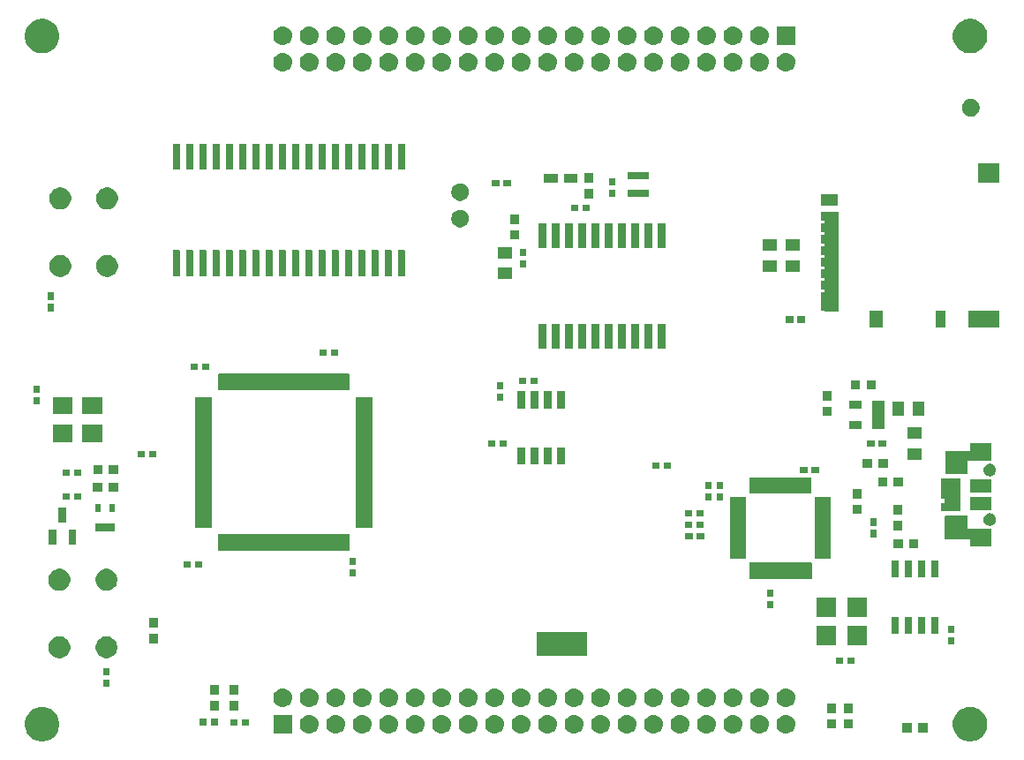
<source format=gts>
G04 #@! TF.GenerationSoftware,KiCad,Pcbnew,(5.1.2)-1*
G04 #@! TF.CreationDate,2020-02-28T22:39:46+09:00*
G04 #@! TF.ProjectId,o2_breakout,6f325f62-7265-4616-9b6f-75742e6b6963,rev?*
G04 #@! TF.SameCoordinates,Original*
G04 #@! TF.FileFunction,Soldermask,Top*
G04 #@! TF.FilePolarity,Negative*
%FSLAX46Y46*%
G04 Gerber Fmt 4.6, Leading zero omitted, Abs format (unit mm)*
G04 Created by KiCad (PCBNEW (5.1.2)-1) date 2020-02-28 22:39:46*
%MOMM*%
%LPD*%
G04 APERTURE LIST*
%ADD10C,0.100000*%
G04 APERTURE END LIST*
D10*
G36*
X110947200Y-108534200D02*
G01*
X109093000Y-108534200D01*
X109093000Y-107746800D01*
X110947200Y-107746800D01*
X110947200Y-108534200D01*
G37*
G36*
X184759600Y-98653600D02*
G01*
X183591200Y-98653600D01*
X183591200Y-95986600D01*
X184759600Y-95986600D01*
X184759600Y-98653600D01*
G37*
G36*
X156232860Y-120484900D02*
G01*
X151406860Y-120484900D01*
X151406860Y-118198900D01*
X156232860Y-118198900D01*
X156232860Y-120484900D01*
G37*
G36*
X192706700Y-108244900D02*
G01*
X193265500Y-108244900D01*
X193268600Y-109245400D01*
X190576200Y-109245400D01*
X190576200Y-107035600D01*
X192709800Y-107035600D01*
X192706700Y-108244900D01*
G37*
G36*
X193063850Y-101741100D02*
G01*
X192755950Y-101743900D01*
X192757500Y-103025200D01*
X190601600Y-103022400D01*
X190598500Y-100790000D01*
X193062300Y-100790000D01*
X193063850Y-101741100D01*
G37*
G36*
X192084400Y-106542400D02*
G01*
X190217500Y-106543800D01*
X190217500Y-105831899D01*
X190538101Y-105829102D01*
X190538100Y-105359200D01*
X190217500Y-105359198D01*
X190219472Y-103431600D01*
X192087501Y-103431600D01*
X192084400Y-106542400D01*
G37*
G36*
X180340000Y-87350600D02*
G01*
X179019200Y-87350600D01*
X179019200Y-77876400D01*
X180340000Y-77876400D01*
X180340000Y-87350600D01*
G37*
X180340000Y-87350600D02*
X179019200Y-87350600D01*
X179019200Y-77876400D01*
X180340000Y-77876400D01*
X180340000Y-87350600D01*
G36*
X179574900Y-111089700D02*
G01*
X178152500Y-111089700D01*
X178152500Y-105247700D01*
X179574900Y-105247700D01*
X179574900Y-111089700D01*
G37*
X179574900Y-111089700D02*
X178152500Y-111089700D01*
X178152500Y-105247700D01*
X179574900Y-105247700D01*
X179574900Y-111089700D01*
G36*
X177733400Y-112956600D02*
G01*
X171854430Y-112956600D01*
X171852170Y-111534200D01*
X177733400Y-111534200D01*
X177733400Y-112956600D01*
G37*
X177733400Y-112956600D02*
X171854430Y-112956600D01*
X171852170Y-111534200D01*
X177733400Y-111534200D01*
X177733400Y-112956600D01*
G36*
X177708000Y-104803200D02*
G01*
X171853300Y-104809550D01*
X171853300Y-103374450D01*
X177708000Y-103368100D01*
X177708000Y-104803200D01*
G37*
X177708000Y-104803200D02*
X171853300Y-104809550D01*
X171853300Y-103374450D01*
X177708000Y-103368100D01*
X177708000Y-104803200D01*
G36*
X171421500Y-111089700D02*
G01*
X169992040Y-111089700D01*
X169995570Y-105235000D01*
X171425030Y-105235000D01*
X171421500Y-111089700D01*
G37*
X171421500Y-111089700D02*
X169992040Y-111089700D01*
X169995570Y-105235000D01*
X171425030Y-105235000D01*
X171421500Y-111089700D01*
G36*
X135607500Y-108092500D02*
G01*
X134107192Y-108093454D01*
X134110609Y-95625921D01*
X135607500Y-95621100D01*
X135607500Y-108092500D01*
G37*
X135607500Y-108092500D02*
X134107192Y-108093454D01*
X134110609Y-95625921D01*
X135607500Y-95621100D01*
X135607500Y-108092500D01*
G36*
X133386270Y-110312460D02*
G01*
X120914870Y-110312460D01*
X120912330Y-108793540D01*
X133383730Y-108793540D01*
X133386270Y-110312460D01*
G37*
X133386270Y-110312460D02*
X120914870Y-110312460D01*
X120912330Y-108793540D01*
X133383730Y-108793540D01*
X133386270Y-110312460D01*
G36*
X120210580Y-108117900D02*
G01*
X118694200Y-108117900D01*
X118694910Y-95608400D01*
X120211290Y-95608400D01*
X120210580Y-108117900D01*
G37*
X120210580Y-108117900D02*
X118694200Y-108117900D01*
X118694910Y-95608400D01*
X120211290Y-95608400D01*
X120210580Y-108117900D01*
G36*
X133388175Y-94909900D02*
G01*
X120910425Y-94909900D01*
X120907250Y-93411300D01*
X133385000Y-93411300D01*
X133388175Y-94909900D01*
G37*
X133388175Y-94909900D02*
X120910425Y-94909900D01*
X120907250Y-93411300D01*
X133385000Y-93411300D01*
X133388175Y-94909900D01*
G36*
X193375256Y-125391298D02*
G01*
X193481579Y-125412447D01*
X193782042Y-125536903D01*
X194052451Y-125717585D01*
X194282415Y-125947549D01*
X194463097Y-126217958D01*
X194587553Y-126518421D01*
X194651000Y-126837391D01*
X194651000Y-127162609D01*
X194587553Y-127481579D01*
X194521856Y-127640185D01*
X194467489Y-127771440D01*
X194463097Y-127782042D01*
X194282415Y-128052451D01*
X194052451Y-128282415D01*
X193782042Y-128463097D01*
X193481579Y-128587553D01*
X193375256Y-128608702D01*
X193162611Y-128651000D01*
X192837389Y-128651000D01*
X192624744Y-128608702D01*
X192518421Y-128587553D01*
X192217958Y-128463097D01*
X191947549Y-128282415D01*
X191717585Y-128052451D01*
X191536903Y-127782042D01*
X191532512Y-127771440D01*
X191478144Y-127640185D01*
X191412447Y-127481579D01*
X191349000Y-127162609D01*
X191349000Y-126837391D01*
X191412447Y-126518421D01*
X191536903Y-126217958D01*
X191717585Y-125947549D01*
X191947549Y-125717585D01*
X192217958Y-125536903D01*
X192518421Y-125412447D01*
X192624744Y-125391298D01*
X192837389Y-125349000D01*
X193162611Y-125349000D01*
X193375256Y-125391298D01*
X193375256Y-125391298D01*
G37*
G36*
X104375256Y-125391298D02*
G01*
X104481579Y-125412447D01*
X104782042Y-125536903D01*
X105052451Y-125717585D01*
X105282415Y-125947549D01*
X105463097Y-126217958D01*
X105587553Y-126518421D01*
X105651000Y-126837391D01*
X105651000Y-127162609D01*
X105587553Y-127481579D01*
X105521856Y-127640185D01*
X105467489Y-127771440D01*
X105463097Y-127782042D01*
X105282415Y-128052451D01*
X105052451Y-128282415D01*
X104782042Y-128463097D01*
X104481579Y-128587553D01*
X104375256Y-128608702D01*
X104162611Y-128651000D01*
X103837389Y-128651000D01*
X103624744Y-128608702D01*
X103518421Y-128587553D01*
X103217958Y-128463097D01*
X102947549Y-128282415D01*
X102717585Y-128052451D01*
X102536903Y-127782042D01*
X102532512Y-127771440D01*
X102478144Y-127640185D01*
X102412447Y-127481579D01*
X102349000Y-127162609D01*
X102349000Y-126837391D01*
X102412447Y-126518421D01*
X102536903Y-126217958D01*
X102717585Y-125947549D01*
X102947549Y-125717585D01*
X103217958Y-125536903D01*
X103518421Y-125412447D01*
X103624744Y-125391298D01*
X103837389Y-125349000D01*
X104162611Y-125349000D01*
X104375256Y-125391298D01*
X104375256Y-125391298D01*
G37*
G36*
X127977200Y-127901000D02*
G01*
X126175200Y-127901000D01*
X126175200Y-126099000D01*
X127977200Y-126099000D01*
X127977200Y-127901000D01*
X127977200Y-127901000D01*
G37*
G36*
X155126643Y-126105519D02*
G01*
X155192827Y-126112037D01*
X155362666Y-126163557D01*
X155519191Y-126247222D01*
X155554929Y-126276552D01*
X155656386Y-126359814D01*
X155739648Y-126461271D01*
X155768978Y-126497009D01*
X155852643Y-126653534D01*
X155904163Y-126823373D01*
X155921559Y-127000000D01*
X155904163Y-127176627D01*
X155852643Y-127346466D01*
X155768978Y-127502991D01*
X155739648Y-127538729D01*
X155656386Y-127640186D01*
X155554929Y-127723448D01*
X155519191Y-127752778D01*
X155362666Y-127836443D01*
X155192827Y-127887963D01*
X155126642Y-127894482D01*
X155060460Y-127901000D01*
X154971940Y-127901000D01*
X154905758Y-127894482D01*
X154839573Y-127887963D01*
X154669734Y-127836443D01*
X154513209Y-127752778D01*
X154477471Y-127723448D01*
X154376014Y-127640186D01*
X154292752Y-127538729D01*
X154263422Y-127502991D01*
X154179757Y-127346466D01*
X154128237Y-127176627D01*
X154110841Y-127000000D01*
X154128237Y-126823373D01*
X154179757Y-126653534D01*
X154263422Y-126497009D01*
X154292752Y-126461271D01*
X154376014Y-126359814D01*
X154477471Y-126276552D01*
X154513209Y-126247222D01*
X154669734Y-126163557D01*
X154839573Y-126112037D01*
X154905757Y-126105519D01*
X154971940Y-126099000D01*
X155060460Y-126099000D01*
X155126643Y-126105519D01*
X155126643Y-126105519D01*
G37*
G36*
X132266643Y-126105519D02*
G01*
X132332827Y-126112037D01*
X132502666Y-126163557D01*
X132659191Y-126247222D01*
X132694929Y-126276552D01*
X132796386Y-126359814D01*
X132879648Y-126461271D01*
X132908978Y-126497009D01*
X132992643Y-126653534D01*
X133044163Y-126823373D01*
X133061559Y-127000000D01*
X133044163Y-127176627D01*
X132992643Y-127346466D01*
X132908978Y-127502991D01*
X132879648Y-127538729D01*
X132796386Y-127640186D01*
X132694929Y-127723448D01*
X132659191Y-127752778D01*
X132502666Y-127836443D01*
X132332827Y-127887963D01*
X132266642Y-127894482D01*
X132200460Y-127901000D01*
X132111940Y-127901000D01*
X132045758Y-127894482D01*
X131979573Y-127887963D01*
X131809734Y-127836443D01*
X131653209Y-127752778D01*
X131617471Y-127723448D01*
X131516014Y-127640186D01*
X131432752Y-127538729D01*
X131403422Y-127502991D01*
X131319757Y-127346466D01*
X131268237Y-127176627D01*
X131250841Y-127000000D01*
X131268237Y-126823373D01*
X131319757Y-126653534D01*
X131403422Y-126497009D01*
X131432752Y-126461271D01*
X131516014Y-126359814D01*
X131617471Y-126276552D01*
X131653209Y-126247222D01*
X131809734Y-126163557D01*
X131979573Y-126112037D01*
X132045757Y-126105519D01*
X132111940Y-126099000D01*
X132200460Y-126099000D01*
X132266643Y-126105519D01*
X132266643Y-126105519D01*
G37*
G36*
X134806643Y-126105519D02*
G01*
X134872827Y-126112037D01*
X135042666Y-126163557D01*
X135199191Y-126247222D01*
X135234929Y-126276552D01*
X135336386Y-126359814D01*
X135419648Y-126461271D01*
X135448978Y-126497009D01*
X135532643Y-126653534D01*
X135584163Y-126823373D01*
X135601559Y-127000000D01*
X135584163Y-127176627D01*
X135532643Y-127346466D01*
X135448978Y-127502991D01*
X135419648Y-127538729D01*
X135336386Y-127640186D01*
X135234929Y-127723448D01*
X135199191Y-127752778D01*
X135042666Y-127836443D01*
X134872827Y-127887963D01*
X134806642Y-127894482D01*
X134740460Y-127901000D01*
X134651940Y-127901000D01*
X134585758Y-127894482D01*
X134519573Y-127887963D01*
X134349734Y-127836443D01*
X134193209Y-127752778D01*
X134157471Y-127723448D01*
X134056014Y-127640186D01*
X133972752Y-127538729D01*
X133943422Y-127502991D01*
X133859757Y-127346466D01*
X133808237Y-127176627D01*
X133790841Y-127000000D01*
X133808237Y-126823373D01*
X133859757Y-126653534D01*
X133943422Y-126497009D01*
X133972752Y-126461271D01*
X134056014Y-126359814D01*
X134157471Y-126276552D01*
X134193209Y-126247222D01*
X134349734Y-126163557D01*
X134519573Y-126112037D01*
X134585757Y-126105519D01*
X134651940Y-126099000D01*
X134740460Y-126099000D01*
X134806643Y-126105519D01*
X134806643Y-126105519D01*
G37*
G36*
X137346643Y-126105519D02*
G01*
X137412827Y-126112037D01*
X137582666Y-126163557D01*
X137739191Y-126247222D01*
X137774929Y-126276552D01*
X137876386Y-126359814D01*
X137959648Y-126461271D01*
X137988978Y-126497009D01*
X138072643Y-126653534D01*
X138124163Y-126823373D01*
X138141559Y-127000000D01*
X138124163Y-127176627D01*
X138072643Y-127346466D01*
X137988978Y-127502991D01*
X137959648Y-127538729D01*
X137876386Y-127640186D01*
X137774929Y-127723448D01*
X137739191Y-127752778D01*
X137582666Y-127836443D01*
X137412827Y-127887963D01*
X137346642Y-127894482D01*
X137280460Y-127901000D01*
X137191940Y-127901000D01*
X137125758Y-127894482D01*
X137059573Y-127887963D01*
X136889734Y-127836443D01*
X136733209Y-127752778D01*
X136697471Y-127723448D01*
X136596014Y-127640186D01*
X136512752Y-127538729D01*
X136483422Y-127502991D01*
X136399757Y-127346466D01*
X136348237Y-127176627D01*
X136330841Y-127000000D01*
X136348237Y-126823373D01*
X136399757Y-126653534D01*
X136483422Y-126497009D01*
X136512752Y-126461271D01*
X136596014Y-126359814D01*
X136697471Y-126276552D01*
X136733209Y-126247222D01*
X136889734Y-126163557D01*
X137059573Y-126112037D01*
X137125757Y-126105519D01*
X137191940Y-126099000D01*
X137280460Y-126099000D01*
X137346643Y-126105519D01*
X137346643Y-126105519D01*
G37*
G36*
X139886643Y-126105519D02*
G01*
X139952827Y-126112037D01*
X140122666Y-126163557D01*
X140279191Y-126247222D01*
X140314929Y-126276552D01*
X140416386Y-126359814D01*
X140499648Y-126461271D01*
X140528978Y-126497009D01*
X140612643Y-126653534D01*
X140664163Y-126823373D01*
X140681559Y-127000000D01*
X140664163Y-127176627D01*
X140612643Y-127346466D01*
X140528978Y-127502991D01*
X140499648Y-127538729D01*
X140416386Y-127640186D01*
X140314929Y-127723448D01*
X140279191Y-127752778D01*
X140122666Y-127836443D01*
X139952827Y-127887963D01*
X139886642Y-127894482D01*
X139820460Y-127901000D01*
X139731940Y-127901000D01*
X139665758Y-127894482D01*
X139599573Y-127887963D01*
X139429734Y-127836443D01*
X139273209Y-127752778D01*
X139237471Y-127723448D01*
X139136014Y-127640186D01*
X139052752Y-127538729D01*
X139023422Y-127502991D01*
X138939757Y-127346466D01*
X138888237Y-127176627D01*
X138870841Y-127000000D01*
X138888237Y-126823373D01*
X138939757Y-126653534D01*
X139023422Y-126497009D01*
X139052752Y-126461271D01*
X139136014Y-126359814D01*
X139237471Y-126276552D01*
X139273209Y-126247222D01*
X139429734Y-126163557D01*
X139599573Y-126112037D01*
X139665757Y-126105519D01*
X139731940Y-126099000D01*
X139820460Y-126099000D01*
X139886643Y-126105519D01*
X139886643Y-126105519D01*
G37*
G36*
X142426643Y-126105519D02*
G01*
X142492827Y-126112037D01*
X142662666Y-126163557D01*
X142819191Y-126247222D01*
X142854929Y-126276552D01*
X142956386Y-126359814D01*
X143039648Y-126461271D01*
X143068978Y-126497009D01*
X143152643Y-126653534D01*
X143204163Y-126823373D01*
X143221559Y-127000000D01*
X143204163Y-127176627D01*
X143152643Y-127346466D01*
X143068978Y-127502991D01*
X143039648Y-127538729D01*
X142956386Y-127640186D01*
X142854929Y-127723448D01*
X142819191Y-127752778D01*
X142662666Y-127836443D01*
X142492827Y-127887963D01*
X142426642Y-127894482D01*
X142360460Y-127901000D01*
X142271940Y-127901000D01*
X142205758Y-127894482D01*
X142139573Y-127887963D01*
X141969734Y-127836443D01*
X141813209Y-127752778D01*
X141777471Y-127723448D01*
X141676014Y-127640186D01*
X141592752Y-127538729D01*
X141563422Y-127502991D01*
X141479757Y-127346466D01*
X141428237Y-127176627D01*
X141410841Y-127000000D01*
X141428237Y-126823373D01*
X141479757Y-126653534D01*
X141563422Y-126497009D01*
X141592752Y-126461271D01*
X141676014Y-126359814D01*
X141777471Y-126276552D01*
X141813209Y-126247222D01*
X141969734Y-126163557D01*
X142139573Y-126112037D01*
X142205757Y-126105519D01*
X142271940Y-126099000D01*
X142360460Y-126099000D01*
X142426643Y-126105519D01*
X142426643Y-126105519D01*
G37*
G36*
X144966643Y-126105519D02*
G01*
X145032827Y-126112037D01*
X145202666Y-126163557D01*
X145359191Y-126247222D01*
X145394929Y-126276552D01*
X145496386Y-126359814D01*
X145579648Y-126461271D01*
X145608978Y-126497009D01*
X145692643Y-126653534D01*
X145744163Y-126823373D01*
X145761559Y-127000000D01*
X145744163Y-127176627D01*
X145692643Y-127346466D01*
X145608978Y-127502991D01*
X145579648Y-127538729D01*
X145496386Y-127640186D01*
X145394929Y-127723448D01*
X145359191Y-127752778D01*
X145202666Y-127836443D01*
X145032827Y-127887963D01*
X144966642Y-127894482D01*
X144900460Y-127901000D01*
X144811940Y-127901000D01*
X144745758Y-127894482D01*
X144679573Y-127887963D01*
X144509734Y-127836443D01*
X144353209Y-127752778D01*
X144317471Y-127723448D01*
X144216014Y-127640186D01*
X144132752Y-127538729D01*
X144103422Y-127502991D01*
X144019757Y-127346466D01*
X143968237Y-127176627D01*
X143950841Y-127000000D01*
X143968237Y-126823373D01*
X144019757Y-126653534D01*
X144103422Y-126497009D01*
X144132752Y-126461271D01*
X144216014Y-126359814D01*
X144317471Y-126276552D01*
X144353209Y-126247222D01*
X144509734Y-126163557D01*
X144679573Y-126112037D01*
X144745757Y-126105519D01*
X144811940Y-126099000D01*
X144900460Y-126099000D01*
X144966643Y-126105519D01*
X144966643Y-126105519D01*
G37*
G36*
X147506643Y-126105519D02*
G01*
X147572827Y-126112037D01*
X147742666Y-126163557D01*
X147899191Y-126247222D01*
X147934929Y-126276552D01*
X148036386Y-126359814D01*
X148119648Y-126461271D01*
X148148978Y-126497009D01*
X148232643Y-126653534D01*
X148284163Y-126823373D01*
X148301559Y-127000000D01*
X148284163Y-127176627D01*
X148232643Y-127346466D01*
X148148978Y-127502991D01*
X148119648Y-127538729D01*
X148036386Y-127640186D01*
X147934929Y-127723448D01*
X147899191Y-127752778D01*
X147742666Y-127836443D01*
X147572827Y-127887963D01*
X147506642Y-127894482D01*
X147440460Y-127901000D01*
X147351940Y-127901000D01*
X147285758Y-127894482D01*
X147219573Y-127887963D01*
X147049734Y-127836443D01*
X146893209Y-127752778D01*
X146857471Y-127723448D01*
X146756014Y-127640186D01*
X146672752Y-127538729D01*
X146643422Y-127502991D01*
X146559757Y-127346466D01*
X146508237Y-127176627D01*
X146490841Y-127000000D01*
X146508237Y-126823373D01*
X146559757Y-126653534D01*
X146643422Y-126497009D01*
X146672752Y-126461271D01*
X146756014Y-126359814D01*
X146857471Y-126276552D01*
X146893209Y-126247222D01*
X147049734Y-126163557D01*
X147219573Y-126112037D01*
X147285757Y-126105519D01*
X147351940Y-126099000D01*
X147440460Y-126099000D01*
X147506643Y-126105519D01*
X147506643Y-126105519D01*
G37*
G36*
X150046643Y-126105519D02*
G01*
X150112827Y-126112037D01*
X150282666Y-126163557D01*
X150439191Y-126247222D01*
X150474929Y-126276552D01*
X150576386Y-126359814D01*
X150659648Y-126461271D01*
X150688978Y-126497009D01*
X150772643Y-126653534D01*
X150824163Y-126823373D01*
X150841559Y-127000000D01*
X150824163Y-127176627D01*
X150772643Y-127346466D01*
X150688978Y-127502991D01*
X150659648Y-127538729D01*
X150576386Y-127640186D01*
X150474929Y-127723448D01*
X150439191Y-127752778D01*
X150282666Y-127836443D01*
X150112827Y-127887963D01*
X150046642Y-127894482D01*
X149980460Y-127901000D01*
X149891940Y-127901000D01*
X149825758Y-127894482D01*
X149759573Y-127887963D01*
X149589734Y-127836443D01*
X149433209Y-127752778D01*
X149397471Y-127723448D01*
X149296014Y-127640186D01*
X149212752Y-127538729D01*
X149183422Y-127502991D01*
X149099757Y-127346466D01*
X149048237Y-127176627D01*
X149030841Y-127000000D01*
X149048237Y-126823373D01*
X149099757Y-126653534D01*
X149183422Y-126497009D01*
X149212752Y-126461271D01*
X149296014Y-126359814D01*
X149397471Y-126276552D01*
X149433209Y-126247222D01*
X149589734Y-126163557D01*
X149759573Y-126112037D01*
X149825757Y-126105519D01*
X149891940Y-126099000D01*
X149980460Y-126099000D01*
X150046643Y-126105519D01*
X150046643Y-126105519D01*
G37*
G36*
X152586643Y-126105519D02*
G01*
X152652827Y-126112037D01*
X152822666Y-126163557D01*
X152979191Y-126247222D01*
X153014929Y-126276552D01*
X153116386Y-126359814D01*
X153199648Y-126461271D01*
X153228978Y-126497009D01*
X153312643Y-126653534D01*
X153364163Y-126823373D01*
X153381559Y-127000000D01*
X153364163Y-127176627D01*
X153312643Y-127346466D01*
X153228978Y-127502991D01*
X153199648Y-127538729D01*
X153116386Y-127640186D01*
X153014929Y-127723448D01*
X152979191Y-127752778D01*
X152822666Y-127836443D01*
X152652827Y-127887963D01*
X152586642Y-127894482D01*
X152520460Y-127901000D01*
X152431940Y-127901000D01*
X152365758Y-127894482D01*
X152299573Y-127887963D01*
X152129734Y-127836443D01*
X151973209Y-127752778D01*
X151937471Y-127723448D01*
X151836014Y-127640186D01*
X151752752Y-127538729D01*
X151723422Y-127502991D01*
X151639757Y-127346466D01*
X151588237Y-127176627D01*
X151570841Y-127000000D01*
X151588237Y-126823373D01*
X151639757Y-126653534D01*
X151723422Y-126497009D01*
X151752752Y-126461271D01*
X151836014Y-126359814D01*
X151937471Y-126276552D01*
X151973209Y-126247222D01*
X152129734Y-126163557D01*
X152299573Y-126112037D01*
X152365757Y-126105519D01*
X152431940Y-126099000D01*
X152520460Y-126099000D01*
X152586643Y-126105519D01*
X152586643Y-126105519D01*
G37*
G36*
X157666643Y-126105519D02*
G01*
X157732827Y-126112037D01*
X157902666Y-126163557D01*
X158059191Y-126247222D01*
X158094929Y-126276552D01*
X158196386Y-126359814D01*
X158279648Y-126461271D01*
X158308978Y-126497009D01*
X158392643Y-126653534D01*
X158444163Y-126823373D01*
X158461559Y-127000000D01*
X158444163Y-127176627D01*
X158392643Y-127346466D01*
X158308978Y-127502991D01*
X158279648Y-127538729D01*
X158196386Y-127640186D01*
X158094929Y-127723448D01*
X158059191Y-127752778D01*
X157902666Y-127836443D01*
X157732827Y-127887963D01*
X157666642Y-127894482D01*
X157600460Y-127901000D01*
X157511940Y-127901000D01*
X157445758Y-127894482D01*
X157379573Y-127887963D01*
X157209734Y-127836443D01*
X157053209Y-127752778D01*
X157017471Y-127723448D01*
X156916014Y-127640186D01*
X156832752Y-127538729D01*
X156803422Y-127502991D01*
X156719757Y-127346466D01*
X156668237Y-127176627D01*
X156650841Y-127000000D01*
X156668237Y-126823373D01*
X156719757Y-126653534D01*
X156803422Y-126497009D01*
X156832752Y-126461271D01*
X156916014Y-126359814D01*
X157017471Y-126276552D01*
X157053209Y-126247222D01*
X157209734Y-126163557D01*
X157379573Y-126112037D01*
X157445757Y-126105519D01*
X157511940Y-126099000D01*
X157600460Y-126099000D01*
X157666643Y-126105519D01*
X157666643Y-126105519D01*
G37*
G36*
X160206643Y-126105519D02*
G01*
X160272827Y-126112037D01*
X160442666Y-126163557D01*
X160599191Y-126247222D01*
X160634929Y-126276552D01*
X160736386Y-126359814D01*
X160819648Y-126461271D01*
X160848978Y-126497009D01*
X160932643Y-126653534D01*
X160984163Y-126823373D01*
X161001559Y-127000000D01*
X160984163Y-127176627D01*
X160932643Y-127346466D01*
X160848978Y-127502991D01*
X160819648Y-127538729D01*
X160736386Y-127640186D01*
X160634929Y-127723448D01*
X160599191Y-127752778D01*
X160442666Y-127836443D01*
X160272827Y-127887963D01*
X160206642Y-127894482D01*
X160140460Y-127901000D01*
X160051940Y-127901000D01*
X159985758Y-127894482D01*
X159919573Y-127887963D01*
X159749734Y-127836443D01*
X159593209Y-127752778D01*
X159557471Y-127723448D01*
X159456014Y-127640186D01*
X159372752Y-127538729D01*
X159343422Y-127502991D01*
X159259757Y-127346466D01*
X159208237Y-127176627D01*
X159190841Y-127000000D01*
X159208237Y-126823373D01*
X159259757Y-126653534D01*
X159343422Y-126497009D01*
X159372752Y-126461271D01*
X159456014Y-126359814D01*
X159557471Y-126276552D01*
X159593209Y-126247222D01*
X159749734Y-126163557D01*
X159919573Y-126112037D01*
X159985757Y-126105519D01*
X160051940Y-126099000D01*
X160140460Y-126099000D01*
X160206643Y-126105519D01*
X160206643Y-126105519D01*
G37*
G36*
X162746643Y-126105519D02*
G01*
X162812827Y-126112037D01*
X162982666Y-126163557D01*
X163139191Y-126247222D01*
X163174929Y-126276552D01*
X163276386Y-126359814D01*
X163359648Y-126461271D01*
X163388978Y-126497009D01*
X163472643Y-126653534D01*
X163524163Y-126823373D01*
X163541559Y-127000000D01*
X163524163Y-127176627D01*
X163472643Y-127346466D01*
X163388978Y-127502991D01*
X163359648Y-127538729D01*
X163276386Y-127640186D01*
X163174929Y-127723448D01*
X163139191Y-127752778D01*
X162982666Y-127836443D01*
X162812827Y-127887963D01*
X162746642Y-127894482D01*
X162680460Y-127901000D01*
X162591940Y-127901000D01*
X162525758Y-127894482D01*
X162459573Y-127887963D01*
X162289734Y-127836443D01*
X162133209Y-127752778D01*
X162097471Y-127723448D01*
X161996014Y-127640186D01*
X161912752Y-127538729D01*
X161883422Y-127502991D01*
X161799757Y-127346466D01*
X161748237Y-127176627D01*
X161730841Y-127000000D01*
X161748237Y-126823373D01*
X161799757Y-126653534D01*
X161883422Y-126497009D01*
X161912752Y-126461271D01*
X161996014Y-126359814D01*
X162097471Y-126276552D01*
X162133209Y-126247222D01*
X162289734Y-126163557D01*
X162459573Y-126112037D01*
X162525757Y-126105519D01*
X162591940Y-126099000D01*
X162680460Y-126099000D01*
X162746643Y-126105519D01*
X162746643Y-126105519D01*
G37*
G36*
X165286643Y-126105519D02*
G01*
X165352827Y-126112037D01*
X165522666Y-126163557D01*
X165679191Y-126247222D01*
X165714929Y-126276552D01*
X165816386Y-126359814D01*
X165899648Y-126461271D01*
X165928978Y-126497009D01*
X166012643Y-126653534D01*
X166064163Y-126823373D01*
X166081559Y-127000000D01*
X166064163Y-127176627D01*
X166012643Y-127346466D01*
X165928978Y-127502991D01*
X165899648Y-127538729D01*
X165816386Y-127640186D01*
X165714929Y-127723448D01*
X165679191Y-127752778D01*
X165522666Y-127836443D01*
X165352827Y-127887963D01*
X165286642Y-127894482D01*
X165220460Y-127901000D01*
X165131940Y-127901000D01*
X165065758Y-127894482D01*
X164999573Y-127887963D01*
X164829734Y-127836443D01*
X164673209Y-127752778D01*
X164637471Y-127723448D01*
X164536014Y-127640186D01*
X164452752Y-127538729D01*
X164423422Y-127502991D01*
X164339757Y-127346466D01*
X164288237Y-127176627D01*
X164270841Y-127000000D01*
X164288237Y-126823373D01*
X164339757Y-126653534D01*
X164423422Y-126497009D01*
X164452752Y-126461271D01*
X164536014Y-126359814D01*
X164637471Y-126276552D01*
X164673209Y-126247222D01*
X164829734Y-126163557D01*
X164999573Y-126112037D01*
X165065757Y-126105519D01*
X165131940Y-126099000D01*
X165220460Y-126099000D01*
X165286643Y-126105519D01*
X165286643Y-126105519D01*
G37*
G36*
X167826643Y-126105519D02*
G01*
X167892827Y-126112037D01*
X168062666Y-126163557D01*
X168219191Y-126247222D01*
X168254929Y-126276552D01*
X168356386Y-126359814D01*
X168439648Y-126461271D01*
X168468978Y-126497009D01*
X168552643Y-126653534D01*
X168604163Y-126823373D01*
X168621559Y-127000000D01*
X168604163Y-127176627D01*
X168552643Y-127346466D01*
X168468978Y-127502991D01*
X168439648Y-127538729D01*
X168356386Y-127640186D01*
X168254929Y-127723448D01*
X168219191Y-127752778D01*
X168062666Y-127836443D01*
X167892827Y-127887963D01*
X167826642Y-127894482D01*
X167760460Y-127901000D01*
X167671940Y-127901000D01*
X167605758Y-127894482D01*
X167539573Y-127887963D01*
X167369734Y-127836443D01*
X167213209Y-127752778D01*
X167177471Y-127723448D01*
X167076014Y-127640186D01*
X166992752Y-127538729D01*
X166963422Y-127502991D01*
X166879757Y-127346466D01*
X166828237Y-127176627D01*
X166810841Y-127000000D01*
X166828237Y-126823373D01*
X166879757Y-126653534D01*
X166963422Y-126497009D01*
X166992752Y-126461271D01*
X167076014Y-126359814D01*
X167177471Y-126276552D01*
X167213209Y-126247222D01*
X167369734Y-126163557D01*
X167539573Y-126112037D01*
X167605757Y-126105519D01*
X167671940Y-126099000D01*
X167760460Y-126099000D01*
X167826643Y-126105519D01*
X167826643Y-126105519D01*
G37*
G36*
X170366643Y-126105519D02*
G01*
X170432827Y-126112037D01*
X170602666Y-126163557D01*
X170759191Y-126247222D01*
X170794929Y-126276552D01*
X170896386Y-126359814D01*
X170979648Y-126461271D01*
X171008978Y-126497009D01*
X171092643Y-126653534D01*
X171144163Y-126823373D01*
X171161559Y-127000000D01*
X171144163Y-127176627D01*
X171092643Y-127346466D01*
X171008978Y-127502991D01*
X170979648Y-127538729D01*
X170896386Y-127640186D01*
X170794929Y-127723448D01*
X170759191Y-127752778D01*
X170602666Y-127836443D01*
X170432827Y-127887963D01*
X170366642Y-127894482D01*
X170300460Y-127901000D01*
X170211940Y-127901000D01*
X170145758Y-127894482D01*
X170079573Y-127887963D01*
X169909734Y-127836443D01*
X169753209Y-127752778D01*
X169717471Y-127723448D01*
X169616014Y-127640186D01*
X169532752Y-127538729D01*
X169503422Y-127502991D01*
X169419757Y-127346466D01*
X169368237Y-127176627D01*
X169350841Y-127000000D01*
X169368237Y-126823373D01*
X169419757Y-126653534D01*
X169503422Y-126497009D01*
X169532752Y-126461271D01*
X169616014Y-126359814D01*
X169717471Y-126276552D01*
X169753209Y-126247222D01*
X169909734Y-126163557D01*
X170079573Y-126112037D01*
X170145757Y-126105519D01*
X170211940Y-126099000D01*
X170300460Y-126099000D01*
X170366643Y-126105519D01*
X170366643Y-126105519D01*
G37*
G36*
X172906643Y-126105519D02*
G01*
X172972827Y-126112037D01*
X173142666Y-126163557D01*
X173299191Y-126247222D01*
X173334929Y-126276552D01*
X173436386Y-126359814D01*
X173519648Y-126461271D01*
X173548978Y-126497009D01*
X173632643Y-126653534D01*
X173684163Y-126823373D01*
X173701559Y-127000000D01*
X173684163Y-127176627D01*
X173632643Y-127346466D01*
X173548978Y-127502991D01*
X173519648Y-127538729D01*
X173436386Y-127640186D01*
X173334929Y-127723448D01*
X173299191Y-127752778D01*
X173142666Y-127836443D01*
X172972827Y-127887963D01*
X172906642Y-127894482D01*
X172840460Y-127901000D01*
X172751940Y-127901000D01*
X172685758Y-127894482D01*
X172619573Y-127887963D01*
X172449734Y-127836443D01*
X172293209Y-127752778D01*
X172257471Y-127723448D01*
X172156014Y-127640186D01*
X172072752Y-127538729D01*
X172043422Y-127502991D01*
X171959757Y-127346466D01*
X171908237Y-127176627D01*
X171890841Y-127000000D01*
X171908237Y-126823373D01*
X171959757Y-126653534D01*
X172043422Y-126497009D01*
X172072752Y-126461271D01*
X172156014Y-126359814D01*
X172257471Y-126276552D01*
X172293209Y-126247222D01*
X172449734Y-126163557D01*
X172619573Y-126112037D01*
X172685757Y-126105519D01*
X172751940Y-126099000D01*
X172840460Y-126099000D01*
X172906643Y-126105519D01*
X172906643Y-126105519D01*
G37*
G36*
X175446643Y-126105519D02*
G01*
X175512827Y-126112037D01*
X175682666Y-126163557D01*
X175839191Y-126247222D01*
X175874929Y-126276552D01*
X175976386Y-126359814D01*
X176059648Y-126461271D01*
X176088978Y-126497009D01*
X176172643Y-126653534D01*
X176224163Y-126823373D01*
X176241559Y-127000000D01*
X176224163Y-127176627D01*
X176172643Y-127346466D01*
X176088978Y-127502991D01*
X176059648Y-127538729D01*
X175976386Y-127640186D01*
X175874929Y-127723448D01*
X175839191Y-127752778D01*
X175682666Y-127836443D01*
X175512827Y-127887963D01*
X175446642Y-127894482D01*
X175380460Y-127901000D01*
X175291940Y-127901000D01*
X175225758Y-127894482D01*
X175159573Y-127887963D01*
X174989734Y-127836443D01*
X174833209Y-127752778D01*
X174797471Y-127723448D01*
X174696014Y-127640186D01*
X174612752Y-127538729D01*
X174583422Y-127502991D01*
X174499757Y-127346466D01*
X174448237Y-127176627D01*
X174430841Y-127000000D01*
X174448237Y-126823373D01*
X174499757Y-126653534D01*
X174583422Y-126497009D01*
X174612752Y-126461271D01*
X174696014Y-126359814D01*
X174797471Y-126276552D01*
X174833209Y-126247222D01*
X174989734Y-126163557D01*
X175159573Y-126112037D01*
X175225757Y-126105519D01*
X175291940Y-126099000D01*
X175380460Y-126099000D01*
X175446643Y-126105519D01*
X175446643Y-126105519D01*
G37*
G36*
X129726643Y-126105519D02*
G01*
X129792827Y-126112037D01*
X129962666Y-126163557D01*
X130119191Y-126247222D01*
X130154929Y-126276552D01*
X130256386Y-126359814D01*
X130339648Y-126461271D01*
X130368978Y-126497009D01*
X130452643Y-126653534D01*
X130504163Y-126823373D01*
X130521559Y-127000000D01*
X130504163Y-127176627D01*
X130452643Y-127346466D01*
X130368978Y-127502991D01*
X130339648Y-127538729D01*
X130256386Y-127640186D01*
X130154929Y-127723448D01*
X130119191Y-127752778D01*
X129962666Y-127836443D01*
X129792827Y-127887963D01*
X129726642Y-127894482D01*
X129660460Y-127901000D01*
X129571940Y-127901000D01*
X129505758Y-127894482D01*
X129439573Y-127887963D01*
X129269734Y-127836443D01*
X129113209Y-127752778D01*
X129077471Y-127723448D01*
X128976014Y-127640186D01*
X128892752Y-127538729D01*
X128863422Y-127502991D01*
X128779757Y-127346466D01*
X128728237Y-127176627D01*
X128710841Y-127000000D01*
X128728237Y-126823373D01*
X128779757Y-126653534D01*
X128863422Y-126497009D01*
X128892752Y-126461271D01*
X128976014Y-126359814D01*
X129077471Y-126276552D01*
X129113209Y-126247222D01*
X129269734Y-126163557D01*
X129439573Y-126112037D01*
X129505757Y-126105519D01*
X129571940Y-126099000D01*
X129660460Y-126099000D01*
X129726643Y-126105519D01*
X129726643Y-126105519D01*
G37*
G36*
X188904460Y-127771440D02*
G01*
X188002460Y-127771440D01*
X188002460Y-126919440D01*
X188904460Y-126919440D01*
X188904460Y-127771440D01*
X188904460Y-127771440D01*
G37*
G36*
X187404460Y-127771440D02*
G01*
X186502460Y-127771440D01*
X186502460Y-126919440D01*
X187404460Y-126919440D01*
X187404460Y-127771440D01*
X187404460Y-127771440D01*
G37*
G36*
X180118300Y-127421220D02*
G01*
X179266300Y-127421220D01*
X179266300Y-126519220D01*
X180118300Y-126519220D01*
X180118300Y-127421220D01*
X180118300Y-127421220D01*
G37*
G36*
X181743900Y-127421220D02*
G01*
X180891900Y-127421220D01*
X180891900Y-126519220D01*
X181743900Y-126519220D01*
X181743900Y-127421220D01*
X181743900Y-127421220D01*
G37*
G36*
X122762400Y-127123200D02*
G01*
X122060400Y-127123200D01*
X122060400Y-126521200D01*
X122762400Y-126521200D01*
X122762400Y-127123200D01*
X122762400Y-127123200D01*
G37*
G36*
X123862400Y-127123200D02*
G01*
X123160400Y-127123200D01*
X123160400Y-126521200D01*
X123862400Y-126521200D01*
X123862400Y-127123200D01*
X123862400Y-127123200D01*
G37*
G36*
X120890600Y-127097800D02*
G01*
X120188600Y-127097800D01*
X120188600Y-126495800D01*
X120890600Y-126495800D01*
X120890600Y-127097800D01*
X120890600Y-127097800D01*
G37*
G36*
X119790600Y-127097800D02*
G01*
X119088600Y-127097800D01*
X119088600Y-126495800D01*
X119790600Y-126495800D01*
X119790600Y-127097800D01*
X119790600Y-127097800D01*
G37*
G36*
X180118300Y-125921220D02*
G01*
X179266300Y-125921220D01*
X179266300Y-125019220D01*
X180118300Y-125019220D01*
X180118300Y-125921220D01*
X180118300Y-125921220D01*
G37*
G36*
X181743900Y-125921220D02*
G01*
X180891900Y-125921220D01*
X180891900Y-125019220D01*
X181743900Y-125019220D01*
X181743900Y-125921220D01*
X181743900Y-125921220D01*
G37*
G36*
X122803200Y-125661000D02*
G01*
X121951200Y-125661000D01*
X121951200Y-124759000D01*
X122803200Y-124759000D01*
X122803200Y-125661000D01*
X122803200Y-125661000D01*
G37*
G36*
X120974400Y-125661000D02*
G01*
X120122400Y-125661000D01*
X120122400Y-124759000D01*
X120974400Y-124759000D01*
X120974400Y-125661000D01*
X120974400Y-125661000D01*
G37*
G36*
X162746642Y-123565518D02*
G01*
X162812827Y-123572037D01*
X162982666Y-123623557D01*
X163139191Y-123707222D01*
X163174929Y-123736552D01*
X163276386Y-123819814D01*
X163359648Y-123921271D01*
X163388978Y-123957009D01*
X163472643Y-124113534D01*
X163524163Y-124283373D01*
X163541559Y-124460000D01*
X163524163Y-124636627D01*
X163472643Y-124806466D01*
X163388978Y-124962991D01*
X163359648Y-124998729D01*
X163276386Y-125100186D01*
X163174929Y-125183448D01*
X163139191Y-125212778D01*
X162982666Y-125296443D01*
X162812827Y-125347963D01*
X162746642Y-125354482D01*
X162680460Y-125361000D01*
X162591940Y-125361000D01*
X162525758Y-125354482D01*
X162459573Y-125347963D01*
X162289734Y-125296443D01*
X162133209Y-125212778D01*
X162097471Y-125183448D01*
X161996014Y-125100186D01*
X161912752Y-124998729D01*
X161883422Y-124962991D01*
X161799757Y-124806466D01*
X161748237Y-124636627D01*
X161730841Y-124460000D01*
X161748237Y-124283373D01*
X161799757Y-124113534D01*
X161883422Y-123957009D01*
X161912752Y-123921271D01*
X161996014Y-123819814D01*
X162097471Y-123736552D01*
X162133209Y-123707222D01*
X162289734Y-123623557D01*
X162459573Y-123572037D01*
X162525758Y-123565518D01*
X162591940Y-123559000D01*
X162680460Y-123559000D01*
X162746642Y-123565518D01*
X162746642Y-123565518D01*
G37*
G36*
X160206642Y-123565518D02*
G01*
X160272827Y-123572037D01*
X160442666Y-123623557D01*
X160599191Y-123707222D01*
X160634929Y-123736552D01*
X160736386Y-123819814D01*
X160819648Y-123921271D01*
X160848978Y-123957009D01*
X160932643Y-124113534D01*
X160984163Y-124283373D01*
X161001559Y-124460000D01*
X160984163Y-124636627D01*
X160932643Y-124806466D01*
X160848978Y-124962991D01*
X160819648Y-124998729D01*
X160736386Y-125100186D01*
X160634929Y-125183448D01*
X160599191Y-125212778D01*
X160442666Y-125296443D01*
X160272827Y-125347963D01*
X160206642Y-125354482D01*
X160140460Y-125361000D01*
X160051940Y-125361000D01*
X159985758Y-125354482D01*
X159919573Y-125347963D01*
X159749734Y-125296443D01*
X159593209Y-125212778D01*
X159557471Y-125183448D01*
X159456014Y-125100186D01*
X159372752Y-124998729D01*
X159343422Y-124962991D01*
X159259757Y-124806466D01*
X159208237Y-124636627D01*
X159190841Y-124460000D01*
X159208237Y-124283373D01*
X159259757Y-124113534D01*
X159343422Y-123957009D01*
X159372752Y-123921271D01*
X159456014Y-123819814D01*
X159557471Y-123736552D01*
X159593209Y-123707222D01*
X159749734Y-123623557D01*
X159919573Y-123572037D01*
X159985758Y-123565518D01*
X160051940Y-123559000D01*
X160140460Y-123559000D01*
X160206642Y-123565518D01*
X160206642Y-123565518D01*
G37*
G36*
X165286642Y-123565518D02*
G01*
X165352827Y-123572037D01*
X165522666Y-123623557D01*
X165679191Y-123707222D01*
X165714929Y-123736552D01*
X165816386Y-123819814D01*
X165899648Y-123921271D01*
X165928978Y-123957009D01*
X166012643Y-124113534D01*
X166064163Y-124283373D01*
X166081559Y-124460000D01*
X166064163Y-124636627D01*
X166012643Y-124806466D01*
X165928978Y-124962991D01*
X165899648Y-124998729D01*
X165816386Y-125100186D01*
X165714929Y-125183448D01*
X165679191Y-125212778D01*
X165522666Y-125296443D01*
X165352827Y-125347963D01*
X165286642Y-125354482D01*
X165220460Y-125361000D01*
X165131940Y-125361000D01*
X165065758Y-125354482D01*
X164999573Y-125347963D01*
X164829734Y-125296443D01*
X164673209Y-125212778D01*
X164637471Y-125183448D01*
X164536014Y-125100186D01*
X164452752Y-124998729D01*
X164423422Y-124962991D01*
X164339757Y-124806466D01*
X164288237Y-124636627D01*
X164270841Y-124460000D01*
X164288237Y-124283373D01*
X164339757Y-124113534D01*
X164423422Y-123957009D01*
X164452752Y-123921271D01*
X164536014Y-123819814D01*
X164637471Y-123736552D01*
X164673209Y-123707222D01*
X164829734Y-123623557D01*
X164999573Y-123572037D01*
X165065758Y-123565518D01*
X165131940Y-123559000D01*
X165220460Y-123559000D01*
X165286642Y-123565518D01*
X165286642Y-123565518D01*
G37*
G36*
X157666642Y-123565518D02*
G01*
X157732827Y-123572037D01*
X157902666Y-123623557D01*
X158059191Y-123707222D01*
X158094929Y-123736552D01*
X158196386Y-123819814D01*
X158279648Y-123921271D01*
X158308978Y-123957009D01*
X158392643Y-124113534D01*
X158444163Y-124283373D01*
X158461559Y-124460000D01*
X158444163Y-124636627D01*
X158392643Y-124806466D01*
X158308978Y-124962991D01*
X158279648Y-124998729D01*
X158196386Y-125100186D01*
X158094929Y-125183448D01*
X158059191Y-125212778D01*
X157902666Y-125296443D01*
X157732827Y-125347963D01*
X157666642Y-125354482D01*
X157600460Y-125361000D01*
X157511940Y-125361000D01*
X157445758Y-125354482D01*
X157379573Y-125347963D01*
X157209734Y-125296443D01*
X157053209Y-125212778D01*
X157017471Y-125183448D01*
X156916014Y-125100186D01*
X156832752Y-124998729D01*
X156803422Y-124962991D01*
X156719757Y-124806466D01*
X156668237Y-124636627D01*
X156650841Y-124460000D01*
X156668237Y-124283373D01*
X156719757Y-124113534D01*
X156803422Y-123957009D01*
X156832752Y-123921271D01*
X156916014Y-123819814D01*
X157017471Y-123736552D01*
X157053209Y-123707222D01*
X157209734Y-123623557D01*
X157379573Y-123572037D01*
X157445758Y-123565518D01*
X157511940Y-123559000D01*
X157600460Y-123559000D01*
X157666642Y-123565518D01*
X157666642Y-123565518D01*
G37*
G36*
X132266642Y-123565518D02*
G01*
X132332827Y-123572037D01*
X132502666Y-123623557D01*
X132659191Y-123707222D01*
X132694929Y-123736552D01*
X132796386Y-123819814D01*
X132879648Y-123921271D01*
X132908978Y-123957009D01*
X132992643Y-124113534D01*
X133044163Y-124283373D01*
X133061559Y-124460000D01*
X133044163Y-124636627D01*
X132992643Y-124806466D01*
X132908978Y-124962991D01*
X132879648Y-124998729D01*
X132796386Y-125100186D01*
X132694929Y-125183448D01*
X132659191Y-125212778D01*
X132502666Y-125296443D01*
X132332827Y-125347963D01*
X132266642Y-125354482D01*
X132200460Y-125361000D01*
X132111940Y-125361000D01*
X132045758Y-125354482D01*
X131979573Y-125347963D01*
X131809734Y-125296443D01*
X131653209Y-125212778D01*
X131617471Y-125183448D01*
X131516014Y-125100186D01*
X131432752Y-124998729D01*
X131403422Y-124962991D01*
X131319757Y-124806466D01*
X131268237Y-124636627D01*
X131250841Y-124460000D01*
X131268237Y-124283373D01*
X131319757Y-124113534D01*
X131403422Y-123957009D01*
X131432752Y-123921271D01*
X131516014Y-123819814D01*
X131617471Y-123736552D01*
X131653209Y-123707222D01*
X131809734Y-123623557D01*
X131979573Y-123572037D01*
X132045758Y-123565518D01*
X132111940Y-123559000D01*
X132200460Y-123559000D01*
X132266642Y-123565518D01*
X132266642Y-123565518D01*
G37*
G36*
X134806642Y-123565518D02*
G01*
X134872827Y-123572037D01*
X135042666Y-123623557D01*
X135199191Y-123707222D01*
X135234929Y-123736552D01*
X135336386Y-123819814D01*
X135419648Y-123921271D01*
X135448978Y-123957009D01*
X135532643Y-124113534D01*
X135584163Y-124283373D01*
X135601559Y-124460000D01*
X135584163Y-124636627D01*
X135532643Y-124806466D01*
X135448978Y-124962991D01*
X135419648Y-124998729D01*
X135336386Y-125100186D01*
X135234929Y-125183448D01*
X135199191Y-125212778D01*
X135042666Y-125296443D01*
X134872827Y-125347963D01*
X134806642Y-125354482D01*
X134740460Y-125361000D01*
X134651940Y-125361000D01*
X134585758Y-125354482D01*
X134519573Y-125347963D01*
X134349734Y-125296443D01*
X134193209Y-125212778D01*
X134157471Y-125183448D01*
X134056014Y-125100186D01*
X133972752Y-124998729D01*
X133943422Y-124962991D01*
X133859757Y-124806466D01*
X133808237Y-124636627D01*
X133790841Y-124460000D01*
X133808237Y-124283373D01*
X133859757Y-124113534D01*
X133943422Y-123957009D01*
X133972752Y-123921271D01*
X134056014Y-123819814D01*
X134157471Y-123736552D01*
X134193209Y-123707222D01*
X134349734Y-123623557D01*
X134519573Y-123572037D01*
X134585758Y-123565518D01*
X134651940Y-123559000D01*
X134740460Y-123559000D01*
X134806642Y-123565518D01*
X134806642Y-123565518D01*
G37*
G36*
X127186642Y-123565518D02*
G01*
X127252827Y-123572037D01*
X127422666Y-123623557D01*
X127579191Y-123707222D01*
X127614929Y-123736552D01*
X127716386Y-123819814D01*
X127799648Y-123921271D01*
X127828978Y-123957009D01*
X127912643Y-124113534D01*
X127964163Y-124283373D01*
X127981559Y-124460000D01*
X127964163Y-124636627D01*
X127912643Y-124806466D01*
X127828978Y-124962991D01*
X127799648Y-124998729D01*
X127716386Y-125100186D01*
X127614929Y-125183448D01*
X127579191Y-125212778D01*
X127422666Y-125296443D01*
X127252827Y-125347963D01*
X127186642Y-125354482D01*
X127120460Y-125361000D01*
X127031940Y-125361000D01*
X126965758Y-125354482D01*
X126899573Y-125347963D01*
X126729734Y-125296443D01*
X126573209Y-125212778D01*
X126537471Y-125183448D01*
X126436014Y-125100186D01*
X126352752Y-124998729D01*
X126323422Y-124962991D01*
X126239757Y-124806466D01*
X126188237Y-124636627D01*
X126170841Y-124460000D01*
X126188237Y-124283373D01*
X126239757Y-124113534D01*
X126323422Y-123957009D01*
X126352752Y-123921271D01*
X126436014Y-123819814D01*
X126537471Y-123736552D01*
X126573209Y-123707222D01*
X126729734Y-123623557D01*
X126899573Y-123572037D01*
X126965758Y-123565518D01*
X127031940Y-123559000D01*
X127120460Y-123559000D01*
X127186642Y-123565518D01*
X127186642Y-123565518D01*
G37*
G36*
X139886642Y-123565518D02*
G01*
X139952827Y-123572037D01*
X140122666Y-123623557D01*
X140279191Y-123707222D01*
X140314929Y-123736552D01*
X140416386Y-123819814D01*
X140499648Y-123921271D01*
X140528978Y-123957009D01*
X140612643Y-124113534D01*
X140664163Y-124283373D01*
X140681559Y-124460000D01*
X140664163Y-124636627D01*
X140612643Y-124806466D01*
X140528978Y-124962991D01*
X140499648Y-124998729D01*
X140416386Y-125100186D01*
X140314929Y-125183448D01*
X140279191Y-125212778D01*
X140122666Y-125296443D01*
X139952827Y-125347963D01*
X139886642Y-125354482D01*
X139820460Y-125361000D01*
X139731940Y-125361000D01*
X139665758Y-125354482D01*
X139599573Y-125347963D01*
X139429734Y-125296443D01*
X139273209Y-125212778D01*
X139237471Y-125183448D01*
X139136014Y-125100186D01*
X139052752Y-124998729D01*
X139023422Y-124962991D01*
X138939757Y-124806466D01*
X138888237Y-124636627D01*
X138870841Y-124460000D01*
X138888237Y-124283373D01*
X138939757Y-124113534D01*
X139023422Y-123957009D01*
X139052752Y-123921271D01*
X139136014Y-123819814D01*
X139237471Y-123736552D01*
X139273209Y-123707222D01*
X139429734Y-123623557D01*
X139599573Y-123572037D01*
X139665758Y-123565518D01*
X139731940Y-123559000D01*
X139820460Y-123559000D01*
X139886642Y-123565518D01*
X139886642Y-123565518D01*
G37*
G36*
X129726642Y-123565518D02*
G01*
X129792827Y-123572037D01*
X129962666Y-123623557D01*
X130119191Y-123707222D01*
X130154929Y-123736552D01*
X130256386Y-123819814D01*
X130339648Y-123921271D01*
X130368978Y-123957009D01*
X130452643Y-124113534D01*
X130504163Y-124283373D01*
X130521559Y-124460000D01*
X130504163Y-124636627D01*
X130452643Y-124806466D01*
X130368978Y-124962991D01*
X130339648Y-124998729D01*
X130256386Y-125100186D01*
X130154929Y-125183448D01*
X130119191Y-125212778D01*
X129962666Y-125296443D01*
X129792827Y-125347963D01*
X129726642Y-125354482D01*
X129660460Y-125361000D01*
X129571940Y-125361000D01*
X129505758Y-125354482D01*
X129439573Y-125347963D01*
X129269734Y-125296443D01*
X129113209Y-125212778D01*
X129077471Y-125183448D01*
X128976014Y-125100186D01*
X128892752Y-124998729D01*
X128863422Y-124962991D01*
X128779757Y-124806466D01*
X128728237Y-124636627D01*
X128710841Y-124460000D01*
X128728237Y-124283373D01*
X128779757Y-124113534D01*
X128863422Y-123957009D01*
X128892752Y-123921271D01*
X128976014Y-123819814D01*
X129077471Y-123736552D01*
X129113209Y-123707222D01*
X129269734Y-123623557D01*
X129439573Y-123572037D01*
X129505758Y-123565518D01*
X129571940Y-123559000D01*
X129660460Y-123559000D01*
X129726642Y-123565518D01*
X129726642Y-123565518D01*
G37*
G36*
X142426642Y-123565518D02*
G01*
X142492827Y-123572037D01*
X142662666Y-123623557D01*
X142819191Y-123707222D01*
X142854929Y-123736552D01*
X142956386Y-123819814D01*
X143039648Y-123921271D01*
X143068978Y-123957009D01*
X143152643Y-124113534D01*
X143204163Y-124283373D01*
X143221559Y-124460000D01*
X143204163Y-124636627D01*
X143152643Y-124806466D01*
X143068978Y-124962991D01*
X143039648Y-124998729D01*
X142956386Y-125100186D01*
X142854929Y-125183448D01*
X142819191Y-125212778D01*
X142662666Y-125296443D01*
X142492827Y-125347963D01*
X142426642Y-125354482D01*
X142360460Y-125361000D01*
X142271940Y-125361000D01*
X142205758Y-125354482D01*
X142139573Y-125347963D01*
X141969734Y-125296443D01*
X141813209Y-125212778D01*
X141777471Y-125183448D01*
X141676014Y-125100186D01*
X141592752Y-124998729D01*
X141563422Y-124962991D01*
X141479757Y-124806466D01*
X141428237Y-124636627D01*
X141410841Y-124460000D01*
X141428237Y-124283373D01*
X141479757Y-124113534D01*
X141563422Y-123957009D01*
X141592752Y-123921271D01*
X141676014Y-123819814D01*
X141777471Y-123736552D01*
X141813209Y-123707222D01*
X141969734Y-123623557D01*
X142139573Y-123572037D01*
X142205758Y-123565518D01*
X142271940Y-123559000D01*
X142360460Y-123559000D01*
X142426642Y-123565518D01*
X142426642Y-123565518D01*
G37*
G36*
X147506642Y-123565518D02*
G01*
X147572827Y-123572037D01*
X147742666Y-123623557D01*
X147899191Y-123707222D01*
X147934929Y-123736552D01*
X148036386Y-123819814D01*
X148119648Y-123921271D01*
X148148978Y-123957009D01*
X148232643Y-124113534D01*
X148284163Y-124283373D01*
X148301559Y-124460000D01*
X148284163Y-124636627D01*
X148232643Y-124806466D01*
X148148978Y-124962991D01*
X148119648Y-124998729D01*
X148036386Y-125100186D01*
X147934929Y-125183448D01*
X147899191Y-125212778D01*
X147742666Y-125296443D01*
X147572827Y-125347963D01*
X147506642Y-125354482D01*
X147440460Y-125361000D01*
X147351940Y-125361000D01*
X147285758Y-125354482D01*
X147219573Y-125347963D01*
X147049734Y-125296443D01*
X146893209Y-125212778D01*
X146857471Y-125183448D01*
X146756014Y-125100186D01*
X146672752Y-124998729D01*
X146643422Y-124962991D01*
X146559757Y-124806466D01*
X146508237Y-124636627D01*
X146490841Y-124460000D01*
X146508237Y-124283373D01*
X146559757Y-124113534D01*
X146643422Y-123957009D01*
X146672752Y-123921271D01*
X146756014Y-123819814D01*
X146857471Y-123736552D01*
X146893209Y-123707222D01*
X147049734Y-123623557D01*
X147219573Y-123572037D01*
X147285758Y-123565518D01*
X147351940Y-123559000D01*
X147440460Y-123559000D01*
X147506642Y-123565518D01*
X147506642Y-123565518D01*
G37*
G36*
X144966642Y-123565518D02*
G01*
X145032827Y-123572037D01*
X145202666Y-123623557D01*
X145359191Y-123707222D01*
X145394929Y-123736552D01*
X145496386Y-123819814D01*
X145579648Y-123921271D01*
X145608978Y-123957009D01*
X145692643Y-124113534D01*
X145744163Y-124283373D01*
X145761559Y-124460000D01*
X145744163Y-124636627D01*
X145692643Y-124806466D01*
X145608978Y-124962991D01*
X145579648Y-124998729D01*
X145496386Y-125100186D01*
X145394929Y-125183448D01*
X145359191Y-125212778D01*
X145202666Y-125296443D01*
X145032827Y-125347963D01*
X144966642Y-125354482D01*
X144900460Y-125361000D01*
X144811940Y-125361000D01*
X144745758Y-125354482D01*
X144679573Y-125347963D01*
X144509734Y-125296443D01*
X144353209Y-125212778D01*
X144317471Y-125183448D01*
X144216014Y-125100186D01*
X144132752Y-124998729D01*
X144103422Y-124962991D01*
X144019757Y-124806466D01*
X143968237Y-124636627D01*
X143950841Y-124460000D01*
X143968237Y-124283373D01*
X144019757Y-124113534D01*
X144103422Y-123957009D01*
X144132752Y-123921271D01*
X144216014Y-123819814D01*
X144317471Y-123736552D01*
X144353209Y-123707222D01*
X144509734Y-123623557D01*
X144679573Y-123572037D01*
X144745758Y-123565518D01*
X144811940Y-123559000D01*
X144900460Y-123559000D01*
X144966642Y-123565518D01*
X144966642Y-123565518D01*
G37*
G36*
X167826642Y-123565518D02*
G01*
X167892827Y-123572037D01*
X168062666Y-123623557D01*
X168219191Y-123707222D01*
X168254929Y-123736552D01*
X168356386Y-123819814D01*
X168439648Y-123921271D01*
X168468978Y-123957009D01*
X168552643Y-124113534D01*
X168604163Y-124283373D01*
X168621559Y-124460000D01*
X168604163Y-124636627D01*
X168552643Y-124806466D01*
X168468978Y-124962991D01*
X168439648Y-124998729D01*
X168356386Y-125100186D01*
X168254929Y-125183448D01*
X168219191Y-125212778D01*
X168062666Y-125296443D01*
X167892827Y-125347963D01*
X167826642Y-125354482D01*
X167760460Y-125361000D01*
X167671940Y-125361000D01*
X167605758Y-125354482D01*
X167539573Y-125347963D01*
X167369734Y-125296443D01*
X167213209Y-125212778D01*
X167177471Y-125183448D01*
X167076014Y-125100186D01*
X166992752Y-124998729D01*
X166963422Y-124962991D01*
X166879757Y-124806466D01*
X166828237Y-124636627D01*
X166810841Y-124460000D01*
X166828237Y-124283373D01*
X166879757Y-124113534D01*
X166963422Y-123957009D01*
X166992752Y-123921271D01*
X167076014Y-123819814D01*
X167177471Y-123736552D01*
X167213209Y-123707222D01*
X167369734Y-123623557D01*
X167539573Y-123572037D01*
X167605758Y-123565518D01*
X167671940Y-123559000D01*
X167760460Y-123559000D01*
X167826642Y-123565518D01*
X167826642Y-123565518D01*
G37*
G36*
X137346642Y-123565518D02*
G01*
X137412827Y-123572037D01*
X137582666Y-123623557D01*
X137739191Y-123707222D01*
X137774929Y-123736552D01*
X137876386Y-123819814D01*
X137959648Y-123921271D01*
X137988978Y-123957009D01*
X138072643Y-124113534D01*
X138124163Y-124283373D01*
X138141559Y-124460000D01*
X138124163Y-124636627D01*
X138072643Y-124806466D01*
X137988978Y-124962991D01*
X137959648Y-124998729D01*
X137876386Y-125100186D01*
X137774929Y-125183448D01*
X137739191Y-125212778D01*
X137582666Y-125296443D01*
X137412827Y-125347963D01*
X137346642Y-125354482D01*
X137280460Y-125361000D01*
X137191940Y-125361000D01*
X137125758Y-125354482D01*
X137059573Y-125347963D01*
X136889734Y-125296443D01*
X136733209Y-125212778D01*
X136697471Y-125183448D01*
X136596014Y-125100186D01*
X136512752Y-124998729D01*
X136483422Y-124962991D01*
X136399757Y-124806466D01*
X136348237Y-124636627D01*
X136330841Y-124460000D01*
X136348237Y-124283373D01*
X136399757Y-124113534D01*
X136483422Y-123957009D01*
X136512752Y-123921271D01*
X136596014Y-123819814D01*
X136697471Y-123736552D01*
X136733209Y-123707222D01*
X136889734Y-123623557D01*
X137059573Y-123572037D01*
X137125758Y-123565518D01*
X137191940Y-123559000D01*
X137280460Y-123559000D01*
X137346642Y-123565518D01*
X137346642Y-123565518D01*
G37*
G36*
X155126642Y-123565518D02*
G01*
X155192827Y-123572037D01*
X155362666Y-123623557D01*
X155519191Y-123707222D01*
X155554929Y-123736552D01*
X155656386Y-123819814D01*
X155739648Y-123921271D01*
X155768978Y-123957009D01*
X155852643Y-124113534D01*
X155904163Y-124283373D01*
X155921559Y-124460000D01*
X155904163Y-124636627D01*
X155852643Y-124806466D01*
X155768978Y-124962991D01*
X155739648Y-124998729D01*
X155656386Y-125100186D01*
X155554929Y-125183448D01*
X155519191Y-125212778D01*
X155362666Y-125296443D01*
X155192827Y-125347963D01*
X155126642Y-125354482D01*
X155060460Y-125361000D01*
X154971940Y-125361000D01*
X154905758Y-125354482D01*
X154839573Y-125347963D01*
X154669734Y-125296443D01*
X154513209Y-125212778D01*
X154477471Y-125183448D01*
X154376014Y-125100186D01*
X154292752Y-124998729D01*
X154263422Y-124962991D01*
X154179757Y-124806466D01*
X154128237Y-124636627D01*
X154110841Y-124460000D01*
X154128237Y-124283373D01*
X154179757Y-124113534D01*
X154263422Y-123957009D01*
X154292752Y-123921271D01*
X154376014Y-123819814D01*
X154477471Y-123736552D01*
X154513209Y-123707222D01*
X154669734Y-123623557D01*
X154839573Y-123572037D01*
X154905758Y-123565518D01*
X154971940Y-123559000D01*
X155060460Y-123559000D01*
X155126642Y-123565518D01*
X155126642Y-123565518D01*
G37*
G36*
X170366642Y-123565518D02*
G01*
X170432827Y-123572037D01*
X170602666Y-123623557D01*
X170759191Y-123707222D01*
X170794929Y-123736552D01*
X170896386Y-123819814D01*
X170979648Y-123921271D01*
X171008978Y-123957009D01*
X171092643Y-124113534D01*
X171144163Y-124283373D01*
X171161559Y-124460000D01*
X171144163Y-124636627D01*
X171092643Y-124806466D01*
X171008978Y-124962991D01*
X170979648Y-124998729D01*
X170896386Y-125100186D01*
X170794929Y-125183448D01*
X170759191Y-125212778D01*
X170602666Y-125296443D01*
X170432827Y-125347963D01*
X170366642Y-125354482D01*
X170300460Y-125361000D01*
X170211940Y-125361000D01*
X170145758Y-125354482D01*
X170079573Y-125347963D01*
X169909734Y-125296443D01*
X169753209Y-125212778D01*
X169717471Y-125183448D01*
X169616014Y-125100186D01*
X169532752Y-124998729D01*
X169503422Y-124962991D01*
X169419757Y-124806466D01*
X169368237Y-124636627D01*
X169350841Y-124460000D01*
X169368237Y-124283373D01*
X169419757Y-124113534D01*
X169503422Y-123957009D01*
X169532752Y-123921271D01*
X169616014Y-123819814D01*
X169717471Y-123736552D01*
X169753209Y-123707222D01*
X169909734Y-123623557D01*
X170079573Y-123572037D01*
X170145758Y-123565518D01*
X170211940Y-123559000D01*
X170300460Y-123559000D01*
X170366642Y-123565518D01*
X170366642Y-123565518D01*
G37*
G36*
X152586642Y-123565518D02*
G01*
X152652827Y-123572037D01*
X152822666Y-123623557D01*
X152979191Y-123707222D01*
X153014929Y-123736552D01*
X153116386Y-123819814D01*
X153199648Y-123921271D01*
X153228978Y-123957009D01*
X153312643Y-124113534D01*
X153364163Y-124283373D01*
X153381559Y-124460000D01*
X153364163Y-124636627D01*
X153312643Y-124806466D01*
X153228978Y-124962991D01*
X153199648Y-124998729D01*
X153116386Y-125100186D01*
X153014929Y-125183448D01*
X152979191Y-125212778D01*
X152822666Y-125296443D01*
X152652827Y-125347963D01*
X152586642Y-125354482D01*
X152520460Y-125361000D01*
X152431940Y-125361000D01*
X152365758Y-125354482D01*
X152299573Y-125347963D01*
X152129734Y-125296443D01*
X151973209Y-125212778D01*
X151937471Y-125183448D01*
X151836014Y-125100186D01*
X151752752Y-124998729D01*
X151723422Y-124962991D01*
X151639757Y-124806466D01*
X151588237Y-124636627D01*
X151570841Y-124460000D01*
X151588237Y-124283373D01*
X151639757Y-124113534D01*
X151723422Y-123957009D01*
X151752752Y-123921271D01*
X151836014Y-123819814D01*
X151937471Y-123736552D01*
X151973209Y-123707222D01*
X152129734Y-123623557D01*
X152299573Y-123572037D01*
X152365758Y-123565518D01*
X152431940Y-123559000D01*
X152520460Y-123559000D01*
X152586642Y-123565518D01*
X152586642Y-123565518D01*
G37*
G36*
X172906642Y-123565518D02*
G01*
X172972827Y-123572037D01*
X173142666Y-123623557D01*
X173299191Y-123707222D01*
X173334929Y-123736552D01*
X173436386Y-123819814D01*
X173519648Y-123921271D01*
X173548978Y-123957009D01*
X173632643Y-124113534D01*
X173684163Y-124283373D01*
X173701559Y-124460000D01*
X173684163Y-124636627D01*
X173632643Y-124806466D01*
X173548978Y-124962991D01*
X173519648Y-124998729D01*
X173436386Y-125100186D01*
X173334929Y-125183448D01*
X173299191Y-125212778D01*
X173142666Y-125296443D01*
X172972827Y-125347963D01*
X172906642Y-125354482D01*
X172840460Y-125361000D01*
X172751940Y-125361000D01*
X172685758Y-125354482D01*
X172619573Y-125347963D01*
X172449734Y-125296443D01*
X172293209Y-125212778D01*
X172257471Y-125183448D01*
X172156014Y-125100186D01*
X172072752Y-124998729D01*
X172043422Y-124962991D01*
X171959757Y-124806466D01*
X171908237Y-124636627D01*
X171890841Y-124460000D01*
X171908237Y-124283373D01*
X171959757Y-124113534D01*
X172043422Y-123957009D01*
X172072752Y-123921271D01*
X172156014Y-123819814D01*
X172257471Y-123736552D01*
X172293209Y-123707222D01*
X172449734Y-123623557D01*
X172619573Y-123572037D01*
X172685758Y-123565518D01*
X172751940Y-123559000D01*
X172840460Y-123559000D01*
X172906642Y-123565518D01*
X172906642Y-123565518D01*
G37*
G36*
X150046642Y-123565518D02*
G01*
X150112827Y-123572037D01*
X150282666Y-123623557D01*
X150439191Y-123707222D01*
X150474929Y-123736552D01*
X150576386Y-123819814D01*
X150659648Y-123921271D01*
X150688978Y-123957009D01*
X150772643Y-124113534D01*
X150824163Y-124283373D01*
X150841559Y-124460000D01*
X150824163Y-124636627D01*
X150772643Y-124806466D01*
X150688978Y-124962991D01*
X150659648Y-124998729D01*
X150576386Y-125100186D01*
X150474929Y-125183448D01*
X150439191Y-125212778D01*
X150282666Y-125296443D01*
X150112827Y-125347963D01*
X150046642Y-125354482D01*
X149980460Y-125361000D01*
X149891940Y-125361000D01*
X149825758Y-125354482D01*
X149759573Y-125347963D01*
X149589734Y-125296443D01*
X149433209Y-125212778D01*
X149397471Y-125183448D01*
X149296014Y-125100186D01*
X149212752Y-124998729D01*
X149183422Y-124962991D01*
X149099757Y-124806466D01*
X149048237Y-124636627D01*
X149030841Y-124460000D01*
X149048237Y-124283373D01*
X149099757Y-124113534D01*
X149183422Y-123957009D01*
X149212752Y-123921271D01*
X149296014Y-123819814D01*
X149397471Y-123736552D01*
X149433209Y-123707222D01*
X149589734Y-123623557D01*
X149759573Y-123572037D01*
X149825758Y-123565518D01*
X149891940Y-123559000D01*
X149980460Y-123559000D01*
X150046642Y-123565518D01*
X150046642Y-123565518D01*
G37*
G36*
X175446642Y-123565518D02*
G01*
X175512827Y-123572037D01*
X175682666Y-123623557D01*
X175839191Y-123707222D01*
X175874929Y-123736552D01*
X175976386Y-123819814D01*
X176059648Y-123921271D01*
X176088978Y-123957009D01*
X176172643Y-124113534D01*
X176224163Y-124283373D01*
X176241559Y-124460000D01*
X176224163Y-124636627D01*
X176172643Y-124806466D01*
X176088978Y-124962991D01*
X176059648Y-124998729D01*
X175976386Y-125100186D01*
X175874929Y-125183448D01*
X175839191Y-125212778D01*
X175682666Y-125296443D01*
X175512827Y-125347963D01*
X175446642Y-125354482D01*
X175380460Y-125361000D01*
X175291940Y-125361000D01*
X175225758Y-125354482D01*
X175159573Y-125347963D01*
X174989734Y-125296443D01*
X174833209Y-125212778D01*
X174797471Y-125183448D01*
X174696014Y-125100186D01*
X174612752Y-124998729D01*
X174583422Y-124962991D01*
X174499757Y-124806466D01*
X174448237Y-124636627D01*
X174430841Y-124460000D01*
X174448237Y-124283373D01*
X174499757Y-124113534D01*
X174583422Y-123957009D01*
X174612752Y-123921271D01*
X174696014Y-123819814D01*
X174797471Y-123736552D01*
X174833209Y-123707222D01*
X174989734Y-123623557D01*
X175159573Y-123572037D01*
X175225758Y-123565518D01*
X175291940Y-123559000D01*
X175380460Y-123559000D01*
X175446642Y-123565518D01*
X175446642Y-123565518D01*
G37*
G36*
X122803200Y-124161000D02*
G01*
X121951200Y-124161000D01*
X121951200Y-123259000D01*
X122803200Y-123259000D01*
X122803200Y-124161000D01*
X122803200Y-124161000D01*
G37*
G36*
X120974400Y-124161000D02*
G01*
X120122400Y-124161000D01*
X120122400Y-123259000D01*
X120974400Y-123259000D01*
X120974400Y-124161000D01*
X120974400Y-124161000D01*
G37*
G36*
X110470400Y-123450000D02*
G01*
X109868400Y-123450000D01*
X109868400Y-122748000D01*
X110470400Y-122748000D01*
X110470400Y-123450000D01*
X110470400Y-123450000D01*
G37*
G36*
X110470400Y-122350000D02*
G01*
X109868400Y-122350000D01*
X109868400Y-121648000D01*
X110470400Y-121648000D01*
X110470400Y-122350000D01*
X110470400Y-122350000D01*
G37*
G36*
X180826800Y-121179600D02*
G01*
X180124800Y-121179600D01*
X180124800Y-120577600D01*
X180826800Y-120577600D01*
X180826800Y-121179600D01*
X180826800Y-121179600D01*
G37*
G36*
X181926800Y-121179600D02*
G01*
X181224800Y-121179600D01*
X181224800Y-120577600D01*
X181926800Y-120577600D01*
X181926800Y-121179600D01*
X181926800Y-121179600D01*
G37*
G36*
X110470564Y-118623389D02*
G01*
X110661833Y-118702615D01*
X110661835Y-118702616D01*
X110833973Y-118817635D01*
X110980365Y-118964027D01*
X111095385Y-119136167D01*
X111174611Y-119327436D01*
X111215000Y-119530484D01*
X111215000Y-119737516D01*
X111174611Y-119940564D01*
X111095385Y-120131833D01*
X111095384Y-120131835D01*
X110980365Y-120303973D01*
X110833973Y-120450365D01*
X110661835Y-120565384D01*
X110661834Y-120565385D01*
X110661833Y-120565385D01*
X110470564Y-120644611D01*
X110267516Y-120685000D01*
X110060484Y-120685000D01*
X109857436Y-120644611D01*
X109666167Y-120565385D01*
X109666166Y-120565385D01*
X109666165Y-120565384D01*
X109494027Y-120450365D01*
X109347635Y-120303973D01*
X109232616Y-120131835D01*
X109232615Y-120131833D01*
X109153389Y-119940564D01*
X109113000Y-119737516D01*
X109113000Y-119530484D01*
X109153389Y-119327436D01*
X109232615Y-119136167D01*
X109347635Y-118964027D01*
X109494027Y-118817635D01*
X109666165Y-118702616D01*
X109666167Y-118702615D01*
X109857436Y-118623389D01*
X110060484Y-118583000D01*
X110267516Y-118583000D01*
X110470564Y-118623389D01*
X110470564Y-118623389D01*
G37*
G36*
X105970564Y-118623389D02*
G01*
X106161833Y-118702615D01*
X106161835Y-118702616D01*
X106333973Y-118817635D01*
X106480365Y-118964027D01*
X106595385Y-119136167D01*
X106674611Y-119327436D01*
X106715000Y-119530484D01*
X106715000Y-119737516D01*
X106674611Y-119940564D01*
X106595385Y-120131833D01*
X106595384Y-120131835D01*
X106480365Y-120303973D01*
X106333973Y-120450365D01*
X106161835Y-120565384D01*
X106161834Y-120565385D01*
X106161833Y-120565385D01*
X105970564Y-120644611D01*
X105767516Y-120685000D01*
X105560484Y-120685000D01*
X105357436Y-120644611D01*
X105166167Y-120565385D01*
X105166166Y-120565385D01*
X105166165Y-120565384D01*
X104994027Y-120450365D01*
X104847635Y-120303973D01*
X104732616Y-120131835D01*
X104732615Y-120131833D01*
X104653389Y-119940564D01*
X104613000Y-119737516D01*
X104613000Y-119530484D01*
X104653389Y-119327436D01*
X104732615Y-119136167D01*
X104847635Y-118964027D01*
X104994027Y-118817635D01*
X105166165Y-118702616D01*
X105166167Y-118702615D01*
X105357436Y-118623389D01*
X105560484Y-118583000D01*
X105767516Y-118583000D01*
X105970564Y-118623389D01*
X105970564Y-118623389D01*
G37*
G36*
X183091440Y-119443580D02*
G01*
X181229440Y-119443580D01*
X181229440Y-117581580D01*
X183091440Y-117581580D01*
X183091440Y-119443580D01*
X183091440Y-119443580D01*
G37*
G36*
X180141440Y-119443580D02*
G01*
X178279440Y-119443580D01*
X178279440Y-117581580D01*
X180141440Y-117581580D01*
X180141440Y-119443580D01*
X180141440Y-119443580D01*
G37*
G36*
X191496960Y-119338660D02*
G01*
X190894960Y-119338660D01*
X190894960Y-118636660D01*
X191496960Y-118636660D01*
X191496960Y-119338660D01*
X191496960Y-119338660D01*
G37*
G36*
X115132400Y-119234800D02*
G01*
X114280400Y-119234800D01*
X114280400Y-118332800D01*
X115132400Y-118332800D01*
X115132400Y-119234800D01*
X115132400Y-119234800D01*
G37*
G36*
X187460100Y-118334000D02*
G01*
X186758100Y-118334000D01*
X186758100Y-116682000D01*
X187460100Y-116682000D01*
X187460100Y-118334000D01*
X187460100Y-118334000D01*
G37*
G36*
X188730100Y-118334000D02*
G01*
X188028100Y-118334000D01*
X188028100Y-116682000D01*
X188730100Y-116682000D01*
X188730100Y-118334000D01*
X188730100Y-118334000D01*
G37*
G36*
X190000100Y-118334000D02*
G01*
X189298100Y-118334000D01*
X189298100Y-116682000D01*
X190000100Y-116682000D01*
X190000100Y-118334000D01*
X190000100Y-118334000D01*
G37*
G36*
X186190100Y-118334000D02*
G01*
X185488100Y-118334000D01*
X185488100Y-116682000D01*
X186190100Y-116682000D01*
X186190100Y-118334000D01*
X186190100Y-118334000D01*
G37*
G36*
X191496960Y-118238660D02*
G01*
X190894960Y-118238660D01*
X190894960Y-117536660D01*
X191496960Y-117536660D01*
X191496960Y-118238660D01*
X191496960Y-118238660D01*
G37*
G36*
X115132400Y-117734800D02*
G01*
X114280400Y-117734800D01*
X114280400Y-116832800D01*
X115132400Y-116832800D01*
X115132400Y-117734800D01*
X115132400Y-117734800D01*
G37*
G36*
X183091440Y-116743580D02*
G01*
X181229440Y-116743580D01*
X181229440Y-114881580D01*
X183091440Y-114881580D01*
X183091440Y-116743580D01*
X183091440Y-116743580D01*
G37*
G36*
X180141440Y-116743580D02*
G01*
X178279440Y-116743580D01*
X178279440Y-114881580D01*
X180141440Y-114881580D01*
X180141440Y-116743580D01*
X180141440Y-116743580D01*
G37*
G36*
X174100500Y-115899500D02*
G01*
X173498500Y-115899500D01*
X173498500Y-115197500D01*
X174100500Y-115197500D01*
X174100500Y-115899500D01*
X174100500Y-115899500D01*
G37*
G36*
X174100500Y-114799500D02*
G01*
X173498500Y-114799500D01*
X173498500Y-114097500D01*
X174100500Y-114097500D01*
X174100500Y-114799500D01*
X174100500Y-114799500D01*
G37*
G36*
X110470564Y-112123389D02*
G01*
X110661833Y-112202615D01*
X110661835Y-112202616D01*
X110833973Y-112317635D01*
X110980365Y-112464027D01*
X111095385Y-112636167D01*
X111174611Y-112827436D01*
X111215000Y-113030484D01*
X111215000Y-113237516D01*
X111174611Y-113440564D01*
X111095385Y-113631833D01*
X111095384Y-113631835D01*
X110980365Y-113803973D01*
X110833973Y-113950365D01*
X110661835Y-114065384D01*
X110661834Y-114065385D01*
X110661833Y-114065385D01*
X110470564Y-114144611D01*
X110267516Y-114185000D01*
X110060484Y-114185000D01*
X109857436Y-114144611D01*
X109666167Y-114065385D01*
X109666166Y-114065385D01*
X109666165Y-114065384D01*
X109494027Y-113950365D01*
X109347635Y-113803973D01*
X109232616Y-113631835D01*
X109232615Y-113631833D01*
X109153389Y-113440564D01*
X109113000Y-113237516D01*
X109113000Y-113030484D01*
X109153389Y-112827436D01*
X109232615Y-112636167D01*
X109347635Y-112464027D01*
X109494027Y-112317635D01*
X109666165Y-112202616D01*
X109666167Y-112202615D01*
X109857436Y-112123389D01*
X110060484Y-112083000D01*
X110267516Y-112083000D01*
X110470564Y-112123389D01*
X110470564Y-112123389D01*
G37*
G36*
X105970564Y-112123389D02*
G01*
X106161833Y-112202615D01*
X106161835Y-112202616D01*
X106333973Y-112317635D01*
X106480365Y-112464027D01*
X106595385Y-112636167D01*
X106674611Y-112827436D01*
X106715000Y-113030484D01*
X106715000Y-113237516D01*
X106674611Y-113440564D01*
X106595385Y-113631833D01*
X106595384Y-113631835D01*
X106480365Y-113803973D01*
X106333973Y-113950365D01*
X106161835Y-114065384D01*
X106161834Y-114065385D01*
X106161833Y-114065385D01*
X105970564Y-114144611D01*
X105767516Y-114185000D01*
X105560484Y-114185000D01*
X105357436Y-114144611D01*
X105166167Y-114065385D01*
X105166166Y-114065385D01*
X105166165Y-114065384D01*
X104994027Y-113950365D01*
X104847635Y-113803973D01*
X104732616Y-113631835D01*
X104732615Y-113631833D01*
X104653389Y-113440564D01*
X104613000Y-113237516D01*
X104613000Y-113030484D01*
X104653389Y-112827436D01*
X104732615Y-112636167D01*
X104847635Y-112464027D01*
X104994027Y-112317635D01*
X105166165Y-112202616D01*
X105166167Y-112202615D01*
X105357436Y-112123389D01*
X105560484Y-112083000D01*
X105767516Y-112083000D01*
X105970564Y-112123389D01*
X105970564Y-112123389D01*
G37*
G36*
X177741000Y-112996000D02*
G01*
X171839000Y-112996000D01*
X171839000Y-111494000D01*
X177741000Y-111494000D01*
X177741000Y-112996000D01*
X177741000Y-112996000D01*
G37*
G36*
X190000100Y-112934000D02*
G01*
X189298100Y-112934000D01*
X189298100Y-111282000D01*
X190000100Y-111282000D01*
X190000100Y-112934000D01*
X190000100Y-112934000D01*
G37*
G36*
X188730100Y-112934000D02*
G01*
X188028100Y-112934000D01*
X188028100Y-111282000D01*
X188730100Y-111282000D01*
X188730100Y-112934000D01*
X188730100Y-112934000D01*
G37*
G36*
X187460100Y-112934000D02*
G01*
X186758100Y-112934000D01*
X186758100Y-111282000D01*
X187460100Y-111282000D01*
X187460100Y-112934000D01*
X187460100Y-112934000D01*
G37*
G36*
X186190100Y-112934000D02*
G01*
X185488100Y-112934000D01*
X185488100Y-111282000D01*
X186190100Y-111282000D01*
X186190100Y-112934000D01*
X186190100Y-112934000D01*
G37*
G36*
X134067000Y-112841600D02*
G01*
X133465000Y-112841600D01*
X133465000Y-112139600D01*
X134067000Y-112139600D01*
X134067000Y-112841600D01*
X134067000Y-112841600D01*
G37*
G36*
X119353900Y-111959400D02*
G01*
X118651900Y-111959400D01*
X118651900Y-111357400D01*
X119353900Y-111357400D01*
X119353900Y-111959400D01*
X119353900Y-111959400D01*
G37*
G36*
X118253900Y-111959400D02*
G01*
X117551900Y-111959400D01*
X117551900Y-111357400D01*
X118253900Y-111357400D01*
X118253900Y-111959400D01*
X118253900Y-111959400D01*
G37*
G36*
X134067000Y-111741600D02*
G01*
X133465000Y-111741600D01*
X133465000Y-111039600D01*
X134067000Y-111039600D01*
X134067000Y-111741600D01*
X134067000Y-111741600D01*
G37*
G36*
X171466000Y-111121000D02*
G01*
X169964000Y-111121000D01*
X169964000Y-105219000D01*
X171466000Y-105219000D01*
X171466000Y-111121000D01*
X171466000Y-111121000D01*
G37*
G36*
X179616000Y-111121000D02*
G01*
X178114000Y-111121000D01*
X178114000Y-105219000D01*
X179616000Y-105219000D01*
X179616000Y-111121000D01*
X179616000Y-111121000D01*
G37*
G36*
X133363000Y-110361000D02*
G01*
X120961000Y-110361000D01*
X120961000Y-108759000D01*
X133363000Y-108759000D01*
X133363000Y-110361000D01*
X133363000Y-110361000D01*
G37*
G36*
X188048480Y-110123520D02*
G01*
X187146480Y-110123520D01*
X187146480Y-109271520D01*
X188048480Y-109271520D01*
X188048480Y-110123520D01*
X188048480Y-110123520D01*
G37*
G36*
X186548480Y-110123520D02*
G01*
X185646480Y-110123520D01*
X185646480Y-109271520D01*
X186548480Y-109271520D01*
X186548480Y-110123520D01*
X186548480Y-110123520D01*
G37*
G36*
X195039220Y-109944440D02*
G01*
X193037220Y-109944440D01*
X193037220Y-108242440D01*
X195039220Y-108242440D01*
X195039220Y-109944440D01*
X195039220Y-109944440D01*
G37*
G36*
X105376100Y-109758100D02*
G01*
X104636100Y-109758100D01*
X104636100Y-108318100D01*
X105376100Y-108318100D01*
X105376100Y-109758100D01*
X105376100Y-109758100D01*
G37*
G36*
X107276100Y-109758100D02*
G01*
X106536100Y-109758100D01*
X106536100Y-108318100D01*
X107276100Y-108318100D01*
X107276100Y-109758100D01*
X107276100Y-109758100D01*
G37*
G36*
X167486900Y-109292400D02*
G01*
X166784900Y-109292400D01*
X166784900Y-108690400D01*
X167486900Y-108690400D01*
X167486900Y-109292400D01*
X167486900Y-109292400D01*
G37*
G36*
X166386900Y-109292400D02*
G01*
X165684900Y-109292400D01*
X165684900Y-108690400D01*
X166386900Y-108690400D01*
X166386900Y-109292400D01*
X166386900Y-109292400D01*
G37*
G36*
X192739220Y-109194440D02*
G01*
X190637220Y-109194440D01*
X190637220Y-106992440D01*
X192739220Y-106992440D01*
X192739220Y-109194440D01*
X192739220Y-109194440D01*
G37*
G36*
X184067460Y-109082140D02*
G01*
X183465460Y-109082140D01*
X183465460Y-108380140D01*
X184067460Y-108380140D01*
X184067460Y-109082140D01*
X184067460Y-109082140D01*
G37*
G36*
X110933800Y-108526700D02*
G01*
X109131800Y-108526700D01*
X109131800Y-107774700D01*
X110933800Y-107774700D01*
X110933800Y-108526700D01*
X110933800Y-108526700D01*
G37*
G36*
X186481000Y-108404240D02*
G01*
X185629000Y-108404240D01*
X185629000Y-107502240D01*
X186481000Y-107502240D01*
X186481000Y-108404240D01*
X186481000Y-108404240D01*
G37*
G36*
X166374200Y-108174800D02*
G01*
X165672200Y-108174800D01*
X165672200Y-107572800D01*
X166374200Y-107572800D01*
X166374200Y-108174800D01*
X166374200Y-108174800D01*
G37*
G36*
X167474200Y-108174800D02*
G01*
X166772200Y-108174800D01*
X166772200Y-107572800D01*
X167474200Y-107572800D01*
X167474200Y-108174800D01*
X167474200Y-108174800D01*
G37*
G36*
X135663000Y-108061000D02*
G01*
X134061000Y-108061000D01*
X134061000Y-95659000D01*
X135663000Y-95659000D01*
X135663000Y-108061000D01*
X135663000Y-108061000D01*
G37*
G36*
X120263000Y-108061000D02*
G01*
X118661000Y-108061000D01*
X118661000Y-95659000D01*
X120263000Y-95659000D01*
X120263000Y-108061000D01*
X120263000Y-108061000D01*
G37*
G36*
X184067460Y-107982140D02*
G01*
X183465460Y-107982140D01*
X183465460Y-107280140D01*
X184067460Y-107280140D01*
X184067460Y-107982140D01*
X184067460Y-107982140D01*
G37*
G36*
X195018101Y-106780197D02*
G01*
X195056805Y-106787896D01*
X195088840Y-106801165D01*
X195166180Y-106833200D01*
X195264615Y-106898973D01*
X195348327Y-106982685D01*
X195414100Y-107081120D01*
X195459404Y-107190496D01*
X195482500Y-107306605D01*
X195482500Y-107424995D01*
X195459404Y-107541104D01*
X195414100Y-107650480D01*
X195348327Y-107748915D01*
X195264615Y-107832627D01*
X195166180Y-107898400D01*
X195088840Y-107930435D01*
X195056805Y-107943704D01*
X195018101Y-107951403D01*
X194940695Y-107966800D01*
X194822305Y-107966800D01*
X194744899Y-107951403D01*
X194706195Y-107943704D01*
X194674160Y-107930435D01*
X194596820Y-107898400D01*
X194498385Y-107832627D01*
X194414673Y-107748915D01*
X194348900Y-107650480D01*
X194303596Y-107541104D01*
X194280500Y-107424995D01*
X194280500Y-107306605D01*
X194303596Y-107190496D01*
X194348900Y-107081120D01*
X194414673Y-106982685D01*
X194498385Y-106898973D01*
X194596820Y-106833200D01*
X194674160Y-106801165D01*
X194706195Y-106787896D01*
X194744899Y-106780197D01*
X194822305Y-106764800D01*
X194940695Y-106764800D01*
X195018101Y-106780197D01*
X195018101Y-106780197D01*
G37*
G36*
X106326100Y-107658100D02*
G01*
X105586100Y-107658100D01*
X105586100Y-106218100D01*
X106326100Y-106218100D01*
X106326100Y-107658100D01*
X106326100Y-107658100D01*
G37*
G36*
X166374200Y-107057200D02*
G01*
X165672200Y-107057200D01*
X165672200Y-106455200D01*
X166374200Y-106455200D01*
X166374200Y-107057200D01*
X166374200Y-107057200D01*
G37*
G36*
X167474200Y-107057200D02*
G01*
X166772200Y-107057200D01*
X166772200Y-106455200D01*
X167474200Y-106455200D01*
X167474200Y-107057200D01*
X167474200Y-107057200D01*
G37*
G36*
X186481000Y-106904240D02*
G01*
X185629000Y-106904240D01*
X185629000Y-106002240D01*
X186481000Y-106002240D01*
X186481000Y-106904240D01*
X186481000Y-106904240D01*
G37*
G36*
X182602420Y-106849760D02*
G01*
X181750420Y-106849760D01*
X181750420Y-105947760D01*
X182602420Y-105947760D01*
X182602420Y-106849760D01*
X182602420Y-106849760D01*
G37*
G36*
X109633800Y-106626700D02*
G01*
X109131800Y-106626700D01*
X109131800Y-105874700D01*
X109633800Y-105874700D01*
X109633800Y-106626700D01*
X109633800Y-106626700D01*
G37*
G36*
X110933800Y-106626700D02*
G01*
X110431800Y-106626700D01*
X110431800Y-105874700D01*
X110933800Y-105874700D01*
X110933800Y-106626700D01*
X110933800Y-106626700D01*
G37*
G36*
X192089220Y-106544440D02*
G01*
X190237220Y-106544440D01*
X190237220Y-106042440D01*
X190512221Y-106042440D01*
X190536607Y-106040038D01*
X190560056Y-106032925D01*
X190581667Y-106021374D01*
X190600609Y-106005829D01*
X190616154Y-105986887D01*
X190627705Y-105965276D01*
X190634818Y-105941827D01*
X190637220Y-105917441D01*
X190637220Y-105369439D01*
X190634818Y-105345053D01*
X190627705Y-105321604D01*
X190616154Y-105299993D01*
X190600609Y-105281051D01*
X190581667Y-105265506D01*
X190560056Y-105253955D01*
X190536607Y-105246842D01*
X190512221Y-105244440D01*
X190237220Y-105244440D01*
X190237220Y-103442440D01*
X192089220Y-103442440D01*
X192089220Y-106544440D01*
X192089220Y-106544440D01*
G37*
G36*
X195039220Y-106494440D02*
G01*
X193037220Y-106494440D01*
X193037220Y-105192440D01*
X195039220Y-105192440D01*
X195039220Y-106494440D01*
X195039220Y-106494440D01*
G37*
G36*
X168182300Y-105574400D02*
G01*
X167580300Y-105574400D01*
X167580300Y-104872400D01*
X168182300Y-104872400D01*
X168182300Y-105574400D01*
X168182300Y-105574400D01*
G37*
G36*
X169325300Y-105574400D02*
G01*
X168723300Y-105574400D01*
X168723300Y-104872400D01*
X169325300Y-104872400D01*
X169325300Y-105574400D01*
X169325300Y-105574400D01*
G37*
G36*
X107784200Y-105482400D02*
G01*
X107082200Y-105482400D01*
X107082200Y-104880400D01*
X107784200Y-104880400D01*
X107784200Y-105482400D01*
X107784200Y-105482400D01*
G37*
G36*
X106684200Y-105482400D02*
G01*
X105982200Y-105482400D01*
X105982200Y-104880400D01*
X106684200Y-104880400D01*
X106684200Y-105482400D01*
X106684200Y-105482400D01*
G37*
G36*
X182602420Y-105349760D02*
G01*
X181750420Y-105349760D01*
X181750420Y-104447760D01*
X182602420Y-104447760D01*
X182602420Y-105349760D01*
X182602420Y-105349760D01*
G37*
G36*
X177741000Y-104846000D02*
G01*
X171839000Y-104846000D01*
X171839000Y-103344000D01*
X177741000Y-103344000D01*
X177741000Y-104846000D01*
X177741000Y-104846000D01*
G37*
G36*
X195039220Y-104794440D02*
G01*
X193037220Y-104794440D01*
X193037220Y-103492440D01*
X195039220Y-103492440D01*
X195039220Y-104794440D01*
X195039220Y-104794440D01*
G37*
G36*
X111284600Y-104718400D02*
G01*
X110382600Y-104718400D01*
X110382600Y-103866400D01*
X111284600Y-103866400D01*
X111284600Y-104718400D01*
X111284600Y-104718400D01*
G37*
G36*
X109784600Y-104718400D02*
G01*
X108882600Y-104718400D01*
X108882600Y-103866400D01*
X109784600Y-103866400D01*
X109784600Y-104718400D01*
X109784600Y-104718400D01*
G37*
G36*
X169325300Y-104474400D02*
G01*
X168723300Y-104474400D01*
X168723300Y-103772400D01*
X169325300Y-103772400D01*
X169325300Y-104474400D01*
X169325300Y-104474400D01*
G37*
G36*
X168182300Y-104474400D02*
G01*
X167580300Y-104474400D01*
X167580300Y-103772400D01*
X168182300Y-103772400D01*
X168182300Y-104474400D01*
X168182300Y-104474400D01*
G37*
G36*
X186582900Y-104197700D02*
G01*
X185680900Y-104197700D01*
X185680900Y-103345700D01*
X186582900Y-103345700D01*
X186582900Y-104197700D01*
X186582900Y-104197700D01*
G37*
G36*
X185082900Y-104197700D02*
G01*
X184180900Y-104197700D01*
X184180900Y-103345700D01*
X185082900Y-103345700D01*
X185082900Y-104197700D01*
X185082900Y-104197700D01*
G37*
G36*
X195018101Y-102030397D02*
G01*
X195056805Y-102038096D01*
X195088840Y-102051365D01*
X195166180Y-102083400D01*
X195264615Y-102149173D01*
X195348327Y-102232885D01*
X195414100Y-102331320D01*
X195459404Y-102440696D01*
X195482500Y-102556805D01*
X195482500Y-102675195D01*
X195459404Y-102791304D01*
X195414100Y-102900680D01*
X195348327Y-102999115D01*
X195264615Y-103082827D01*
X195166180Y-103148600D01*
X195088840Y-103180635D01*
X195056805Y-103193904D01*
X195018101Y-103201603D01*
X194940695Y-103217000D01*
X194822305Y-103217000D01*
X194744899Y-103201603D01*
X194706195Y-103193904D01*
X194674160Y-103180635D01*
X194596820Y-103148600D01*
X194498385Y-103082827D01*
X194414673Y-102999115D01*
X194348900Y-102900680D01*
X194303596Y-102791304D01*
X194280500Y-102675195D01*
X194280500Y-102556805D01*
X194303596Y-102440696D01*
X194348900Y-102331320D01*
X194414673Y-102232885D01*
X194498385Y-102149173D01*
X194596820Y-102083400D01*
X194674160Y-102051365D01*
X194706195Y-102038096D01*
X194744899Y-102030397D01*
X194822305Y-102015000D01*
X194940695Y-102015000D01*
X195018101Y-102030397D01*
X195018101Y-102030397D01*
G37*
G36*
X106684200Y-103158300D02*
G01*
X105982200Y-103158300D01*
X105982200Y-102556300D01*
X106684200Y-102556300D01*
X106684200Y-103158300D01*
X106684200Y-103158300D01*
G37*
G36*
X107784200Y-103158300D02*
G01*
X107082200Y-103158300D01*
X107082200Y-102556300D01*
X107784200Y-102556300D01*
X107784200Y-103158300D01*
X107784200Y-103158300D01*
G37*
G36*
X192739220Y-102994440D02*
G01*
X190637220Y-102994440D01*
X190637220Y-100792440D01*
X192739220Y-100792440D01*
X192739220Y-102994440D01*
X192739220Y-102994440D01*
G37*
G36*
X111296600Y-102991200D02*
G01*
X110394600Y-102991200D01*
X110394600Y-102139200D01*
X111296600Y-102139200D01*
X111296600Y-102991200D01*
X111296600Y-102991200D01*
G37*
G36*
X109796600Y-102991200D02*
G01*
X108894600Y-102991200D01*
X108894600Y-102139200D01*
X109796600Y-102139200D01*
X109796600Y-102991200D01*
X109796600Y-102991200D01*
G37*
G36*
X178497800Y-102955100D02*
G01*
X177795800Y-102955100D01*
X177795800Y-102353100D01*
X178497800Y-102353100D01*
X178497800Y-102955100D01*
X178497800Y-102955100D01*
G37*
G36*
X177397800Y-102955100D02*
G01*
X176695800Y-102955100D01*
X176695800Y-102353100D01*
X177397800Y-102353100D01*
X177397800Y-102955100D01*
X177397800Y-102955100D01*
G37*
G36*
X164324600Y-102510600D02*
G01*
X163622600Y-102510600D01*
X163622600Y-101908600D01*
X164324600Y-101908600D01*
X164324600Y-102510600D01*
X164324600Y-102510600D01*
G37*
G36*
X163224600Y-102510600D02*
G01*
X162522600Y-102510600D01*
X162522600Y-101908600D01*
X163224600Y-101908600D01*
X163224600Y-102510600D01*
X163224600Y-102510600D01*
G37*
G36*
X185099540Y-102452720D02*
G01*
X184197540Y-102452720D01*
X184197540Y-101600720D01*
X185099540Y-101600720D01*
X185099540Y-102452720D01*
X185099540Y-102452720D01*
G37*
G36*
X183599540Y-102452720D02*
G01*
X182697540Y-102452720D01*
X182697540Y-101600720D01*
X183599540Y-101600720D01*
X183599540Y-102452720D01*
X183599540Y-102452720D01*
G37*
G36*
X154114980Y-102111020D02*
G01*
X153412980Y-102111020D01*
X153412980Y-100459020D01*
X154114980Y-100459020D01*
X154114980Y-102111020D01*
X154114980Y-102111020D01*
G37*
G36*
X152844980Y-102111020D02*
G01*
X152142980Y-102111020D01*
X152142980Y-100459020D01*
X152844980Y-100459020D01*
X152844980Y-102111020D01*
X152844980Y-102111020D01*
G37*
G36*
X150304980Y-102111020D02*
G01*
X149602980Y-102111020D01*
X149602980Y-100459020D01*
X150304980Y-100459020D01*
X150304980Y-102111020D01*
X150304980Y-102111020D01*
G37*
G36*
X151574980Y-102111020D02*
G01*
X150872980Y-102111020D01*
X150872980Y-100459020D01*
X151574980Y-100459020D01*
X151574980Y-102111020D01*
X151574980Y-102111020D01*
G37*
G36*
X195039220Y-101744440D02*
G01*
X193037220Y-101744440D01*
X193037220Y-100042440D01*
X195039220Y-100042440D01*
X195039220Y-101744440D01*
X195039220Y-101744440D01*
G37*
G36*
X188382000Y-101627000D02*
G01*
X187030000Y-101627000D01*
X187030000Y-100525000D01*
X188382000Y-100525000D01*
X188382000Y-101627000D01*
X188382000Y-101627000D01*
G37*
G36*
X113872400Y-101393000D02*
G01*
X113170400Y-101393000D01*
X113170400Y-100791000D01*
X113872400Y-100791000D01*
X113872400Y-101393000D01*
X113872400Y-101393000D01*
G37*
G36*
X114972400Y-101393000D02*
G01*
X114270400Y-101393000D01*
X114270400Y-100791000D01*
X114972400Y-100791000D01*
X114972400Y-101393000D01*
X114972400Y-101393000D01*
G37*
G36*
X147496920Y-100379540D02*
G01*
X146794920Y-100379540D01*
X146794920Y-99777540D01*
X147496920Y-99777540D01*
X147496920Y-100379540D01*
X147496920Y-100379540D01*
G37*
G36*
X148596920Y-100379540D02*
G01*
X147894920Y-100379540D01*
X147894920Y-99777540D01*
X148596920Y-99777540D01*
X148596920Y-100379540D01*
X148596920Y-100379540D01*
G37*
G36*
X184941780Y-100371920D02*
G01*
X184239780Y-100371920D01*
X184239780Y-99769920D01*
X184941780Y-99769920D01*
X184941780Y-100371920D01*
X184941780Y-100371920D01*
G37*
G36*
X183841780Y-100371920D02*
G01*
X183139780Y-100371920D01*
X183139780Y-99769920D01*
X183841780Y-99769920D01*
X183841780Y-100371920D01*
X183841780Y-100371920D01*
G37*
G36*
X109742200Y-99925600D02*
G01*
X107840200Y-99925600D01*
X107840200Y-98283600D01*
X109742200Y-98283600D01*
X109742200Y-99925600D01*
X109742200Y-99925600D01*
G37*
G36*
X106942200Y-99925600D02*
G01*
X105040200Y-99925600D01*
X105040200Y-98283600D01*
X106942200Y-98283600D01*
X106942200Y-99925600D01*
X106942200Y-99925600D01*
G37*
G36*
X188382000Y-99627000D02*
G01*
X187030000Y-99627000D01*
X187030000Y-98525000D01*
X188382000Y-98525000D01*
X188382000Y-99627000D01*
X188382000Y-99627000D01*
G37*
G36*
X182564200Y-98646100D02*
G01*
X181402200Y-98646100D01*
X181402200Y-97894100D01*
X182564200Y-97894100D01*
X182564200Y-98646100D01*
X182564200Y-98646100D01*
G37*
G36*
X184764200Y-98646100D02*
G01*
X183602200Y-98646100D01*
X183602200Y-95994100D01*
X184764200Y-95994100D01*
X184764200Y-98646100D01*
X184764200Y-98646100D01*
G37*
G36*
X179691580Y-97446680D02*
G01*
X178839580Y-97446680D01*
X178839580Y-96544680D01*
X179691580Y-96544680D01*
X179691580Y-97446680D01*
X179691580Y-97446680D01*
G37*
G36*
X188623780Y-97399200D02*
G01*
X187521780Y-97399200D01*
X187521780Y-96047200D01*
X188623780Y-96047200D01*
X188623780Y-97399200D01*
X188623780Y-97399200D01*
G37*
G36*
X186623780Y-97399200D02*
G01*
X185521780Y-97399200D01*
X185521780Y-96047200D01*
X186623780Y-96047200D01*
X186623780Y-97399200D01*
X186623780Y-97399200D01*
G37*
G36*
X109742200Y-97245600D02*
G01*
X107840200Y-97245600D01*
X107840200Y-95603600D01*
X109742200Y-95603600D01*
X109742200Y-97245600D01*
X109742200Y-97245600D01*
G37*
G36*
X106942200Y-97245600D02*
G01*
X105040200Y-97245600D01*
X105040200Y-95603600D01*
X106942200Y-95603600D01*
X106942200Y-97245600D01*
X106942200Y-97245600D01*
G37*
G36*
X182564200Y-96746100D02*
G01*
X181402200Y-96746100D01*
X181402200Y-95994100D01*
X182564200Y-95994100D01*
X182564200Y-96746100D01*
X182564200Y-96746100D01*
G37*
G36*
X152844980Y-96711020D02*
G01*
X152142980Y-96711020D01*
X152142980Y-95059020D01*
X152844980Y-95059020D01*
X152844980Y-96711020D01*
X152844980Y-96711020D01*
G37*
G36*
X154114980Y-96711020D02*
G01*
X153412980Y-96711020D01*
X153412980Y-95059020D01*
X154114980Y-95059020D01*
X154114980Y-96711020D01*
X154114980Y-96711020D01*
G37*
G36*
X150304980Y-96711020D02*
G01*
X149602980Y-96711020D01*
X149602980Y-95059020D01*
X150304980Y-95059020D01*
X150304980Y-96711020D01*
X150304980Y-96711020D01*
G37*
G36*
X151574980Y-96711020D02*
G01*
X150872980Y-96711020D01*
X150872980Y-95059020D01*
X151574980Y-95059020D01*
X151574980Y-96711020D01*
X151574980Y-96711020D01*
G37*
G36*
X103780600Y-96328800D02*
G01*
X103178600Y-96328800D01*
X103178600Y-95626800D01*
X103780600Y-95626800D01*
X103780600Y-96328800D01*
X103780600Y-96328800D01*
G37*
G36*
X148230600Y-95973200D02*
G01*
X147628600Y-95973200D01*
X147628600Y-95271200D01*
X148230600Y-95271200D01*
X148230600Y-95973200D01*
X148230600Y-95973200D01*
G37*
G36*
X179691580Y-95946680D02*
G01*
X178839580Y-95946680D01*
X178839580Y-95044680D01*
X179691580Y-95044680D01*
X179691580Y-95946680D01*
X179691580Y-95946680D01*
G37*
G36*
X103780600Y-95228800D02*
G01*
X103178600Y-95228800D01*
X103178600Y-94526800D01*
X103780600Y-94526800D01*
X103780600Y-95228800D01*
X103780600Y-95228800D01*
G37*
G36*
X133363000Y-94961000D02*
G01*
X120961000Y-94961000D01*
X120961000Y-93359000D01*
X133363000Y-93359000D01*
X133363000Y-94961000D01*
X133363000Y-94961000D01*
G37*
G36*
X148230600Y-94873200D02*
G01*
X147628600Y-94873200D01*
X147628600Y-94171200D01*
X148230600Y-94171200D01*
X148230600Y-94873200D01*
X148230600Y-94873200D01*
G37*
G36*
X183964160Y-94845420D02*
G01*
X183062160Y-94845420D01*
X183062160Y-93993420D01*
X183964160Y-93993420D01*
X183964160Y-94845420D01*
X183964160Y-94845420D01*
G37*
G36*
X182464160Y-94845420D02*
G01*
X181562160Y-94845420D01*
X181562160Y-93993420D01*
X182464160Y-93993420D01*
X182464160Y-94845420D01*
X182464160Y-94845420D01*
G37*
G36*
X150435700Y-94349580D02*
G01*
X149733700Y-94349580D01*
X149733700Y-93747580D01*
X150435700Y-93747580D01*
X150435700Y-94349580D01*
X150435700Y-94349580D01*
G37*
G36*
X151535700Y-94349580D02*
G01*
X150833700Y-94349580D01*
X150833700Y-93747580D01*
X151535700Y-93747580D01*
X151535700Y-94349580D01*
X151535700Y-94349580D01*
G37*
G36*
X120027000Y-93011000D02*
G01*
X119325000Y-93011000D01*
X119325000Y-92409000D01*
X120027000Y-92409000D01*
X120027000Y-93011000D01*
X120027000Y-93011000D01*
G37*
G36*
X118927000Y-93011000D02*
G01*
X118225000Y-93011000D01*
X118225000Y-92409000D01*
X118927000Y-92409000D01*
X118927000Y-93011000D01*
X118927000Y-93011000D01*
G37*
G36*
X132396800Y-91690200D02*
G01*
X131694800Y-91690200D01*
X131694800Y-91088200D01*
X132396800Y-91088200D01*
X132396800Y-91690200D01*
X132396800Y-91690200D01*
G37*
G36*
X131296800Y-91690200D02*
G01*
X130594800Y-91690200D01*
X130594800Y-91088200D01*
X131296800Y-91088200D01*
X131296800Y-91690200D01*
X131296800Y-91690200D01*
G37*
G36*
X153611500Y-91004500D02*
G01*
X152909500Y-91004500D01*
X152909500Y-88652500D01*
X153611500Y-88652500D01*
X153611500Y-91004500D01*
X153611500Y-91004500D01*
G37*
G36*
X152341500Y-91004500D02*
G01*
X151639500Y-91004500D01*
X151639500Y-88652500D01*
X152341500Y-88652500D01*
X152341500Y-91004500D01*
X152341500Y-91004500D01*
G37*
G36*
X154881500Y-91004500D02*
G01*
X154179500Y-91004500D01*
X154179500Y-88652500D01*
X154881500Y-88652500D01*
X154881500Y-91004500D01*
X154881500Y-91004500D01*
G37*
G36*
X156151500Y-91004500D02*
G01*
X155449500Y-91004500D01*
X155449500Y-88652500D01*
X156151500Y-88652500D01*
X156151500Y-91004500D01*
X156151500Y-91004500D01*
G37*
G36*
X163771500Y-91004500D02*
G01*
X163069500Y-91004500D01*
X163069500Y-88652500D01*
X163771500Y-88652500D01*
X163771500Y-91004500D01*
X163771500Y-91004500D01*
G37*
G36*
X157421500Y-91004500D02*
G01*
X156719500Y-91004500D01*
X156719500Y-88652500D01*
X157421500Y-88652500D01*
X157421500Y-91004500D01*
X157421500Y-91004500D01*
G37*
G36*
X158691500Y-91004500D02*
G01*
X157989500Y-91004500D01*
X157989500Y-88652500D01*
X158691500Y-88652500D01*
X158691500Y-91004500D01*
X158691500Y-91004500D01*
G37*
G36*
X161231500Y-91004500D02*
G01*
X160529500Y-91004500D01*
X160529500Y-88652500D01*
X161231500Y-88652500D01*
X161231500Y-91004500D01*
X161231500Y-91004500D01*
G37*
G36*
X159961500Y-91004500D02*
G01*
X159259500Y-91004500D01*
X159259500Y-88652500D01*
X159961500Y-88652500D01*
X159961500Y-91004500D01*
X159961500Y-91004500D01*
G37*
G36*
X162501500Y-91004500D02*
G01*
X161799500Y-91004500D01*
X161799500Y-88652500D01*
X162501500Y-88652500D01*
X162501500Y-91004500D01*
X162501500Y-91004500D01*
G37*
G36*
X184627500Y-88937000D02*
G01*
X183325500Y-88937000D01*
X183325500Y-87335000D01*
X184627500Y-87335000D01*
X184627500Y-88937000D01*
X184627500Y-88937000D01*
G37*
G36*
X190627500Y-88937000D02*
G01*
X189725500Y-88937000D01*
X189725500Y-87335000D01*
X190627500Y-87335000D01*
X190627500Y-88937000D01*
X190627500Y-88937000D01*
G37*
G36*
X195777500Y-88937000D02*
G01*
X192875500Y-88937000D01*
X192875500Y-87335000D01*
X195777500Y-87335000D01*
X195777500Y-88937000D01*
X195777500Y-88937000D01*
G37*
G36*
X176051600Y-88489800D02*
G01*
X175349600Y-88489800D01*
X175349600Y-87887800D01*
X176051600Y-87887800D01*
X176051600Y-88489800D01*
X176051600Y-88489800D01*
G37*
G36*
X177151600Y-88489800D02*
G01*
X176449600Y-88489800D01*
X176449600Y-87887800D01*
X177151600Y-87887800D01*
X177151600Y-88489800D01*
X177151600Y-88489800D01*
G37*
G36*
X105098300Y-87403500D02*
G01*
X104496300Y-87403500D01*
X104496300Y-86701500D01*
X105098300Y-86701500D01*
X105098300Y-87403500D01*
X105098300Y-87403500D01*
G37*
G36*
X180327500Y-87337000D02*
G01*
X178725500Y-87337000D01*
X178725500Y-85585000D01*
X180327500Y-85585000D01*
X180327500Y-87337000D01*
X180327500Y-87337000D01*
G37*
G36*
X105098300Y-86303500D02*
G01*
X104496300Y-86303500D01*
X104496300Y-85601500D01*
X105098300Y-85601500D01*
X105098300Y-86303500D01*
X105098300Y-86303500D01*
G37*
G36*
X180327500Y-85287000D02*
G01*
X178725500Y-85287000D01*
X178725500Y-84485000D01*
X180327500Y-84485000D01*
X180327500Y-85287000D01*
X180327500Y-85287000D01*
G37*
G36*
X149093280Y-84314360D02*
G01*
X147741280Y-84314360D01*
X147741280Y-83212360D01*
X149093280Y-83212360D01*
X149093280Y-84314360D01*
X149093280Y-84314360D01*
G37*
G36*
X180327500Y-84187000D02*
G01*
X178725500Y-84187000D01*
X178725500Y-83385000D01*
X180327500Y-83385000D01*
X180327500Y-84187000D01*
X180327500Y-84187000D01*
G37*
G36*
X106042564Y-82044989D02*
G01*
X106233833Y-82124215D01*
X106233835Y-82124216D01*
X106405973Y-82239235D01*
X106552365Y-82385627D01*
X106667385Y-82557767D01*
X106746611Y-82749036D01*
X106787000Y-82952084D01*
X106787000Y-83159116D01*
X106746611Y-83362164D01*
X106737152Y-83385000D01*
X106667384Y-83553435D01*
X106552365Y-83725573D01*
X106405973Y-83871965D01*
X106233835Y-83986984D01*
X106233834Y-83986985D01*
X106233833Y-83986985D01*
X106042564Y-84066211D01*
X105839516Y-84106600D01*
X105632484Y-84106600D01*
X105429436Y-84066211D01*
X105238167Y-83986985D01*
X105238166Y-83986985D01*
X105238165Y-83986984D01*
X105066027Y-83871965D01*
X104919635Y-83725573D01*
X104804616Y-83553435D01*
X104734848Y-83385000D01*
X104725389Y-83362164D01*
X104685000Y-83159116D01*
X104685000Y-82952084D01*
X104725389Y-82749036D01*
X104804615Y-82557767D01*
X104919635Y-82385627D01*
X105066027Y-82239235D01*
X105238165Y-82124216D01*
X105238167Y-82124215D01*
X105429436Y-82044989D01*
X105632484Y-82004600D01*
X105839516Y-82004600D01*
X106042564Y-82044989D01*
X106042564Y-82044989D01*
G37*
G36*
X110542564Y-82044989D02*
G01*
X110733833Y-82124215D01*
X110733835Y-82124216D01*
X110905973Y-82239235D01*
X111052365Y-82385627D01*
X111167385Y-82557767D01*
X111246611Y-82749036D01*
X111287000Y-82952084D01*
X111287000Y-83159116D01*
X111246611Y-83362164D01*
X111237152Y-83385000D01*
X111167384Y-83553435D01*
X111052365Y-83725573D01*
X110905973Y-83871965D01*
X110733835Y-83986984D01*
X110733834Y-83986985D01*
X110733833Y-83986985D01*
X110542564Y-84066211D01*
X110339516Y-84106600D01*
X110132484Y-84106600D01*
X109929436Y-84066211D01*
X109738167Y-83986985D01*
X109738166Y-83986985D01*
X109738165Y-83986984D01*
X109566027Y-83871965D01*
X109419635Y-83725573D01*
X109304616Y-83553435D01*
X109234848Y-83385000D01*
X109225389Y-83362164D01*
X109185000Y-83159116D01*
X109185000Y-82952084D01*
X109225389Y-82749036D01*
X109304615Y-82557767D01*
X109419635Y-82385627D01*
X109566027Y-82239235D01*
X109738165Y-82124216D01*
X109738167Y-82124215D01*
X109929436Y-82044989D01*
X110132484Y-82004600D01*
X110339516Y-82004600D01*
X110542564Y-82044989D01*
X110542564Y-82044989D01*
G37*
G36*
X131104928Y-81527764D02*
G01*
X131126009Y-81534160D01*
X131145445Y-81544548D01*
X131162476Y-81558524D01*
X131176452Y-81575555D01*
X131186840Y-81594991D01*
X131193236Y-81616072D01*
X131196000Y-81644140D01*
X131196000Y-83907860D01*
X131193236Y-83935928D01*
X131186840Y-83957009D01*
X131176452Y-83976445D01*
X131162476Y-83993476D01*
X131145445Y-84007452D01*
X131126009Y-84017840D01*
X131104928Y-84024236D01*
X131076860Y-84027000D01*
X130613140Y-84027000D01*
X130585072Y-84024236D01*
X130563991Y-84017840D01*
X130544555Y-84007452D01*
X130527524Y-83993476D01*
X130513548Y-83976445D01*
X130503160Y-83957009D01*
X130496764Y-83935928D01*
X130494000Y-83907860D01*
X130494000Y-81644140D01*
X130496764Y-81616072D01*
X130503160Y-81594991D01*
X130513548Y-81575555D01*
X130527524Y-81558524D01*
X130544555Y-81544548D01*
X130563991Y-81534160D01*
X130585072Y-81527764D01*
X130613140Y-81525000D01*
X131076860Y-81525000D01*
X131104928Y-81527764D01*
X131104928Y-81527764D01*
G37*
G36*
X137454928Y-81527764D02*
G01*
X137476009Y-81534160D01*
X137495445Y-81544548D01*
X137512476Y-81558524D01*
X137526452Y-81575555D01*
X137536840Y-81594991D01*
X137543236Y-81616072D01*
X137546000Y-81644140D01*
X137546000Y-83907860D01*
X137543236Y-83935928D01*
X137536840Y-83957009D01*
X137526452Y-83976445D01*
X137512476Y-83993476D01*
X137495445Y-84007452D01*
X137476009Y-84017840D01*
X137454928Y-84024236D01*
X137426860Y-84027000D01*
X136963140Y-84027000D01*
X136935072Y-84024236D01*
X136913991Y-84017840D01*
X136894555Y-84007452D01*
X136877524Y-83993476D01*
X136863548Y-83976445D01*
X136853160Y-83957009D01*
X136846764Y-83935928D01*
X136844000Y-83907860D01*
X136844000Y-81644140D01*
X136846764Y-81616072D01*
X136853160Y-81594991D01*
X136863548Y-81575555D01*
X136877524Y-81558524D01*
X136894555Y-81544548D01*
X136913991Y-81534160D01*
X136935072Y-81527764D01*
X136963140Y-81525000D01*
X137426860Y-81525000D01*
X137454928Y-81527764D01*
X137454928Y-81527764D01*
G37*
G36*
X132374928Y-81527764D02*
G01*
X132396009Y-81534160D01*
X132415445Y-81544548D01*
X132432476Y-81558524D01*
X132446452Y-81575555D01*
X132456840Y-81594991D01*
X132463236Y-81616072D01*
X132466000Y-81644140D01*
X132466000Y-83907860D01*
X132463236Y-83935928D01*
X132456840Y-83957009D01*
X132446452Y-83976445D01*
X132432476Y-83993476D01*
X132415445Y-84007452D01*
X132396009Y-84017840D01*
X132374928Y-84024236D01*
X132346860Y-84027000D01*
X131883140Y-84027000D01*
X131855072Y-84024236D01*
X131833991Y-84017840D01*
X131814555Y-84007452D01*
X131797524Y-83993476D01*
X131783548Y-83976445D01*
X131773160Y-83957009D01*
X131766764Y-83935928D01*
X131764000Y-83907860D01*
X131764000Y-81644140D01*
X131766764Y-81616072D01*
X131773160Y-81594991D01*
X131783548Y-81575555D01*
X131797524Y-81558524D01*
X131814555Y-81544548D01*
X131833991Y-81534160D01*
X131855072Y-81527764D01*
X131883140Y-81525000D01*
X132346860Y-81525000D01*
X132374928Y-81527764D01*
X132374928Y-81527764D01*
G37*
G36*
X133644928Y-81527764D02*
G01*
X133666009Y-81534160D01*
X133685445Y-81544548D01*
X133702476Y-81558524D01*
X133716452Y-81575555D01*
X133726840Y-81594991D01*
X133733236Y-81616072D01*
X133736000Y-81644140D01*
X133736000Y-83907860D01*
X133733236Y-83935928D01*
X133726840Y-83957009D01*
X133716452Y-83976445D01*
X133702476Y-83993476D01*
X133685445Y-84007452D01*
X133666009Y-84017840D01*
X133644928Y-84024236D01*
X133616860Y-84027000D01*
X133153140Y-84027000D01*
X133125072Y-84024236D01*
X133103991Y-84017840D01*
X133084555Y-84007452D01*
X133067524Y-83993476D01*
X133053548Y-83976445D01*
X133043160Y-83957009D01*
X133036764Y-83935928D01*
X133034000Y-83907860D01*
X133034000Y-81644140D01*
X133036764Y-81616072D01*
X133043160Y-81594991D01*
X133053548Y-81575555D01*
X133067524Y-81558524D01*
X133084555Y-81544548D01*
X133103991Y-81534160D01*
X133125072Y-81527764D01*
X133153140Y-81525000D01*
X133616860Y-81525000D01*
X133644928Y-81527764D01*
X133644928Y-81527764D01*
G37*
G36*
X134914928Y-81527764D02*
G01*
X134936009Y-81534160D01*
X134955445Y-81544548D01*
X134972476Y-81558524D01*
X134986452Y-81575555D01*
X134996840Y-81594991D01*
X135003236Y-81616072D01*
X135006000Y-81644140D01*
X135006000Y-83907860D01*
X135003236Y-83935928D01*
X134996840Y-83957009D01*
X134986452Y-83976445D01*
X134972476Y-83993476D01*
X134955445Y-84007452D01*
X134936009Y-84017840D01*
X134914928Y-84024236D01*
X134886860Y-84027000D01*
X134423140Y-84027000D01*
X134395072Y-84024236D01*
X134373991Y-84017840D01*
X134354555Y-84007452D01*
X134337524Y-83993476D01*
X134323548Y-83976445D01*
X134313160Y-83957009D01*
X134306764Y-83935928D01*
X134304000Y-83907860D01*
X134304000Y-81644140D01*
X134306764Y-81616072D01*
X134313160Y-81594991D01*
X134323548Y-81575555D01*
X134337524Y-81558524D01*
X134354555Y-81544548D01*
X134373991Y-81534160D01*
X134395072Y-81527764D01*
X134423140Y-81525000D01*
X134886860Y-81525000D01*
X134914928Y-81527764D01*
X134914928Y-81527764D01*
G37*
G36*
X136184928Y-81527764D02*
G01*
X136206009Y-81534160D01*
X136225445Y-81544548D01*
X136242476Y-81558524D01*
X136256452Y-81575555D01*
X136266840Y-81594991D01*
X136273236Y-81616072D01*
X136276000Y-81644140D01*
X136276000Y-83907860D01*
X136273236Y-83935928D01*
X136266840Y-83957009D01*
X136256452Y-83976445D01*
X136242476Y-83993476D01*
X136225445Y-84007452D01*
X136206009Y-84017840D01*
X136184928Y-84024236D01*
X136156860Y-84027000D01*
X135693140Y-84027000D01*
X135665072Y-84024236D01*
X135643991Y-84017840D01*
X135624555Y-84007452D01*
X135607524Y-83993476D01*
X135593548Y-83976445D01*
X135583160Y-83957009D01*
X135576764Y-83935928D01*
X135574000Y-83907860D01*
X135574000Y-81644140D01*
X135576764Y-81616072D01*
X135583160Y-81594991D01*
X135593548Y-81575555D01*
X135607524Y-81558524D01*
X135624555Y-81544548D01*
X135643991Y-81534160D01*
X135665072Y-81527764D01*
X135693140Y-81525000D01*
X136156860Y-81525000D01*
X136184928Y-81527764D01*
X136184928Y-81527764D01*
G37*
G36*
X129834928Y-81527764D02*
G01*
X129856009Y-81534160D01*
X129875445Y-81544548D01*
X129892476Y-81558524D01*
X129906452Y-81575555D01*
X129916840Y-81594991D01*
X129923236Y-81616072D01*
X129926000Y-81644140D01*
X129926000Y-83907860D01*
X129923236Y-83935928D01*
X129916840Y-83957009D01*
X129906452Y-83976445D01*
X129892476Y-83993476D01*
X129875445Y-84007452D01*
X129856009Y-84017840D01*
X129834928Y-84024236D01*
X129806860Y-84027000D01*
X129343140Y-84027000D01*
X129315072Y-84024236D01*
X129293991Y-84017840D01*
X129274555Y-84007452D01*
X129257524Y-83993476D01*
X129243548Y-83976445D01*
X129233160Y-83957009D01*
X129226764Y-83935928D01*
X129224000Y-83907860D01*
X129224000Y-81644140D01*
X129226764Y-81616072D01*
X129233160Y-81594991D01*
X129243548Y-81575555D01*
X129257524Y-81558524D01*
X129274555Y-81544548D01*
X129293991Y-81534160D01*
X129315072Y-81527764D01*
X129343140Y-81525000D01*
X129806860Y-81525000D01*
X129834928Y-81527764D01*
X129834928Y-81527764D01*
G37*
G36*
X117134928Y-81527764D02*
G01*
X117156009Y-81534160D01*
X117175445Y-81544548D01*
X117192476Y-81558524D01*
X117206452Y-81575555D01*
X117216840Y-81594991D01*
X117223236Y-81616072D01*
X117226000Y-81644140D01*
X117226000Y-83907860D01*
X117223236Y-83935928D01*
X117216840Y-83957009D01*
X117206452Y-83976445D01*
X117192476Y-83993476D01*
X117175445Y-84007452D01*
X117156009Y-84017840D01*
X117134928Y-84024236D01*
X117106860Y-84027000D01*
X116643140Y-84027000D01*
X116615072Y-84024236D01*
X116593991Y-84017840D01*
X116574555Y-84007452D01*
X116557524Y-83993476D01*
X116543548Y-83976445D01*
X116533160Y-83957009D01*
X116526764Y-83935928D01*
X116524000Y-83907860D01*
X116524000Y-81644140D01*
X116526764Y-81616072D01*
X116533160Y-81594991D01*
X116543548Y-81575555D01*
X116557524Y-81558524D01*
X116574555Y-81544548D01*
X116593991Y-81534160D01*
X116615072Y-81527764D01*
X116643140Y-81525000D01*
X117106860Y-81525000D01*
X117134928Y-81527764D01*
X117134928Y-81527764D01*
G37*
G36*
X124754928Y-81527764D02*
G01*
X124776009Y-81534160D01*
X124795445Y-81544548D01*
X124812476Y-81558524D01*
X124826452Y-81575555D01*
X124836840Y-81594991D01*
X124843236Y-81616072D01*
X124846000Y-81644140D01*
X124846000Y-83907860D01*
X124843236Y-83935928D01*
X124836840Y-83957009D01*
X124826452Y-83976445D01*
X124812476Y-83993476D01*
X124795445Y-84007452D01*
X124776009Y-84017840D01*
X124754928Y-84024236D01*
X124726860Y-84027000D01*
X124263140Y-84027000D01*
X124235072Y-84024236D01*
X124213991Y-84017840D01*
X124194555Y-84007452D01*
X124177524Y-83993476D01*
X124163548Y-83976445D01*
X124153160Y-83957009D01*
X124146764Y-83935928D01*
X124144000Y-83907860D01*
X124144000Y-81644140D01*
X124146764Y-81616072D01*
X124153160Y-81594991D01*
X124163548Y-81575555D01*
X124177524Y-81558524D01*
X124194555Y-81544548D01*
X124213991Y-81534160D01*
X124235072Y-81527764D01*
X124263140Y-81525000D01*
X124726860Y-81525000D01*
X124754928Y-81527764D01*
X124754928Y-81527764D01*
G37*
G36*
X138724928Y-81527764D02*
G01*
X138746009Y-81534160D01*
X138765445Y-81544548D01*
X138782476Y-81558524D01*
X138796452Y-81575555D01*
X138806840Y-81594991D01*
X138813236Y-81616072D01*
X138816000Y-81644140D01*
X138816000Y-83907860D01*
X138813236Y-83935928D01*
X138806840Y-83957009D01*
X138796452Y-83976445D01*
X138782476Y-83993476D01*
X138765445Y-84007452D01*
X138746009Y-84017840D01*
X138724928Y-84024236D01*
X138696860Y-84027000D01*
X138233140Y-84027000D01*
X138205072Y-84024236D01*
X138183991Y-84017840D01*
X138164555Y-84007452D01*
X138147524Y-83993476D01*
X138133548Y-83976445D01*
X138123160Y-83957009D01*
X138116764Y-83935928D01*
X138114000Y-83907860D01*
X138114000Y-81644140D01*
X138116764Y-81616072D01*
X138123160Y-81594991D01*
X138133548Y-81575555D01*
X138147524Y-81558524D01*
X138164555Y-81544548D01*
X138183991Y-81534160D01*
X138205072Y-81527764D01*
X138233140Y-81525000D01*
X138696860Y-81525000D01*
X138724928Y-81527764D01*
X138724928Y-81527764D01*
G37*
G36*
X128564928Y-81527764D02*
G01*
X128586009Y-81534160D01*
X128605445Y-81544548D01*
X128622476Y-81558524D01*
X128636452Y-81575555D01*
X128646840Y-81594991D01*
X128653236Y-81616072D01*
X128656000Y-81644140D01*
X128656000Y-83907860D01*
X128653236Y-83935928D01*
X128646840Y-83957009D01*
X128636452Y-83976445D01*
X128622476Y-83993476D01*
X128605445Y-84007452D01*
X128586009Y-84017840D01*
X128564928Y-84024236D01*
X128536860Y-84027000D01*
X128073140Y-84027000D01*
X128045072Y-84024236D01*
X128023991Y-84017840D01*
X128004555Y-84007452D01*
X127987524Y-83993476D01*
X127973548Y-83976445D01*
X127963160Y-83957009D01*
X127956764Y-83935928D01*
X127954000Y-83907860D01*
X127954000Y-81644140D01*
X127956764Y-81616072D01*
X127963160Y-81594991D01*
X127973548Y-81575555D01*
X127987524Y-81558524D01*
X128004555Y-81544548D01*
X128023991Y-81534160D01*
X128045072Y-81527764D01*
X128073140Y-81525000D01*
X128536860Y-81525000D01*
X128564928Y-81527764D01*
X128564928Y-81527764D01*
G37*
G36*
X126024928Y-81527764D02*
G01*
X126046009Y-81534160D01*
X126065445Y-81544548D01*
X126082476Y-81558524D01*
X126096452Y-81575555D01*
X126106840Y-81594991D01*
X126113236Y-81616072D01*
X126116000Y-81644140D01*
X126116000Y-83907860D01*
X126113236Y-83935928D01*
X126106840Y-83957009D01*
X126096452Y-83976445D01*
X126082476Y-83993476D01*
X126065445Y-84007452D01*
X126046009Y-84017840D01*
X126024928Y-84024236D01*
X125996860Y-84027000D01*
X125533140Y-84027000D01*
X125505072Y-84024236D01*
X125483991Y-84017840D01*
X125464555Y-84007452D01*
X125447524Y-83993476D01*
X125433548Y-83976445D01*
X125423160Y-83957009D01*
X125416764Y-83935928D01*
X125414000Y-83907860D01*
X125414000Y-81644140D01*
X125416764Y-81616072D01*
X125423160Y-81594991D01*
X125433548Y-81575555D01*
X125447524Y-81558524D01*
X125464555Y-81544548D01*
X125483991Y-81534160D01*
X125505072Y-81527764D01*
X125533140Y-81525000D01*
X125996860Y-81525000D01*
X126024928Y-81527764D01*
X126024928Y-81527764D01*
G37*
G36*
X118404928Y-81527764D02*
G01*
X118426009Y-81534160D01*
X118445445Y-81544548D01*
X118462476Y-81558524D01*
X118476452Y-81575555D01*
X118486840Y-81594991D01*
X118493236Y-81616072D01*
X118496000Y-81644140D01*
X118496000Y-83907860D01*
X118493236Y-83935928D01*
X118486840Y-83957009D01*
X118476452Y-83976445D01*
X118462476Y-83993476D01*
X118445445Y-84007452D01*
X118426009Y-84017840D01*
X118404928Y-84024236D01*
X118376860Y-84027000D01*
X117913140Y-84027000D01*
X117885072Y-84024236D01*
X117863991Y-84017840D01*
X117844555Y-84007452D01*
X117827524Y-83993476D01*
X117813548Y-83976445D01*
X117803160Y-83957009D01*
X117796764Y-83935928D01*
X117794000Y-83907860D01*
X117794000Y-81644140D01*
X117796764Y-81616072D01*
X117803160Y-81594991D01*
X117813548Y-81575555D01*
X117827524Y-81558524D01*
X117844555Y-81544548D01*
X117863991Y-81534160D01*
X117885072Y-81527764D01*
X117913140Y-81525000D01*
X118376860Y-81525000D01*
X118404928Y-81527764D01*
X118404928Y-81527764D01*
G37*
G36*
X119674928Y-81527764D02*
G01*
X119696009Y-81534160D01*
X119715445Y-81544548D01*
X119732476Y-81558524D01*
X119746452Y-81575555D01*
X119756840Y-81594991D01*
X119763236Y-81616072D01*
X119766000Y-81644140D01*
X119766000Y-83907860D01*
X119763236Y-83935928D01*
X119756840Y-83957009D01*
X119746452Y-83976445D01*
X119732476Y-83993476D01*
X119715445Y-84007452D01*
X119696009Y-84017840D01*
X119674928Y-84024236D01*
X119646860Y-84027000D01*
X119183140Y-84027000D01*
X119155072Y-84024236D01*
X119133991Y-84017840D01*
X119114555Y-84007452D01*
X119097524Y-83993476D01*
X119083548Y-83976445D01*
X119073160Y-83957009D01*
X119066764Y-83935928D01*
X119064000Y-83907860D01*
X119064000Y-81644140D01*
X119066764Y-81616072D01*
X119073160Y-81594991D01*
X119083548Y-81575555D01*
X119097524Y-81558524D01*
X119114555Y-81544548D01*
X119133991Y-81534160D01*
X119155072Y-81527764D01*
X119183140Y-81525000D01*
X119646860Y-81525000D01*
X119674928Y-81527764D01*
X119674928Y-81527764D01*
G37*
G36*
X120944928Y-81527764D02*
G01*
X120966009Y-81534160D01*
X120985445Y-81544548D01*
X121002476Y-81558524D01*
X121016452Y-81575555D01*
X121026840Y-81594991D01*
X121033236Y-81616072D01*
X121036000Y-81644140D01*
X121036000Y-83907860D01*
X121033236Y-83935928D01*
X121026840Y-83957009D01*
X121016452Y-83976445D01*
X121002476Y-83993476D01*
X120985445Y-84007452D01*
X120966009Y-84017840D01*
X120944928Y-84024236D01*
X120916860Y-84027000D01*
X120453140Y-84027000D01*
X120425072Y-84024236D01*
X120403991Y-84017840D01*
X120384555Y-84007452D01*
X120367524Y-83993476D01*
X120353548Y-83976445D01*
X120343160Y-83957009D01*
X120336764Y-83935928D01*
X120334000Y-83907860D01*
X120334000Y-81644140D01*
X120336764Y-81616072D01*
X120343160Y-81594991D01*
X120353548Y-81575555D01*
X120367524Y-81558524D01*
X120384555Y-81544548D01*
X120403991Y-81534160D01*
X120425072Y-81527764D01*
X120453140Y-81525000D01*
X120916860Y-81525000D01*
X120944928Y-81527764D01*
X120944928Y-81527764D01*
G37*
G36*
X122214928Y-81527764D02*
G01*
X122236009Y-81534160D01*
X122255445Y-81544548D01*
X122272476Y-81558524D01*
X122286452Y-81575555D01*
X122296840Y-81594991D01*
X122303236Y-81616072D01*
X122306000Y-81644140D01*
X122306000Y-83907860D01*
X122303236Y-83935928D01*
X122296840Y-83957009D01*
X122286452Y-83976445D01*
X122272476Y-83993476D01*
X122255445Y-84007452D01*
X122236009Y-84017840D01*
X122214928Y-84024236D01*
X122186860Y-84027000D01*
X121723140Y-84027000D01*
X121695072Y-84024236D01*
X121673991Y-84017840D01*
X121654555Y-84007452D01*
X121637524Y-83993476D01*
X121623548Y-83976445D01*
X121613160Y-83957009D01*
X121606764Y-83935928D01*
X121604000Y-83907860D01*
X121604000Y-81644140D01*
X121606764Y-81616072D01*
X121613160Y-81594991D01*
X121623548Y-81575555D01*
X121637524Y-81558524D01*
X121654555Y-81544548D01*
X121673991Y-81534160D01*
X121695072Y-81527764D01*
X121723140Y-81525000D01*
X122186860Y-81525000D01*
X122214928Y-81527764D01*
X122214928Y-81527764D01*
G37*
G36*
X123484928Y-81527764D02*
G01*
X123506009Y-81534160D01*
X123525445Y-81544548D01*
X123542476Y-81558524D01*
X123556452Y-81575555D01*
X123566840Y-81594991D01*
X123573236Y-81616072D01*
X123576000Y-81644140D01*
X123576000Y-83907860D01*
X123573236Y-83935928D01*
X123566840Y-83957009D01*
X123556452Y-83976445D01*
X123542476Y-83993476D01*
X123525445Y-84007452D01*
X123506009Y-84017840D01*
X123484928Y-84024236D01*
X123456860Y-84027000D01*
X122993140Y-84027000D01*
X122965072Y-84024236D01*
X122943991Y-84017840D01*
X122924555Y-84007452D01*
X122907524Y-83993476D01*
X122893548Y-83976445D01*
X122883160Y-83957009D01*
X122876764Y-83935928D01*
X122874000Y-83907860D01*
X122874000Y-81644140D01*
X122876764Y-81616072D01*
X122883160Y-81594991D01*
X122893548Y-81575555D01*
X122907524Y-81558524D01*
X122924555Y-81544548D01*
X122943991Y-81534160D01*
X122965072Y-81527764D01*
X122993140Y-81525000D01*
X123456860Y-81525000D01*
X123484928Y-81527764D01*
X123484928Y-81527764D01*
G37*
G36*
X127294928Y-81527764D02*
G01*
X127316009Y-81534160D01*
X127335445Y-81544548D01*
X127352476Y-81558524D01*
X127366452Y-81575555D01*
X127376840Y-81594991D01*
X127383236Y-81616072D01*
X127386000Y-81644140D01*
X127386000Y-83907860D01*
X127383236Y-83935928D01*
X127376840Y-83957009D01*
X127366452Y-83976445D01*
X127352476Y-83993476D01*
X127335445Y-84007452D01*
X127316009Y-84017840D01*
X127294928Y-84024236D01*
X127266860Y-84027000D01*
X126803140Y-84027000D01*
X126775072Y-84024236D01*
X126753991Y-84017840D01*
X126734555Y-84007452D01*
X126717524Y-83993476D01*
X126703548Y-83976445D01*
X126693160Y-83957009D01*
X126686764Y-83935928D01*
X126684000Y-83907860D01*
X126684000Y-81644140D01*
X126686764Y-81616072D01*
X126693160Y-81594991D01*
X126703548Y-81575555D01*
X126717524Y-81558524D01*
X126734555Y-81544548D01*
X126753991Y-81534160D01*
X126775072Y-81527764D01*
X126803140Y-81525000D01*
X127266860Y-81525000D01*
X127294928Y-81527764D01*
X127294928Y-81527764D01*
G37*
G36*
X176647200Y-83593000D02*
G01*
X175295200Y-83593000D01*
X175295200Y-82491000D01*
X176647200Y-82491000D01*
X176647200Y-83593000D01*
X176647200Y-83593000D01*
G37*
G36*
X174459700Y-83583100D02*
G01*
X173107700Y-83583100D01*
X173107700Y-82481100D01*
X174459700Y-82481100D01*
X174459700Y-83583100D01*
X174459700Y-83583100D01*
G37*
G36*
X150440400Y-83175500D02*
G01*
X149838400Y-83175500D01*
X149838400Y-82473500D01*
X150440400Y-82473500D01*
X150440400Y-83175500D01*
X150440400Y-83175500D01*
G37*
G36*
X180327500Y-83087000D02*
G01*
X178725500Y-83087000D01*
X178725500Y-82285000D01*
X180327500Y-82285000D01*
X180327500Y-83087000D01*
X180327500Y-83087000D01*
G37*
G36*
X149093280Y-82314360D02*
G01*
X147741280Y-82314360D01*
X147741280Y-81212360D01*
X149093280Y-81212360D01*
X149093280Y-82314360D01*
X149093280Y-82314360D01*
G37*
G36*
X150440400Y-82075500D02*
G01*
X149838400Y-82075500D01*
X149838400Y-81373500D01*
X150440400Y-81373500D01*
X150440400Y-82075500D01*
X150440400Y-82075500D01*
G37*
G36*
X180327500Y-81987000D02*
G01*
X178725500Y-81987000D01*
X178725500Y-81185000D01*
X180327500Y-81185000D01*
X180327500Y-81987000D01*
X180327500Y-81987000D01*
G37*
G36*
X176647200Y-81593000D02*
G01*
X175295200Y-81593000D01*
X175295200Y-80491000D01*
X176647200Y-80491000D01*
X176647200Y-81593000D01*
X176647200Y-81593000D01*
G37*
G36*
X174459700Y-81583100D02*
G01*
X173107700Y-81583100D01*
X173107700Y-80481100D01*
X174459700Y-80481100D01*
X174459700Y-81583100D01*
X174459700Y-81583100D01*
G37*
G36*
X152341500Y-81304500D02*
G01*
X151639500Y-81304500D01*
X151639500Y-78952500D01*
X152341500Y-78952500D01*
X152341500Y-81304500D01*
X152341500Y-81304500D01*
G37*
G36*
X153611500Y-81304500D02*
G01*
X152909500Y-81304500D01*
X152909500Y-78952500D01*
X153611500Y-78952500D01*
X153611500Y-81304500D01*
X153611500Y-81304500D01*
G37*
G36*
X154881500Y-81304500D02*
G01*
X154179500Y-81304500D01*
X154179500Y-78952500D01*
X154881500Y-78952500D01*
X154881500Y-81304500D01*
X154881500Y-81304500D01*
G37*
G36*
X156151500Y-81304500D02*
G01*
X155449500Y-81304500D01*
X155449500Y-78952500D01*
X156151500Y-78952500D01*
X156151500Y-81304500D01*
X156151500Y-81304500D01*
G37*
G36*
X158691500Y-81304500D02*
G01*
X157989500Y-81304500D01*
X157989500Y-78952500D01*
X158691500Y-78952500D01*
X158691500Y-81304500D01*
X158691500Y-81304500D01*
G37*
G36*
X159961500Y-81304500D02*
G01*
X159259500Y-81304500D01*
X159259500Y-78952500D01*
X159961500Y-78952500D01*
X159961500Y-81304500D01*
X159961500Y-81304500D01*
G37*
G36*
X161231500Y-81304500D02*
G01*
X160529500Y-81304500D01*
X160529500Y-78952500D01*
X161231500Y-78952500D01*
X161231500Y-81304500D01*
X161231500Y-81304500D01*
G37*
G36*
X162501500Y-81304500D02*
G01*
X161799500Y-81304500D01*
X161799500Y-78952500D01*
X162501500Y-78952500D01*
X162501500Y-81304500D01*
X162501500Y-81304500D01*
G37*
G36*
X163771500Y-81304500D02*
G01*
X163069500Y-81304500D01*
X163069500Y-78952500D01*
X163771500Y-78952500D01*
X163771500Y-81304500D01*
X163771500Y-81304500D01*
G37*
G36*
X157421500Y-81304500D02*
G01*
X156719500Y-81304500D01*
X156719500Y-78952500D01*
X157421500Y-78952500D01*
X157421500Y-81304500D01*
X157421500Y-81304500D01*
G37*
G36*
X180327500Y-80887000D02*
G01*
X178725500Y-80887000D01*
X178725500Y-80085000D01*
X180327500Y-80085000D01*
X180327500Y-80887000D01*
X180327500Y-80887000D01*
G37*
G36*
X149752600Y-80525200D02*
G01*
X148900600Y-80525200D01*
X148900600Y-79623200D01*
X149752600Y-79623200D01*
X149752600Y-80525200D01*
X149752600Y-80525200D01*
G37*
G36*
X180327500Y-79787000D02*
G01*
X178725500Y-79787000D01*
X178725500Y-78985000D01*
X180327500Y-78985000D01*
X180327500Y-79787000D01*
X180327500Y-79787000D01*
G37*
G36*
X144342428Y-77680403D02*
G01*
X144497300Y-77744553D01*
X144636681Y-77837685D01*
X144755215Y-77956219D01*
X144848347Y-78095600D01*
X144912497Y-78250472D01*
X144945200Y-78414884D01*
X144945200Y-78582516D01*
X144912497Y-78746928D01*
X144848347Y-78901800D01*
X144755215Y-79041181D01*
X144636681Y-79159715D01*
X144497300Y-79252847D01*
X144342428Y-79316997D01*
X144178016Y-79349700D01*
X144010384Y-79349700D01*
X143845972Y-79316997D01*
X143691100Y-79252847D01*
X143551719Y-79159715D01*
X143433185Y-79041181D01*
X143340053Y-78901800D01*
X143275903Y-78746928D01*
X143243200Y-78582516D01*
X143243200Y-78414884D01*
X143275903Y-78250472D01*
X143340053Y-78095600D01*
X143433185Y-77956219D01*
X143551719Y-77837685D01*
X143691100Y-77744553D01*
X143845972Y-77680403D01*
X144010384Y-77647700D01*
X144178016Y-77647700D01*
X144342428Y-77680403D01*
X144342428Y-77680403D01*
G37*
G36*
X149752600Y-79025200D02*
G01*
X148900600Y-79025200D01*
X148900600Y-78123200D01*
X149752600Y-78123200D01*
X149752600Y-79025200D01*
X149752600Y-79025200D01*
G37*
G36*
X180327500Y-78687000D02*
G01*
X178725500Y-78687000D01*
X178725500Y-77885000D01*
X180327500Y-77885000D01*
X180327500Y-78687000D01*
X180327500Y-78687000D01*
G37*
G36*
X155454740Y-77768460D02*
G01*
X154752740Y-77768460D01*
X154752740Y-77166460D01*
X155454740Y-77166460D01*
X155454740Y-77768460D01*
X155454740Y-77768460D01*
G37*
G36*
X156554740Y-77768460D02*
G01*
X155852740Y-77768460D01*
X155852740Y-77166460D01*
X156554740Y-77166460D01*
X156554740Y-77768460D01*
X156554740Y-77768460D01*
G37*
G36*
X110542564Y-75544989D02*
G01*
X110733833Y-75624215D01*
X110733835Y-75624216D01*
X110769580Y-75648100D01*
X110905973Y-75739235D01*
X111052365Y-75885627D01*
X111167385Y-76057767D01*
X111246611Y-76249036D01*
X111287000Y-76452084D01*
X111287000Y-76659116D01*
X111246611Y-76862164D01*
X111167385Y-77053433D01*
X111167384Y-77053435D01*
X111052365Y-77225573D01*
X110905973Y-77371965D01*
X110733835Y-77486984D01*
X110733834Y-77486985D01*
X110733833Y-77486985D01*
X110542564Y-77566211D01*
X110339516Y-77606600D01*
X110132484Y-77606600D01*
X109929436Y-77566211D01*
X109738167Y-77486985D01*
X109738166Y-77486985D01*
X109738165Y-77486984D01*
X109566027Y-77371965D01*
X109419635Y-77225573D01*
X109304616Y-77053435D01*
X109304615Y-77053433D01*
X109225389Y-76862164D01*
X109185000Y-76659116D01*
X109185000Y-76452084D01*
X109225389Y-76249036D01*
X109304615Y-76057767D01*
X109419635Y-75885627D01*
X109566027Y-75739235D01*
X109702420Y-75648100D01*
X109738165Y-75624216D01*
X109738167Y-75624215D01*
X109929436Y-75544989D01*
X110132484Y-75504600D01*
X110339516Y-75504600D01*
X110542564Y-75544989D01*
X110542564Y-75544989D01*
G37*
G36*
X106042564Y-75544989D02*
G01*
X106233833Y-75624215D01*
X106233835Y-75624216D01*
X106269580Y-75648100D01*
X106405973Y-75739235D01*
X106552365Y-75885627D01*
X106667385Y-76057767D01*
X106746611Y-76249036D01*
X106787000Y-76452084D01*
X106787000Y-76659116D01*
X106746611Y-76862164D01*
X106667385Y-77053433D01*
X106667384Y-77053435D01*
X106552365Y-77225573D01*
X106405973Y-77371965D01*
X106233835Y-77486984D01*
X106233834Y-77486985D01*
X106233833Y-77486985D01*
X106042564Y-77566211D01*
X105839516Y-77606600D01*
X105632484Y-77606600D01*
X105429436Y-77566211D01*
X105238167Y-77486985D01*
X105238166Y-77486985D01*
X105238165Y-77486984D01*
X105066027Y-77371965D01*
X104919635Y-77225573D01*
X104804616Y-77053435D01*
X104804615Y-77053433D01*
X104725389Y-76862164D01*
X104685000Y-76659116D01*
X104685000Y-76452084D01*
X104725389Y-76249036D01*
X104804615Y-76057767D01*
X104919635Y-75885627D01*
X105066027Y-75739235D01*
X105202420Y-75648100D01*
X105238165Y-75624216D01*
X105238167Y-75624215D01*
X105429436Y-75544989D01*
X105632484Y-75504600D01*
X105839516Y-75504600D01*
X106042564Y-75544989D01*
X106042564Y-75544989D01*
G37*
G36*
X180327500Y-77287000D02*
G01*
X178725500Y-77287000D01*
X178725500Y-76185000D01*
X180327500Y-76185000D01*
X180327500Y-77287000D01*
X180327500Y-77287000D01*
G37*
G36*
X144342428Y-75140403D02*
G01*
X144497300Y-75204553D01*
X144636681Y-75297685D01*
X144755215Y-75416219D01*
X144848347Y-75555600D01*
X144912497Y-75710472D01*
X144945200Y-75874884D01*
X144945200Y-76042516D01*
X144912497Y-76206928D01*
X144848347Y-76361800D01*
X144755215Y-76501181D01*
X144636681Y-76619715D01*
X144497300Y-76712847D01*
X144342428Y-76776997D01*
X144178016Y-76809700D01*
X144010384Y-76809700D01*
X143845972Y-76776997D01*
X143691100Y-76712847D01*
X143551719Y-76619715D01*
X143433185Y-76501181D01*
X143340053Y-76361800D01*
X143275903Y-76206928D01*
X143243200Y-76042516D01*
X143243200Y-75874884D01*
X143275903Y-75710472D01*
X143340053Y-75555600D01*
X143433185Y-75416219D01*
X143551719Y-75297685D01*
X143691100Y-75204553D01*
X143845972Y-75140403D01*
X144010384Y-75107700D01*
X144178016Y-75107700D01*
X144342428Y-75140403D01*
X144342428Y-75140403D01*
G37*
G36*
X156826500Y-76550100D02*
G01*
X155974500Y-76550100D01*
X155974500Y-75648100D01*
X156826500Y-75648100D01*
X156826500Y-76550100D01*
X156826500Y-76550100D01*
G37*
G36*
X162227020Y-76440880D02*
G01*
X160125020Y-76440880D01*
X160125020Y-75738880D01*
X162227020Y-75738880D01*
X162227020Y-76440880D01*
X162227020Y-76440880D01*
G37*
G36*
X159000200Y-76440600D02*
G01*
X158398200Y-76440600D01*
X158398200Y-75738600D01*
X159000200Y-75738600D01*
X159000200Y-76440600D01*
X159000200Y-76440600D01*
G37*
G36*
X148957600Y-75434200D02*
G01*
X148255600Y-75434200D01*
X148255600Y-74832200D01*
X148957600Y-74832200D01*
X148957600Y-75434200D01*
X148957600Y-75434200D01*
G37*
G36*
X147857600Y-75434200D02*
G01*
X147155600Y-75434200D01*
X147155600Y-74832200D01*
X147857600Y-74832200D01*
X147857600Y-75434200D01*
X147857600Y-75434200D01*
G37*
G36*
X159000200Y-75340600D02*
G01*
X158398200Y-75340600D01*
X158398200Y-74638600D01*
X159000200Y-74638600D01*
X159000200Y-75340600D01*
X159000200Y-75340600D01*
G37*
G36*
X195777500Y-75087000D02*
G01*
X193775500Y-75087000D01*
X193775500Y-73185000D01*
X195777500Y-73185000D01*
X195777500Y-75087000D01*
X195777500Y-75087000D01*
G37*
G36*
X155347200Y-75063900D02*
G01*
X154045200Y-75063900D01*
X154045200Y-74211900D01*
X155347200Y-74211900D01*
X155347200Y-75063900D01*
X155347200Y-75063900D01*
G37*
G36*
X153447200Y-75063900D02*
G01*
X152145200Y-75063900D01*
X152145200Y-74211900D01*
X153447200Y-74211900D01*
X153447200Y-75063900D01*
X153447200Y-75063900D01*
G37*
G36*
X156826500Y-75050100D02*
G01*
X155974500Y-75050100D01*
X155974500Y-74148100D01*
X156826500Y-74148100D01*
X156826500Y-75050100D01*
X156826500Y-75050100D01*
G37*
G36*
X162227020Y-74740880D02*
G01*
X160125020Y-74740880D01*
X160125020Y-74038880D01*
X162227020Y-74038880D01*
X162227020Y-74740880D01*
X162227020Y-74740880D01*
G37*
G36*
X122214928Y-71327764D02*
G01*
X122236009Y-71334160D01*
X122255445Y-71344548D01*
X122272476Y-71358524D01*
X122286452Y-71375555D01*
X122296840Y-71394991D01*
X122303236Y-71416072D01*
X122306000Y-71444140D01*
X122306000Y-73707860D01*
X122303236Y-73735928D01*
X122296840Y-73757009D01*
X122286452Y-73776445D01*
X122272476Y-73793476D01*
X122255445Y-73807452D01*
X122236009Y-73817840D01*
X122214928Y-73824236D01*
X122186860Y-73827000D01*
X121723140Y-73827000D01*
X121695072Y-73824236D01*
X121673991Y-73817840D01*
X121654555Y-73807452D01*
X121637524Y-73793476D01*
X121623548Y-73776445D01*
X121613160Y-73757009D01*
X121606764Y-73735928D01*
X121604000Y-73707860D01*
X121604000Y-71444140D01*
X121606764Y-71416072D01*
X121613160Y-71394991D01*
X121623548Y-71375555D01*
X121637524Y-71358524D01*
X121654555Y-71344548D01*
X121673991Y-71334160D01*
X121695072Y-71327764D01*
X121723140Y-71325000D01*
X122186860Y-71325000D01*
X122214928Y-71327764D01*
X122214928Y-71327764D01*
G37*
G36*
X138724928Y-71327764D02*
G01*
X138746009Y-71334160D01*
X138765445Y-71344548D01*
X138782476Y-71358524D01*
X138796452Y-71375555D01*
X138806840Y-71394991D01*
X138813236Y-71416072D01*
X138816000Y-71444140D01*
X138816000Y-73707860D01*
X138813236Y-73735928D01*
X138806840Y-73757009D01*
X138796452Y-73776445D01*
X138782476Y-73793476D01*
X138765445Y-73807452D01*
X138746009Y-73817840D01*
X138724928Y-73824236D01*
X138696860Y-73827000D01*
X138233140Y-73827000D01*
X138205072Y-73824236D01*
X138183991Y-73817840D01*
X138164555Y-73807452D01*
X138147524Y-73793476D01*
X138133548Y-73776445D01*
X138123160Y-73757009D01*
X138116764Y-73735928D01*
X138114000Y-73707860D01*
X138114000Y-71444140D01*
X138116764Y-71416072D01*
X138123160Y-71394991D01*
X138133548Y-71375555D01*
X138147524Y-71358524D01*
X138164555Y-71344548D01*
X138183991Y-71334160D01*
X138205072Y-71327764D01*
X138233140Y-71325000D01*
X138696860Y-71325000D01*
X138724928Y-71327764D01*
X138724928Y-71327764D01*
G37*
G36*
X136184928Y-71327764D02*
G01*
X136206009Y-71334160D01*
X136225445Y-71344548D01*
X136242476Y-71358524D01*
X136256452Y-71375555D01*
X136266840Y-71394991D01*
X136273236Y-71416072D01*
X136276000Y-71444140D01*
X136276000Y-73707860D01*
X136273236Y-73735928D01*
X136266840Y-73757009D01*
X136256452Y-73776445D01*
X136242476Y-73793476D01*
X136225445Y-73807452D01*
X136206009Y-73817840D01*
X136184928Y-73824236D01*
X136156860Y-73827000D01*
X135693140Y-73827000D01*
X135665072Y-73824236D01*
X135643991Y-73817840D01*
X135624555Y-73807452D01*
X135607524Y-73793476D01*
X135593548Y-73776445D01*
X135583160Y-73757009D01*
X135576764Y-73735928D01*
X135574000Y-73707860D01*
X135574000Y-71444140D01*
X135576764Y-71416072D01*
X135583160Y-71394991D01*
X135593548Y-71375555D01*
X135607524Y-71358524D01*
X135624555Y-71344548D01*
X135643991Y-71334160D01*
X135665072Y-71327764D01*
X135693140Y-71325000D01*
X136156860Y-71325000D01*
X136184928Y-71327764D01*
X136184928Y-71327764D01*
G37*
G36*
X134914928Y-71327764D02*
G01*
X134936009Y-71334160D01*
X134955445Y-71344548D01*
X134972476Y-71358524D01*
X134986452Y-71375555D01*
X134996840Y-71394991D01*
X135003236Y-71416072D01*
X135006000Y-71444140D01*
X135006000Y-73707860D01*
X135003236Y-73735928D01*
X134996840Y-73757009D01*
X134986452Y-73776445D01*
X134972476Y-73793476D01*
X134955445Y-73807452D01*
X134936009Y-73817840D01*
X134914928Y-73824236D01*
X134886860Y-73827000D01*
X134423140Y-73827000D01*
X134395072Y-73824236D01*
X134373991Y-73817840D01*
X134354555Y-73807452D01*
X134337524Y-73793476D01*
X134323548Y-73776445D01*
X134313160Y-73757009D01*
X134306764Y-73735928D01*
X134304000Y-73707860D01*
X134304000Y-71444140D01*
X134306764Y-71416072D01*
X134313160Y-71394991D01*
X134323548Y-71375555D01*
X134337524Y-71358524D01*
X134354555Y-71344548D01*
X134373991Y-71334160D01*
X134395072Y-71327764D01*
X134423140Y-71325000D01*
X134886860Y-71325000D01*
X134914928Y-71327764D01*
X134914928Y-71327764D01*
G37*
G36*
X133644928Y-71327764D02*
G01*
X133666009Y-71334160D01*
X133685445Y-71344548D01*
X133702476Y-71358524D01*
X133716452Y-71375555D01*
X133726840Y-71394991D01*
X133733236Y-71416072D01*
X133736000Y-71444140D01*
X133736000Y-73707860D01*
X133733236Y-73735928D01*
X133726840Y-73757009D01*
X133716452Y-73776445D01*
X133702476Y-73793476D01*
X133685445Y-73807452D01*
X133666009Y-73817840D01*
X133644928Y-73824236D01*
X133616860Y-73827000D01*
X133153140Y-73827000D01*
X133125072Y-73824236D01*
X133103991Y-73817840D01*
X133084555Y-73807452D01*
X133067524Y-73793476D01*
X133053548Y-73776445D01*
X133043160Y-73757009D01*
X133036764Y-73735928D01*
X133034000Y-73707860D01*
X133034000Y-71444140D01*
X133036764Y-71416072D01*
X133043160Y-71394991D01*
X133053548Y-71375555D01*
X133067524Y-71358524D01*
X133084555Y-71344548D01*
X133103991Y-71334160D01*
X133125072Y-71327764D01*
X133153140Y-71325000D01*
X133616860Y-71325000D01*
X133644928Y-71327764D01*
X133644928Y-71327764D01*
G37*
G36*
X132374928Y-71327764D02*
G01*
X132396009Y-71334160D01*
X132415445Y-71344548D01*
X132432476Y-71358524D01*
X132446452Y-71375555D01*
X132456840Y-71394991D01*
X132463236Y-71416072D01*
X132466000Y-71444140D01*
X132466000Y-73707860D01*
X132463236Y-73735928D01*
X132456840Y-73757009D01*
X132446452Y-73776445D01*
X132432476Y-73793476D01*
X132415445Y-73807452D01*
X132396009Y-73817840D01*
X132374928Y-73824236D01*
X132346860Y-73827000D01*
X131883140Y-73827000D01*
X131855072Y-73824236D01*
X131833991Y-73817840D01*
X131814555Y-73807452D01*
X131797524Y-73793476D01*
X131783548Y-73776445D01*
X131773160Y-73757009D01*
X131766764Y-73735928D01*
X131764000Y-73707860D01*
X131764000Y-71444140D01*
X131766764Y-71416072D01*
X131773160Y-71394991D01*
X131783548Y-71375555D01*
X131797524Y-71358524D01*
X131814555Y-71344548D01*
X131833991Y-71334160D01*
X131855072Y-71327764D01*
X131883140Y-71325000D01*
X132346860Y-71325000D01*
X132374928Y-71327764D01*
X132374928Y-71327764D01*
G37*
G36*
X131104928Y-71327764D02*
G01*
X131126009Y-71334160D01*
X131145445Y-71344548D01*
X131162476Y-71358524D01*
X131176452Y-71375555D01*
X131186840Y-71394991D01*
X131193236Y-71416072D01*
X131196000Y-71444140D01*
X131196000Y-73707860D01*
X131193236Y-73735928D01*
X131186840Y-73757009D01*
X131176452Y-73776445D01*
X131162476Y-73793476D01*
X131145445Y-73807452D01*
X131126009Y-73817840D01*
X131104928Y-73824236D01*
X131076860Y-73827000D01*
X130613140Y-73827000D01*
X130585072Y-73824236D01*
X130563991Y-73817840D01*
X130544555Y-73807452D01*
X130527524Y-73793476D01*
X130513548Y-73776445D01*
X130503160Y-73757009D01*
X130496764Y-73735928D01*
X130494000Y-73707860D01*
X130494000Y-71444140D01*
X130496764Y-71416072D01*
X130503160Y-71394991D01*
X130513548Y-71375555D01*
X130527524Y-71358524D01*
X130544555Y-71344548D01*
X130563991Y-71334160D01*
X130585072Y-71327764D01*
X130613140Y-71325000D01*
X131076860Y-71325000D01*
X131104928Y-71327764D01*
X131104928Y-71327764D01*
G37*
G36*
X129834928Y-71327764D02*
G01*
X129856009Y-71334160D01*
X129875445Y-71344548D01*
X129892476Y-71358524D01*
X129906452Y-71375555D01*
X129916840Y-71394991D01*
X129923236Y-71416072D01*
X129926000Y-71444140D01*
X129926000Y-73707860D01*
X129923236Y-73735928D01*
X129916840Y-73757009D01*
X129906452Y-73776445D01*
X129892476Y-73793476D01*
X129875445Y-73807452D01*
X129856009Y-73817840D01*
X129834928Y-73824236D01*
X129806860Y-73827000D01*
X129343140Y-73827000D01*
X129315072Y-73824236D01*
X129293991Y-73817840D01*
X129274555Y-73807452D01*
X129257524Y-73793476D01*
X129243548Y-73776445D01*
X129233160Y-73757009D01*
X129226764Y-73735928D01*
X129224000Y-73707860D01*
X129224000Y-71444140D01*
X129226764Y-71416072D01*
X129233160Y-71394991D01*
X129243548Y-71375555D01*
X129257524Y-71358524D01*
X129274555Y-71344548D01*
X129293991Y-71334160D01*
X129315072Y-71327764D01*
X129343140Y-71325000D01*
X129806860Y-71325000D01*
X129834928Y-71327764D01*
X129834928Y-71327764D01*
G37*
G36*
X128564928Y-71327764D02*
G01*
X128586009Y-71334160D01*
X128605445Y-71344548D01*
X128622476Y-71358524D01*
X128636452Y-71375555D01*
X128646840Y-71394991D01*
X128653236Y-71416072D01*
X128656000Y-71444140D01*
X128656000Y-73707860D01*
X128653236Y-73735928D01*
X128646840Y-73757009D01*
X128636452Y-73776445D01*
X128622476Y-73793476D01*
X128605445Y-73807452D01*
X128586009Y-73817840D01*
X128564928Y-73824236D01*
X128536860Y-73827000D01*
X128073140Y-73827000D01*
X128045072Y-73824236D01*
X128023991Y-73817840D01*
X128004555Y-73807452D01*
X127987524Y-73793476D01*
X127973548Y-73776445D01*
X127963160Y-73757009D01*
X127956764Y-73735928D01*
X127954000Y-73707860D01*
X127954000Y-71444140D01*
X127956764Y-71416072D01*
X127963160Y-71394991D01*
X127973548Y-71375555D01*
X127987524Y-71358524D01*
X128004555Y-71344548D01*
X128023991Y-71334160D01*
X128045072Y-71327764D01*
X128073140Y-71325000D01*
X128536860Y-71325000D01*
X128564928Y-71327764D01*
X128564928Y-71327764D01*
G37*
G36*
X126024928Y-71327764D02*
G01*
X126046009Y-71334160D01*
X126065445Y-71344548D01*
X126082476Y-71358524D01*
X126096452Y-71375555D01*
X126106840Y-71394991D01*
X126113236Y-71416072D01*
X126116000Y-71444140D01*
X126116000Y-73707860D01*
X126113236Y-73735928D01*
X126106840Y-73757009D01*
X126096452Y-73776445D01*
X126082476Y-73793476D01*
X126065445Y-73807452D01*
X126046009Y-73817840D01*
X126024928Y-73824236D01*
X125996860Y-73827000D01*
X125533140Y-73827000D01*
X125505072Y-73824236D01*
X125483991Y-73817840D01*
X125464555Y-73807452D01*
X125447524Y-73793476D01*
X125433548Y-73776445D01*
X125423160Y-73757009D01*
X125416764Y-73735928D01*
X125414000Y-73707860D01*
X125414000Y-71444140D01*
X125416764Y-71416072D01*
X125423160Y-71394991D01*
X125433548Y-71375555D01*
X125447524Y-71358524D01*
X125464555Y-71344548D01*
X125483991Y-71334160D01*
X125505072Y-71327764D01*
X125533140Y-71325000D01*
X125996860Y-71325000D01*
X126024928Y-71327764D01*
X126024928Y-71327764D01*
G37*
G36*
X124754928Y-71327764D02*
G01*
X124776009Y-71334160D01*
X124795445Y-71344548D01*
X124812476Y-71358524D01*
X124826452Y-71375555D01*
X124836840Y-71394991D01*
X124843236Y-71416072D01*
X124846000Y-71444140D01*
X124846000Y-73707860D01*
X124843236Y-73735928D01*
X124836840Y-73757009D01*
X124826452Y-73776445D01*
X124812476Y-73793476D01*
X124795445Y-73807452D01*
X124776009Y-73817840D01*
X124754928Y-73824236D01*
X124726860Y-73827000D01*
X124263140Y-73827000D01*
X124235072Y-73824236D01*
X124213991Y-73817840D01*
X124194555Y-73807452D01*
X124177524Y-73793476D01*
X124163548Y-73776445D01*
X124153160Y-73757009D01*
X124146764Y-73735928D01*
X124144000Y-73707860D01*
X124144000Y-71444140D01*
X124146764Y-71416072D01*
X124153160Y-71394991D01*
X124163548Y-71375555D01*
X124177524Y-71358524D01*
X124194555Y-71344548D01*
X124213991Y-71334160D01*
X124235072Y-71327764D01*
X124263140Y-71325000D01*
X124726860Y-71325000D01*
X124754928Y-71327764D01*
X124754928Y-71327764D01*
G37*
G36*
X123484928Y-71327764D02*
G01*
X123506009Y-71334160D01*
X123525445Y-71344548D01*
X123542476Y-71358524D01*
X123556452Y-71375555D01*
X123566840Y-71394991D01*
X123573236Y-71416072D01*
X123576000Y-71444140D01*
X123576000Y-73707860D01*
X123573236Y-73735928D01*
X123566840Y-73757009D01*
X123556452Y-73776445D01*
X123542476Y-73793476D01*
X123525445Y-73807452D01*
X123506009Y-73817840D01*
X123484928Y-73824236D01*
X123456860Y-73827000D01*
X122993140Y-73827000D01*
X122965072Y-73824236D01*
X122943991Y-73817840D01*
X122924555Y-73807452D01*
X122907524Y-73793476D01*
X122893548Y-73776445D01*
X122883160Y-73757009D01*
X122876764Y-73735928D01*
X122874000Y-73707860D01*
X122874000Y-71444140D01*
X122876764Y-71416072D01*
X122883160Y-71394991D01*
X122893548Y-71375555D01*
X122907524Y-71358524D01*
X122924555Y-71344548D01*
X122943991Y-71334160D01*
X122965072Y-71327764D01*
X122993140Y-71325000D01*
X123456860Y-71325000D01*
X123484928Y-71327764D01*
X123484928Y-71327764D01*
G37*
G36*
X127294928Y-71327764D02*
G01*
X127316009Y-71334160D01*
X127335445Y-71344548D01*
X127352476Y-71358524D01*
X127366452Y-71375555D01*
X127376840Y-71394991D01*
X127383236Y-71416072D01*
X127386000Y-71444140D01*
X127386000Y-73707860D01*
X127383236Y-73735928D01*
X127376840Y-73757009D01*
X127366452Y-73776445D01*
X127352476Y-73793476D01*
X127335445Y-73807452D01*
X127316009Y-73817840D01*
X127294928Y-73824236D01*
X127266860Y-73827000D01*
X126803140Y-73827000D01*
X126775072Y-73824236D01*
X126753991Y-73817840D01*
X126734555Y-73807452D01*
X126717524Y-73793476D01*
X126703548Y-73776445D01*
X126693160Y-73757009D01*
X126686764Y-73735928D01*
X126684000Y-73707860D01*
X126684000Y-71444140D01*
X126686764Y-71416072D01*
X126693160Y-71394991D01*
X126703548Y-71375555D01*
X126717524Y-71358524D01*
X126734555Y-71344548D01*
X126753991Y-71334160D01*
X126775072Y-71327764D01*
X126803140Y-71325000D01*
X127266860Y-71325000D01*
X127294928Y-71327764D01*
X127294928Y-71327764D01*
G37*
G36*
X120944928Y-71327764D02*
G01*
X120966009Y-71334160D01*
X120985445Y-71344548D01*
X121002476Y-71358524D01*
X121016452Y-71375555D01*
X121026840Y-71394991D01*
X121033236Y-71416072D01*
X121036000Y-71444140D01*
X121036000Y-73707860D01*
X121033236Y-73735928D01*
X121026840Y-73757009D01*
X121016452Y-73776445D01*
X121002476Y-73793476D01*
X120985445Y-73807452D01*
X120966009Y-73817840D01*
X120944928Y-73824236D01*
X120916860Y-73827000D01*
X120453140Y-73827000D01*
X120425072Y-73824236D01*
X120403991Y-73817840D01*
X120384555Y-73807452D01*
X120367524Y-73793476D01*
X120353548Y-73776445D01*
X120343160Y-73757009D01*
X120336764Y-73735928D01*
X120334000Y-73707860D01*
X120334000Y-71444140D01*
X120336764Y-71416072D01*
X120343160Y-71394991D01*
X120353548Y-71375555D01*
X120367524Y-71358524D01*
X120384555Y-71344548D01*
X120403991Y-71334160D01*
X120425072Y-71327764D01*
X120453140Y-71325000D01*
X120916860Y-71325000D01*
X120944928Y-71327764D01*
X120944928Y-71327764D01*
G37*
G36*
X119674928Y-71327764D02*
G01*
X119696009Y-71334160D01*
X119715445Y-71344548D01*
X119732476Y-71358524D01*
X119746452Y-71375555D01*
X119756840Y-71394991D01*
X119763236Y-71416072D01*
X119766000Y-71444140D01*
X119766000Y-73707860D01*
X119763236Y-73735928D01*
X119756840Y-73757009D01*
X119746452Y-73776445D01*
X119732476Y-73793476D01*
X119715445Y-73807452D01*
X119696009Y-73817840D01*
X119674928Y-73824236D01*
X119646860Y-73827000D01*
X119183140Y-73827000D01*
X119155072Y-73824236D01*
X119133991Y-73817840D01*
X119114555Y-73807452D01*
X119097524Y-73793476D01*
X119083548Y-73776445D01*
X119073160Y-73757009D01*
X119066764Y-73735928D01*
X119064000Y-73707860D01*
X119064000Y-71444140D01*
X119066764Y-71416072D01*
X119073160Y-71394991D01*
X119083548Y-71375555D01*
X119097524Y-71358524D01*
X119114555Y-71344548D01*
X119133991Y-71334160D01*
X119155072Y-71327764D01*
X119183140Y-71325000D01*
X119646860Y-71325000D01*
X119674928Y-71327764D01*
X119674928Y-71327764D01*
G37*
G36*
X118404928Y-71327764D02*
G01*
X118426009Y-71334160D01*
X118445445Y-71344548D01*
X118462476Y-71358524D01*
X118476452Y-71375555D01*
X118486840Y-71394991D01*
X118493236Y-71416072D01*
X118496000Y-71444140D01*
X118496000Y-73707860D01*
X118493236Y-73735928D01*
X118486840Y-73757009D01*
X118476452Y-73776445D01*
X118462476Y-73793476D01*
X118445445Y-73807452D01*
X118426009Y-73817840D01*
X118404928Y-73824236D01*
X118376860Y-73827000D01*
X117913140Y-73827000D01*
X117885072Y-73824236D01*
X117863991Y-73817840D01*
X117844555Y-73807452D01*
X117827524Y-73793476D01*
X117813548Y-73776445D01*
X117803160Y-73757009D01*
X117796764Y-73735928D01*
X117794000Y-73707860D01*
X117794000Y-71444140D01*
X117796764Y-71416072D01*
X117803160Y-71394991D01*
X117813548Y-71375555D01*
X117827524Y-71358524D01*
X117844555Y-71344548D01*
X117863991Y-71334160D01*
X117885072Y-71327764D01*
X117913140Y-71325000D01*
X118376860Y-71325000D01*
X118404928Y-71327764D01*
X118404928Y-71327764D01*
G37*
G36*
X137454928Y-71327764D02*
G01*
X137476009Y-71334160D01*
X137495445Y-71344548D01*
X137512476Y-71358524D01*
X137526452Y-71375555D01*
X137536840Y-71394991D01*
X137543236Y-71416072D01*
X137546000Y-71444140D01*
X137546000Y-73707860D01*
X137543236Y-73735928D01*
X137536840Y-73757009D01*
X137526452Y-73776445D01*
X137512476Y-73793476D01*
X137495445Y-73807452D01*
X137476009Y-73817840D01*
X137454928Y-73824236D01*
X137426860Y-73827000D01*
X136963140Y-73827000D01*
X136935072Y-73824236D01*
X136913991Y-73817840D01*
X136894555Y-73807452D01*
X136877524Y-73793476D01*
X136863548Y-73776445D01*
X136853160Y-73757009D01*
X136846764Y-73735928D01*
X136844000Y-73707860D01*
X136844000Y-71444140D01*
X136846764Y-71416072D01*
X136853160Y-71394991D01*
X136863548Y-71375555D01*
X136877524Y-71358524D01*
X136894555Y-71344548D01*
X136913991Y-71334160D01*
X136935072Y-71327764D01*
X136963140Y-71325000D01*
X137426860Y-71325000D01*
X137454928Y-71327764D01*
X137454928Y-71327764D01*
G37*
G36*
X117134928Y-71327764D02*
G01*
X117156009Y-71334160D01*
X117175445Y-71344548D01*
X117192476Y-71358524D01*
X117206452Y-71375555D01*
X117216840Y-71394991D01*
X117223236Y-71416072D01*
X117226000Y-71444140D01*
X117226000Y-73707860D01*
X117223236Y-73735928D01*
X117216840Y-73757009D01*
X117206452Y-73776445D01*
X117192476Y-73793476D01*
X117175445Y-73807452D01*
X117156009Y-73817840D01*
X117134928Y-73824236D01*
X117106860Y-73827000D01*
X116643140Y-73827000D01*
X116615072Y-73824236D01*
X116593991Y-73817840D01*
X116574555Y-73807452D01*
X116557524Y-73793476D01*
X116543548Y-73776445D01*
X116533160Y-73757009D01*
X116526764Y-73735928D01*
X116524000Y-73707860D01*
X116524000Y-71444140D01*
X116526764Y-71416072D01*
X116533160Y-71394991D01*
X116543548Y-71375555D01*
X116557524Y-71358524D01*
X116574555Y-71344548D01*
X116593991Y-71334160D01*
X116615072Y-71327764D01*
X116643140Y-71325000D01*
X117106860Y-71325000D01*
X117134928Y-71327764D01*
X117134928Y-71327764D01*
G37*
G36*
X193313628Y-67050503D02*
G01*
X193468500Y-67114653D01*
X193607881Y-67207785D01*
X193726415Y-67326319D01*
X193819547Y-67465700D01*
X193883697Y-67620572D01*
X193916400Y-67784984D01*
X193916400Y-67952616D01*
X193883697Y-68117028D01*
X193819547Y-68271900D01*
X193726415Y-68411281D01*
X193607881Y-68529815D01*
X193468500Y-68622947D01*
X193313628Y-68687097D01*
X193149216Y-68719800D01*
X192981584Y-68719800D01*
X192817172Y-68687097D01*
X192662300Y-68622947D01*
X192522919Y-68529815D01*
X192404385Y-68411281D01*
X192311253Y-68271900D01*
X192247103Y-68117028D01*
X192214400Y-67952616D01*
X192214400Y-67784984D01*
X192247103Y-67620572D01*
X192311253Y-67465700D01*
X192404385Y-67326319D01*
X192522919Y-67207785D01*
X192662300Y-67114653D01*
X192817172Y-67050503D01*
X192981584Y-67017800D01*
X193149216Y-67017800D01*
X193313628Y-67050503D01*
X193313628Y-67050503D01*
G37*
G36*
X175446642Y-62605518D02*
G01*
X175512827Y-62612037D01*
X175682666Y-62663557D01*
X175839191Y-62747222D01*
X175874929Y-62776552D01*
X175976386Y-62859814D01*
X176059648Y-62961271D01*
X176088978Y-62997009D01*
X176172643Y-63153534D01*
X176224163Y-63323373D01*
X176241559Y-63500000D01*
X176224163Y-63676627D01*
X176172643Y-63846466D01*
X176088978Y-64002991D01*
X176059648Y-64038729D01*
X175976386Y-64140186D01*
X175874929Y-64223448D01*
X175839191Y-64252778D01*
X175682666Y-64336443D01*
X175512827Y-64387963D01*
X175446642Y-64394482D01*
X175380460Y-64401000D01*
X175291940Y-64401000D01*
X175225758Y-64394482D01*
X175159573Y-64387963D01*
X174989734Y-64336443D01*
X174833209Y-64252778D01*
X174797471Y-64223448D01*
X174696014Y-64140186D01*
X174612752Y-64038729D01*
X174583422Y-64002991D01*
X174499757Y-63846466D01*
X174448237Y-63676627D01*
X174430841Y-63500000D01*
X174448237Y-63323373D01*
X174499757Y-63153534D01*
X174583422Y-62997009D01*
X174612752Y-62961271D01*
X174696014Y-62859814D01*
X174797471Y-62776552D01*
X174833209Y-62747222D01*
X174989734Y-62663557D01*
X175159573Y-62612037D01*
X175225758Y-62605518D01*
X175291940Y-62599000D01*
X175380460Y-62599000D01*
X175446642Y-62605518D01*
X175446642Y-62605518D01*
G37*
G36*
X142426642Y-62605518D02*
G01*
X142492827Y-62612037D01*
X142662666Y-62663557D01*
X142819191Y-62747222D01*
X142854929Y-62776552D01*
X142956386Y-62859814D01*
X143039648Y-62961271D01*
X143068978Y-62997009D01*
X143152643Y-63153534D01*
X143204163Y-63323373D01*
X143221559Y-63500000D01*
X143204163Y-63676627D01*
X143152643Y-63846466D01*
X143068978Y-64002991D01*
X143039648Y-64038729D01*
X142956386Y-64140186D01*
X142854929Y-64223448D01*
X142819191Y-64252778D01*
X142662666Y-64336443D01*
X142492827Y-64387963D01*
X142426642Y-64394482D01*
X142360460Y-64401000D01*
X142271940Y-64401000D01*
X142205758Y-64394482D01*
X142139573Y-64387963D01*
X141969734Y-64336443D01*
X141813209Y-64252778D01*
X141777471Y-64223448D01*
X141676014Y-64140186D01*
X141592752Y-64038729D01*
X141563422Y-64002991D01*
X141479757Y-63846466D01*
X141428237Y-63676627D01*
X141410841Y-63500000D01*
X141428237Y-63323373D01*
X141479757Y-63153534D01*
X141563422Y-62997009D01*
X141592752Y-62961271D01*
X141676014Y-62859814D01*
X141777471Y-62776552D01*
X141813209Y-62747222D01*
X141969734Y-62663557D01*
X142139573Y-62612037D01*
X142205758Y-62605518D01*
X142271940Y-62599000D01*
X142360460Y-62599000D01*
X142426642Y-62605518D01*
X142426642Y-62605518D01*
G37*
G36*
X160206642Y-62605518D02*
G01*
X160272827Y-62612037D01*
X160442666Y-62663557D01*
X160599191Y-62747222D01*
X160634929Y-62776552D01*
X160736386Y-62859814D01*
X160819648Y-62961271D01*
X160848978Y-62997009D01*
X160932643Y-63153534D01*
X160984163Y-63323373D01*
X161001559Y-63500000D01*
X160984163Y-63676627D01*
X160932643Y-63846466D01*
X160848978Y-64002991D01*
X160819648Y-64038729D01*
X160736386Y-64140186D01*
X160634929Y-64223448D01*
X160599191Y-64252778D01*
X160442666Y-64336443D01*
X160272827Y-64387963D01*
X160206642Y-64394482D01*
X160140460Y-64401000D01*
X160051940Y-64401000D01*
X159985758Y-64394482D01*
X159919573Y-64387963D01*
X159749734Y-64336443D01*
X159593209Y-64252778D01*
X159557471Y-64223448D01*
X159456014Y-64140186D01*
X159372752Y-64038729D01*
X159343422Y-64002991D01*
X159259757Y-63846466D01*
X159208237Y-63676627D01*
X159190841Y-63500000D01*
X159208237Y-63323373D01*
X159259757Y-63153534D01*
X159343422Y-62997009D01*
X159372752Y-62961271D01*
X159456014Y-62859814D01*
X159557471Y-62776552D01*
X159593209Y-62747222D01*
X159749734Y-62663557D01*
X159919573Y-62612037D01*
X159985758Y-62605518D01*
X160051940Y-62599000D01*
X160140460Y-62599000D01*
X160206642Y-62605518D01*
X160206642Y-62605518D01*
G37*
G36*
X127186642Y-62605518D02*
G01*
X127252827Y-62612037D01*
X127422666Y-62663557D01*
X127579191Y-62747222D01*
X127614929Y-62776552D01*
X127716386Y-62859814D01*
X127799648Y-62961271D01*
X127828978Y-62997009D01*
X127912643Y-63153534D01*
X127964163Y-63323373D01*
X127981559Y-63500000D01*
X127964163Y-63676627D01*
X127912643Y-63846466D01*
X127828978Y-64002991D01*
X127799648Y-64038729D01*
X127716386Y-64140186D01*
X127614929Y-64223448D01*
X127579191Y-64252778D01*
X127422666Y-64336443D01*
X127252827Y-64387963D01*
X127186642Y-64394482D01*
X127120460Y-64401000D01*
X127031940Y-64401000D01*
X126965758Y-64394482D01*
X126899573Y-64387963D01*
X126729734Y-64336443D01*
X126573209Y-64252778D01*
X126537471Y-64223448D01*
X126436014Y-64140186D01*
X126352752Y-64038729D01*
X126323422Y-64002991D01*
X126239757Y-63846466D01*
X126188237Y-63676627D01*
X126170841Y-63500000D01*
X126188237Y-63323373D01*
X126239757Y-63153534D01*
X126323422Y-62997009D01*
X126352752Y-62961271D01*
X126436014Y-62859814D01*
X126537471Y-62776552D01*
X126573209Y-62747222D01*
X126729734Y-62663557D01*
X126899573Y-62612037D01*
X126965758Y-62605518D01*
X127031940Y-62599000D01*
X127120460Y-62599000D01*
X127186642Y-62605518D01*
X127186642Y-62605518D01*
G37*
G36*
X147506642Y-62605518D02*
G01*
X147572827Y-62612037D01*
X147742666Y-62663557D01*
X147899191Y-62747222D01*
X147934929Y-62776552D01*
X148036386Y-62859814D01*
X148119648Y-62961271D01*
X148148978Y-62997009D01*
X148232643Y-63153534D01*
X148284163Y-63323373D01*
X148301559Y-63500000D01*
X148284163Y-63676627D01*
X148232643Y-63846466D01*
X148148978Y-64002991D01*
X148119648Y-64038729D01*
X148036386Y-64140186D01*
X147934929Y-64223448D01*
X147899191Y-64252778D01*
X147742666Y-64336443D01*
X147572827Y-64387963D01*
X147506642Y-64394482D01*
X147440460Y-64401000D01*
X147351940Y-64401000D01*
X147285758Y-64394482D01*
X147219573Y-64387963D01*
X147049734Y-64336443D01*
X146893209Y-64252778D01*
X146857471Y-64223448D01*
X146756014Y-64140186D01*
X146672752Y-64038729D01*
X146643422Y-64002991D01*
X146559757Y-63846466D01*
X146508237Y-63676627D01*
X146490841Y-63500000D01*
X146508237Y-63323373D01*
X146559757Y-63153534D01*
X146643422Y-62997009D01*
X146672752Y-62961271D01*
X146756014Y-62859814D01*
X146857471Y-62776552D01*
X146893209Y-62747222D01*
X147049734Y-62663557D01*
X147219573Y-62612037D01*
X147285758Y-62605518D01*
X147351940Y-62599000D01*
X147440460Y-62599000D01*
X147506642Y-62605518D01*
X147506642Y-62605518D01*
G37*
G36*
X150046642Y-62605518D02*
G01*
X150112827Y-62612037D01*
X150282666Y-62663557D01*
X150439191Y-62747222D01*
X150474929Y-62776552D01*
X150576386Y-62859814D01*
X150659648Y-62961271D01*
X150688978Y-62997009D01*
X150772643Y-63153534D01*
X150824163Y-63323373D01*
X150841559Y-63500000D01*
X150824163Y-63676627D01*
X150772643Y-63846466D01*
X150688978Y-64002991D01*
X150659648Y-64038729D01*
X150576386Y-64140186D01*
X150474929Y-64223448D01*
X150439191Y-64252778D01*
X150282666Y-64336443D01*
X150112827Y-64387963D01*
X150046642Y-64394482D01*
X149980460Y-64401000D01*
X149891940Y-64401000D01*
X149825758Y-64394482D01*
X149759573Y-64387963D01*
X149589734Y-64336443D01*
X149433209Y-64252778D01*
X149397471Y-64223448D01*
X149296014Y-64140186D01*
X149212752Y-64038729D01*
X149183422Y-64002991D01*
X149099757Y-63846466D01*
X149048237Y-63676627D01*
X149030841Y-63500000D01*
X149048237Y-63323373D01*
X149099757Y-63153534D01*
X149183422Y-62997009D01*
X149212752Y-62961271D01*
X149296014Y-62859814D01*
X149397471Y-62776552D01*
X149433209Y-62747222D01*
X149589734Y-62663557D01*
X149759573Y-62612037D01*
X149825758Y-62605518D01*
X149891940Y-62599000D01*
X149980460Y-62599000D01*
X150046642Y-62605518D01*
X150046642Y-62605518D01*
G37*
G36*
X152586642Y-62605518D02*
G01*
X152652827Y-62612037D01*
X152822666Y-62663557D01*
X152979191Y-62747222D01*
X153014929Y-62776552D01*
X153116386Y-62859814D01*
X153199648Y-62961271D01*
X153228978Y-62997009D01*
X153312643Y-63153534D01*
X153364163Y-63323373D01*
X153381559Y-63500000D01*
X153364163Y-63676627D01*
X153312643Y-63846466D01*
X153228978Y-64002991D01*
X153199648Y-64038729D01*
X153116386Y-64140186D01*
X153014929Y-64223448D01*
X152979191Y-64252778D01*
X152822666Y-64336443D01*
X152652827Y-64387963D01*
X152586642Y-64394482D01*
X152520460Y-64401000D01*
X152431940Y-64401000D01*
X152365758Y-64394482D01*
X152299573Y-64387963D01*
X152129734Y-64336443D01*
X151973209Y-64252778D01*
X151937471Y-64223448D01*
X151836014Y-64140186D01*
X151752752Y-64038729D01*
X151723422Y-64002991D01*
X151639757Y-63846466D01*
X151588237Y-63676627D01*
X151570841Y-63500000D01*
X151588237Y-63323373D01*
X151639757Y-63153534D01*
X151723422Y-62997009D01*
X151752752Y-62961271D01*
X151836014Y-62859814D01*
X151937471Y-62776552D01*
X151973209Y-62747222D01*
X152129734Y-62663557D01*
X152299573Y-62612037D01*
X152365758Y-62605518D01*
X152431940Y-62599000D01*
X152520460Y-62599000D01*
X152586642Y-62605518D01*
X152586642Y-62605518D01*
G37*
G36*
X155126642Y-62605518D02*
G01*
X155192827Y-62612037D01*
X155362666Y-62663557D01*
X155519191Y-62747222D01*
X155554929Y-62776552D01*
X155656386Y-62859814D01*
X155739648Y-62961271D01*
X155768978Y-62997009D01*
X155852643Y-63153534D01*
X155904163Y-63323373D01*
X155921559Y-63500000D01*
X155904163Y-63676627D01*
X155852643Y-63846466D01*
X155768978Y-64002991D01*
X155739648Y-64038729D01*
X155656386Y-64140186D01*
X155554929Y-64223448D01*
X155519191Y-64252778D01*
X155362666Y-64336443D01*
X155192827Y-64387963D01*
X155126642Y-64394482D01*
X155060460Y-64401000D01*
X154971940Y-64401000D01*
X154905758Y-64394482D01*
X154839573Y-64387963D01*
X154669734Y-64336443D01*
X154513209Y-64252778D01*
X154477471Y-64223448D01*
X154376014Y-64140186D01*
X154292752Y-64038729D01*
X154263422Y-64002991D01*
X154179757Y-63846466D01*
X154128237Y-63676627D01*
X154110841Y-63500000D01*
X154128237Y-63323373D01*
X154179757Y-63153534D01*
X154263422Y-62997009D01*
X154292752Y-62961271D01*
X154376014Y-62859814D01*
X154477471Y-62776552D01*
X154513209Y-62747222D01*
X154669734Y-62663557D01*
X154839573Y-62612037D01*
X154905758Y-62605518D01*
X154971940Y-62599000D01*
X155060460Y-62599000D01*
X155126642Y-62605518D01*
X155126642Y-62605518D01*
G37*
G36*
X157666642Y-62605518D02*
G01*
X157732827Y-62612037D01*
X157902666Y-62663557D01*
X158059191Y-62747222D01*
X158094929Y-62776552D01*
X158196386Y-62859814D01*
X158279648Y-62961271D01*
X158308978Y-62997009D01*
X158392643Y-63153534D01*
X158444163Y-63323373D01*
X158461559Y-63500000D01*
X158444163Y-63676627D01*
X158392643Y-63846466D01*
X158308978Y-64002991D01*
X158279648Y-64038729D01*
X158196386Y-64140186D01*
X158094929Y-64223448D01*
X158059191Y-64252778D01*
X157902666Y-64336443D01*
X157732827Y-64387963D01*
X157666642Y-64394482D01*
X157600460Y-64401000D01*
X157511940Y-64401000D01*
X157445758Y-64394482D01*
X157379573Y-64387963D01*
X157209734Y-64336443D01*
X157053209Y-64252778D01*
X157017471Y-64223448D01*
X156916014Y-64140186D01*
X156832752Y-64038729D01*
X156803422Y-64002991D01*
X156719757Y-63846466D01*
X156668237Y-63676627D01*
X156650841Y-63500000D01*
X156668237Y-63323373D01*
X156719757Y-63153534D01*
X156803422Y-62997009D01*
X156832752Y-62961271D01*
X156916014Y-62859814D01*
X157017471Y-62776552D01*
X157053209Y-62747222D01*
X157209734Y-62663557D01*
X157379573Y-62612037D01*
X157445758Y-62605518D01*
X157511940Y-62599000D01*
X157600460Y-62599000D01*
X157666642Y-62605518D01*
X157666642Y-62605518D01*
G37*
G36*
X129726642Y-62605518D02*
G01*
X129792827Y-62612037D01*
X129962666Y-62663557D01*
X130119191Y-62747222D01*
X130154929Y-62776552D01*
X130256386Y-62859814D01*
X130339648Y-62961271D01*
X130368978Y-62997009D01*
X130452643Y-63153534D01*
X130504163Y-63323373D01*
X130521559Y-63500000D01*
X130504163Y-63676627D01*
X130452643Y-63846466D01*
X130368978Y-64002991D01*
X130339648Y-64038729D01*
X130256386Y-64140186D01*
X130154929Y-64223448D01*
X130119191Y-64252778D01*
X129962666Y-64336443D01*
X129792827Y-64387963D01*
X129726642Y-64394482D01*
X129660460Y-64401000D01*
X129571940Y-64401000D01*
X129505758Y-64394482D01*
X129439573Y-64387963D01*
X129269734Y-64336443D01*
X129113209Y-64252778D01*
X129077471Y-64223448D01*
X128976014Y-64140186D01*
X128892752Y-64038729D01*
X128863422Y-64002991D01*
X128779757Y-63846466D01*
X128728237Y-63676627D01*
X128710841Y-63500000D01*
X128728237Y-63323373D01*
X128779757Y-63153534D01*
X128863422Y-62997009D01*
X128892752Y-62961271D01*
X128976014Y-62859814D01*
X129077471Y-62776552D01*
X129113209Y-62747222D01*
X129269734Y-62663557D01*
X129439573Y-62612037D01*
X129505758Y-62605518D01*
X129571940Y-62599000D01*
X129660460Y-62599000D01*
X129726642Y-62605518D01*
X129726642Y-62605518D01*
G37*
G36*
X172906642Y-62605518D02*
G01*
X172972827Y-62612037D01*
X173142666Y-62663557D01*
X173299191Y-62747222D01*
X173334929Y-62776552D01*
X173436386Y-62859814D01*
X173519648Y-62961271D01*
X173548978Y-62997009D01*
X173632643Y-63153534D01*
X173684163Y-63323373D01*
X173701559Y-63500000D01*
X173684163Y-63676627D01*
X173632643Y-63846466D01*
X173548978Y-64002991D01*
X173519648Y-64038729D01*
X173436386Y-64140186D01*
X173334929Y-64223448D01*
X173299191Y-64252778D01*
X173142666Y-64336443D01*
X172972827Y-64387963D01*
X172906642Y-64394482D01*
X172840460Y-64401000D01*
X172751940Y-64401000D01*
X172685758Y-64394482D01*
X172619573Y-64387963D01*
X172449734Y-64336443D01*
X172293209Y-64252778D01*
X172257471Y-64223448D01*
X172156014Y-64140186D01*
X172072752Y-64038729D01*
X172043422Y-64002991D01*
X171959757Y-63846466D01*
X171908237Y-63676627D01*
X171890841Y-63500000D01*
X171908237Y-63323373D01*
X171959757Y-63153534D01*
X172043422Y-62997009D01*
X172072752Y-62961271D01*
X172156014Y-62859814D01*
X172257471Y-62776552D01*
X172293209Y-62747222D01*
X172449734Y-62663557D01*
X172619573Y-62612037D01*
X172685758Y-62605518D01*
X172751940Y-62599000D01*
X172840460Y-62599000D01*
X172906642Y-62605518D01*
X172906642Y-62605518D01*
G37*
G36*
X137346642Y-62605518D02*
G01*
X137412827Y-62612037D01*
X137582666Y-62663557D01*
X137739191Y-62747222D01*
X137774929Y-62776552D01*
X137876386Y-62859814D01*
X137959648Y-62961271D01*
X137988978Y-62997009D01*
X138072643Y-63153534D01*
X138124163Y-63323373D01*
X138141559Y-63500000D01*
X138124163Y-63676627D01*
X138072643Y-63846466D01*
X137988978Y-64002991D01*
X137959648Y-64038729D01*
X137876386Y-64140186D01*
X137774929Y-64223448D01*
X137739191Y-64252778D01*
X137582666Y-64336443D01*
X137412827Y-64387963D01*
X137346642Y-64394482D01*
X137280460Y-64401000D01*
X137191940Y-64401000D01*
X137125758Y-64394482D01*
X137059573Y-64387963D01*
X136889734Y-64336443D01*
X136733209Y-64252778D01*
X136697471Y-64223448D01*
X136596014Y-64140186D01*
X136512752Y-64038729D01*
X136483422Y-64002991D01*
X136399757Y-63846466D01*
X136348237Y-63676627D01*
X136330841Y-63500000D01*
X136348237Y-63323373D01*
X136399757Y-63153534D01*
X136483422Y-62997009D01*
X136512752Y-62961271D01*
X136596014Y-62859814D01*
X136697471Y-62776552D01*
X136733209Y-62747222D01*
X136889734Y-62663557D01*
X137059573Y-62612037D01*
X137125758Y-62605518D01*
X137191940Y-62599000D01*
X137280460Y-62599000D01*
X137346642Y-62605518D01*
X137346642Y-62605518D01*
G37*
G36*
X170366642Y-62605518D02*
G01*
X170432827Y-62612037D01*
X170602666Y-62663557D01*
X170759191Y-62747222D01*
X170794929Y-62776552D01*
X170896386Y-62859814D01*
X170979648Y-62961271D01*
X171008978Y-62997009D01*
X171092643Y-63153534D01*
X171144163Y-63323373D01*
X171161559Y-63500000D01*
X171144163Y-63676627D01*
X171092643Y-63846466D01*
X171008978Y-64002991D01*
X170979648Y-64038729D01*
X170896386Y-64140186D01*
X170794929Y-64223448D01*
X170759191Y-64252778D01*
X170602666Y-64336443D01*
X170432827Y-64387963D01*
X170366642Y-64394482D01*
X170300460Y-64401000D01*
X170211940Y-64401000D01*
X170145758Y-64394482D01*
X170079573Y-64387963D01*
X169909734Y-64336443D01*
X169753209Y-64252778D01*
X169717471Y-64223448D01*
X169616014Y-64140186D01*
X169532752Y-64038729D01*
X169503422Y-64002991D01*
X169419757Y-63846466D01*
X169368237Y-63676627D01*
X169350841Y-63500000D01*
X169368237Y-63323373D01*
X169419757Y-63153534D01*
X169503422Y-62997009D01*
X169532752Y-62961271D01*
X169616014Y-62859814D01*
X169717471Y-62776552D01*
X169753209Y-62747222D01*
X169909734Y-62663557D01*
X170079573Y-62612037D01*
X170145758Y-62605518D01*
X170211940Y-62599000D01*
X170300460Y-62599000D01*
X170366642Y-62605518D01*
X170366642Y-62605518D01*
G37*
G36*
X134806642Y-62605518D02*
G01*
X134872827Y-62612037D01*
X135042666Y-62663557D01*
X135199191Y-62747222D01*
X135234929Y-62776552D01*
X135336386Y-62859814D01*
X135419648Y-62961271D01*
X135448978Y-62997009D01*
X135532643Y-63153534D01*
X135584163Y-63323373D01*
X135601559Y-63500000D01*
X135584163Y-63676627D01*
X135532643Y-63846466D01*
X135448978Y-64002991D01*
X135419648Y-64038729D01*
X135336386Y-64140186D01*
X135234929Y-64223448D01*
X135199191Y-64252778D01*
X135042666Y-64336443D01*
X134872827Y-64387963D01*
X134806642Y-64394482D01*
X134740460Y-64401000D01*
X134651940Y-64401000D01*
X134585758Y-64394482D01*
X134519573Y-64387963D01*
X134349734Y-64336443D01*
X134193209Y-64252778D01*
X134157471Y-64223448D01*
X134056014Y-64140186D01*
X133972752Y-64038729D01*
X133943422Y-64002991D01*
X133859757Y-63846466D01*
X133808237Y-63676627D01*
X133790841Y-63500000D01*
X133808237Y-63323373D01*
X133859757Y-63153534D01*
X133943422Y-62997009D01*
X133972752Y-62961271D01*
X134056014Y-62859814D01*
X134157471Y-62776552D01*
X134193209Y-62747222D01*
X134349734Y-62663557D01*
X134519573Y-62612037D01*
X134585758Y-62605518D01*
X134651940Y-62599000D01*
X134740460Y-62599000D01*
X134806642Y-62605518D01*
X134806642Y-62605518D01*
G37*
G36*
X167826642Y-62605518D02*
G01*
X167892827Y-62612037D01*
X168062666Y-62663557D01*
X168219191Y-62747222D01*
X168254929Y-62776552D01*
X168356386Y-62859814D01*
X168439648Y-62961271D01*
X168468978Y-62997009D01*
X168552643Y-63153534D01*
X168604163Y-63323373D01*
X168621559Y-63500000D01*
X168604163Y-63676627D01*
X168552643Y-63846466D01*
X168468978Y-64002991D01*
X168439648Y-64038729D01*
X168356386Y-64140186D01*
X168254929Y-64223448D01*
X168219191Y-64252778D01*
X168062666Y-64336443D01*
X167892827Y-64387963D01*
X167826642Y-64394482D01*
X167760460Y-64401000D01*
X167671940Y-64401000D01*
X167605758Y-64394482D01*
X167539573Y-64387963D01*
X167369734Y-64336443D01*
X167213209Y-64252778D01*
X167177471Y-64223448D01*
X167076014Y-64140186D01*
X166992752Y-64038729D01*
X166963422Y-64002991D01*
X166879757Y-63846466D01*
X166828237Y-63676627D01*
X166810841Y-63500000D01*
X166828237Y-63323373D01*
X166879757Y-63153534D01*
X166963422Y-62997009D01*
X166992752Y-62961271D01*
X167076014Y-62859814D01*
X167177471Y-62776552D01*
X167213209Y-62747222D01*
X167369734Y-62663557D01*
X167539573Y-62612037D01*
X167605758Y-62605518D01*
X167671940Y-62599000D01*
X167760460Y-62599000D01*
X167826642Y-62605518D01*
X167826642Y-62605518D01*
G37*
G36*
X132266642Y-62605518D02*
G01*
X132332827Y-62612037D01*
X132502666Y-62663557D01*
X132659191Y-62747222D01*
X132694929Y-62776552D01*
X132796386Y-62859814D01*
X132879648Y-62961271D01*
X132908978Y-62997009D01*
X132992643Y-63153534D01*
X133044163Y-63323373D01*
X133061559Y-63500000D01*
X133044163Y-63676627D01*
X132992643Y-63846466D01*
X132908978Y-64002991D01*
X132879648Y-64038729D01*
X132796386Y-64140186D01*
X132694929Y-64223448D01*
X132659191Y-64252778D01*
X132502666Y-64336443D01*
X132332827Y-64387963D01*
X132266642Y-64394482D01*
X132200460Y-64401000D01*
X132111940Y-64401000D01*
X132045758Y-64394482D01*
X131979573Y-64387963D01*
X131809734Y-64336443D01*
X131653209Y-64252778D01*
X131617471Y-64223448D01*
X131516014Y-64140186D01*
X131432752Y-64038729D01*
X131403422Y-64002991D01*
X131319757Y-63846466D01*
X131268237Y-63676627D01*
X131250841Y-63500000D01*
X131268237Y-63323373D01*
X131319757Y-63153534D01*
X131403422Y-62997009D01*
X131432752Y-62961271D01*
X131516014Y-62859814D01*
X131617471Y-62776552D01*
X131653209Y-62747222D01*
X131809734Y-62663557D01*
X131979573Y-62612037D01*
X132045758Y-62605518D01*
X132111940Y-62599000D01*
X132200460Y-62599000D01*
X132266642Y-62605518D01*
X132266642Y-62605518D01*
G37*
G36*
X165286642Y-62605518D02*
G01*
X165352827Y-62612037D01*
X165522666Y-62663557D01*
X165679191Y-62747222D01*
X165714929Y-62776552D01*
X165816386Y-62859814D01*
X165899648Y-62961271D01*
X165928978Y-62997009D01*
X166012643Y-63153534D01*
X166064163Y-63323373D01*
X166081559Y-63500000D01*
X166064163Y-63676627D01*
X166012643Y-63846466D01*
X165928978Y-64002991D01*
X165899648Y-64038729D01*
X165816386Y-64140186D01*
X165714929Y-64223448D01*
X165679191Y-64252778D01*
X165522666Y-64336443D01*
X165352827Y-64387963D01*
X165286642Y-64394482D01*
X165220460Y-64401000D01*
X165131940Y-64401000D01*
X165065758Y-64394482D01*
X164999573Y-64387963D01*
X164829734Y-64336443D01*
X164673209Y-64252778D01*
X164637471Y-64223448D01*
X164536014Y-64140186D01*
X164452752Y-64038729D01*
X164423422Y-64002991D01*
X164339757Y-63846466D01*
X164288237Y-63676627D01*
X164270841Y-63500000D01*
X164288237Y-63323373D01*
X164339757Y-63153534D01*
X164423422Y-62997009D01*
X164452752Y-62961271D01*
X164536014Y-62859814D01*
X164637471Y-62776552D01*
X164673209Y-62747222D01*
X164829734Y-62663557D01*
X164999573Y-62612037D01*
X165065758Y-62605518D01*
X165131940Y-62599000D01*
X165220460Y-62599000D01*
X165286642Y-62605518D01*
X165286642Y-62605518D01*
G37*
G36*
X144966642Y-62605518D02*
G01*
X145032827Y-62612037D01*
X145202666Y-62663557D01*
X145359191Y-62747222D01*
X145394929Y-62776552D01*
X145496386Y-62859814D01*
X145579648Y-62961271D01*
X145608978Y-62997009D01*
X145692643Y-63153534D01*
X145744163Y-63323373D01*
X145761559Y-63500000D01*
X145744163Y-63676627D01*
X145692643Y-63846466D01*
X145608978Y-64002991D01*
X145579648Y-64038729D01*
X145496386Y-64140186D01*
X145394929Y-64223448D01*
X145359191Y-64252778D01*
X145202666Y-64336443D01*
X145032827Y-64387963D01*
X144966642Y-64394482D01*
X144900460Y-64401000D01*
X144811940Y-64401000D01*
X144745758Y-64394482D01*
X144679573Y-64387963D01*
X144509734Y-64336443D01*
X144353209Y-64252778D01*
X144317471Y-64223448D01*
X144216014Y-64140186D01*
X144132752Y-64038729D01*
X144103422Y-64002991D01*
X144019757Y-63846466D01*
X143968237Y-63676627D01*
X143950841Y-63500000D01*
X143968237Y-63323373D01*
X144019757Y-63153534D01*
X144103422Y-62997009D01*
X144132752Y-62961271D01*
X144216014Y-62859814D01*
X144317471Y-62776552D01*
X144353209Y-62747222D01*
X144509734Y-62663557D01*
X144679573Y-62612037D01*
X144745758Y-62605518D01*
X144811940Y-62599000D01*
X144900460Y-62599000D01*
X144966642Y-62605518D01*
X144966642Y-62605518D01*
G37*
G36*
X162746642Y-62605518D02*
G01*
X162812827Y-62612037D01*
X162982666Y-62663557D01*
X163139191Y-62747222D01*
X163174929Y-62776552D01*
X163276386Y-62859814D01*
X163359648Y-62961271D01*
X163388978Y-62997009D01*
X163472643Y-63153534D01*
X163524163Y-63323373D01*
X163541559Y-63500000D01*
X163524163Y-63676627D01*
X163472643Y-63846466D01*
X163388978Y-64002991D01*
X163359648Y-64038729D01*
X163276386Y-64140186D01*
X163174929Y-64223448D01*
X163139191Y-64252778D01*
X162982666Y-64336443D01*
X162812827Y-64387963D01*
X162746642Y-64394482D01*
X162680460Y-64401000D01*
X162591940Y-64401000D01*
X162525758Y-64394482D01*
X162459573Y-64387963D01*
X162289734Y-64336443D01*
X162133209Y-64252778D01*
X162097471Y-64223448D01*
X161996014Y-64140186D01*
X161912752Y-64038729D01*
X161883422Y-64002991D01*
X161799757Y-63846466D01*
X161748237Y-63676627D01*
X161730841Y-63500000D01*
X161748237Y-63323373D01*
X161799757Y-63153534D01*
X161883422Y-62997009D01*
X161912752Y-62961271D01*
X161996014Y-62859814D01*
X162097471Y-62776552D01*
X162133209Y-62747222D01*
X162289734Y-62663557D01*
X162459573Y-62612037D01*
X162525758Y-62605518D01*
X162591940Y-62599000D01*
X162680460Y-62599000D01*
X162746642Y-62605518D01*
X162746642Y-62605518D01*
G37*
G36*
X139886642Y-62605518D02*
G01*
X139952827Y-62612037D01*
X140122666Y-62663557D01*
X140279191Y-62747222D01*
X140314929Y-62776552D01*
X140416386Y-62859814D01*
X140499648Y-62961271D01*
X140528978Y-62997009D01*
X140612643Y-63153534D01*
X140664163Y-63323373D01*
X140681559Y-63500000D01*
X140664163Y-63676627D01*
X140612643Y-63846466D01*
X140528978Y-64002991D01*
X140499648Y-64038729D01*
X140416386Y-64140186D01*
X140314929Y-64223448D01*
X140279191Y-64252778D01*
X140122666Y-64336443D01*
X139952827Y-64387963D01*
X139886642Y-64394482D01*
X139820460Y-64401000D01*
X139731940Y-64401000D01*
X139665758Y-64394482D01*
X139599573Y-64387963D01*
X139429734Y-64336443D01*
X139273209Y-64252778D01*
X139237471Y-64223448D01*
X139136014Y-64140186D01*
X139052752Y-64038729D01*
X139023422Y-64002991D01*
X138939757Y-63846466D01*
X138888237Y-63676627D01*
X138870841Y-63500000D01*
X138888237Y-63323373D01*
X138939757Y-63153534D01*
X139023422Y-62997009D01*
X139052752Y-62961271D01*
X139136014Y-62859814D01*
X139237471Y-62776552D01*
X139273209Y-62747222D01*
X139429734Y-62663557D01*
X139599573Y-62612037D01*
X139665758Y-62605518D01*
X139731940Y-62599000D01*
X139820460Y-62599000D01*
X139886642Y-62605518D01*
X139886642Y-62605518D01*
G37*
G36*
X193375256Y-59391298D02*
G01*
X193481579Y-59412447D01*
X193782042Y-59536903D01*
X194052451Y-59717585D01*
X194282415Y-59947549D01*
X194463097Y-60217958D01*
X194587553Y-60518421D01*
X194651000Y-60837391D01*
X194651000Y-61162609D01*
X194587553Y-61481579D01*
X194463097Y-61782042D01*
X194282415Y-62052451D01*
X194052451Y-62282415D01*
X193782042Y-62463097D01*
X193481579Y-62587553D01*
X193424031Y-62599000D01*
X193162611Y-62651000D01*
X192837389Y-62651000D01*
X192575969Y-62599000D01*
X192518421Y-62587553D01*
X192217958Y-62463097D01*
X191947549Y-62282415D01*
X191717585Y-62052451D01*
X191536903Y-61782042D01*
X191412447Y-61481579D01*
X191349000Y-61162609D01*
X191349000Y-60837391D01*
X191412447Y-60518421D01*
X191536903Y-60217958D01*
X191717585Y-59947549D01*
X191947549Y-59717585D01*
X192217958Y-59536903D01*
X192518421Y-59412447D01*
X192624744Y-59391298D01*
X192837389Y-59349000D01*
X193162611Y-59349000D01*
X193375256Y-59391298D01*
X193375256Y-59391298D01*
G37*
G36*
X104375256Y-59391298D02*
G01*
X104481579Y-59412447D01*
X104782042Y-59536903D01*
X105052451Y-59717585D01*
X105282415Y-59947549D01*
X105463097Y-60217958D01*
X105587553Y-60518421D01*
X105651000Y-60837391D01*
X105651000Y-61162609D01*
X105587553Y-61481579D01*
X105463097Y-61782042D01*
X105282415Y-62052451D01*
X105052451Y-62282415D01*
X104782042Y-62463097D01*
X104481579Y-62587553D01*
X104424031Y-62599000D01*
X104162611Y-62651000D01*
X103837389Y-62651000D01*
X103575969Y-62599000D01*
X103518421Y-62587553D01*
X103217958Y-62463097D01*
X102947549Y-62282415D01*
X102717585Y-62052451D01*
X102536903Y-61782042D01*
X102412447Y-61481579D01*
X102349000Y-61162609D01*
X102349000Y-60837391D01*
X102412447Y-60518421D01*
X102536903Y-60217958D01*
X102717585Y-59947549D01*
X102947549Y-59717585D01*
X103217958Y-59536903D01*
X103518421Y-59412447D01*
X103624744Y-59391298D01*
X103837389Y-59349000D01*
X104162611Y-59349000D01*
X104375256Y-59391298D01*
X104375256Y-59391298D01*
G37*
G36*
X165286642Y-60065518D02*
G01*
X165352827Y-60072037D01*
X165522666Y-60123557D01*
X165679191Y-60207222D01*
X165692275Y-60217960D01*
X165816386Y-60319814D01*
X165899648Y-60421271D01*
X165928978Y-60457009D01*
X166012643Y-60613534D01*
X166064163Y-60783373D01*
X166081559Y-60960000D01*
X166064163Y-61136627D01*
X166012643Y-61306466D01*
X165928978Y-61462991D01*
X165913724Y-61481578D01*
X165816386Y-61600186D01*
X165714929Y-61683448D01*
X165679191Y-61712778D01*
X165522666Y-61796443D01*
X165352827Y-61847963D01*
X165286643Y-61854481D01*
X165220460Y-61861000D01*
X165131940Y-61861000D01*
X165065757Y-61854481D01*
X164999573Y-61847963D01*
X164829734Y-61796443D01*
X164673209Y-61712778D01*
X164637471Y-61683448D01*
X164536014Y-61600186D01*
X164438676Y-61481578D01*
X164423422Y-61462991D01*
X164339757Y-61306466D01*
X164288237Y-61136627D01*
X164270841Y-60960000D01*
X164288237Y-60783373D01*
X164339757Y-60613534D01*
X164423422Y-60457009D01*
X164452752Y-60421271D01*
X164536014Y-60319814D01*
X164660125Y-60217960D01*
X164673209Y-60207222D01*
X164829734Y-60123557D01*
X164999573Y-60072037D01*
X165065758Y-60065518D01*
X165131940Y-60059000D01*
X165220460Y-60059000D01*
X165286642Y-60065518D01*
X165286642Y-60065518D01*
G37*
G36*
X176237200Y-61861000D02*
G01*
X174435200Y-61861000D01*
X174435200Y-60059000D01*
X176237200Y-60059000D01*
X176237200Y-61861000D01*
X176237200Y-61861000D01*
G37*
G36*
X172906642Y-60065518D02*
G01*
X172972827Y-60072037D01*
X173142666Y-60123557D01*
X173299191Y-60207222D01*
X173312275Y-60217960D01*
X173436386Y-60319814D01*
X173519648Y-60421271D01*
X173548978Y-60457009D01*
X173632643Y-60613534D01*
X173684163Y-60783373D01*
X173701559Y-60960000D01*
X173684163Y-61136627D01*
X173632643Y-61306466D01*
X173548978Y-61462991D01*
X173533724Y-61481578D01*
X173436386Y-61600186D01*
X173334929Y-61683448D01*
X173299191Y-61712778D01*
X173142666Y-61796443D01*
X172972827Y-61847963D01*
X172906643Y-61854481D01*
X172840460Y-61861000D01*
X172751940Y-61861000D01*
X172685757Y-61854481D01*
X172619573Y-61847963D01*
X172449734Y-61796443D01*
X172293209Y-61712778D01*
X172257471Y-61683448D01*
X172156014Y-61600186D01*
X172058676Y-61481578D01*
X172043422Y-61462991D01*
X171959757Y-61306466D01*
X171908237Y-61136627D01*
X171890841Y-60960000D01*
X171908237Y-60783373D01*
X171959757Y-60613534D01*
X172043422Y-60457009D01*
X172072752Y-60421271D01*
X172156014Y-60319814D01*
X172280125Y-60217960D01*
X172293209Y-60207222D01*
X172449734Y-60123557D01*
X172619573Y-60072037D01*
X172685758Y-60065518D01*
X172751940Y-60059000D01*
X172840460Y-60059000D01*
X172906642Y-60065518D01*
X172906642Y-60065518D01*
G37*
G36*
X170366642Y-60065518D02*
G01*
X170432827Y-60072037D01*
X170602666Y-60123557D01*
X170759191Y-60207222D01*
X170772275Y-60217960D01*
X170896386Y-60319814D01*
X170979648Y-60421271D01*
X171008978Y-60457009D01*
X171092643Y-60613534D01*
X171144163Y-60783373D01*
X171161559Y-60960000D01*
X171144163Y-61136627D01*
X171092643Y-61306466D01*
X171008978Y-61462991D01*
X170993724Y-61481578D01*
X170896386Y-61600186D01*
X170794929Y-61683448D01*
X170759191Y-61712778D01*
X170602666Y-61796443D01*
X170432827Y-61847963D01*
X170366643Y-61854481D01*
X170300460Y-61861000D01*
X170211940Y-61861000D01*
X170145757Y-61854481D01*
X170079573Y-61847963D01*
X169909734Y-61796443D01*
X169753209Y-61712778D01*
X169717471Y-61683448D01*
X169616014Y-61600186D01*
X169518676Y-61481578D01*
X169503422Y-61462991D01*
X169419757Y-61306466D01*
X169368237Y-61136627D01*
X169350841Y-60960000D01*
X169368237Y-60783373D01*
X169419757Y-60613534D01*
X169503422Y-60457009D01*
X169532752Y-60421271D01*
X169616014Y-60319814D01*
X169740125Y-60217960D01*
X169753209Y-60207222D01*
X169909734Y-60123557D01*
X170079573Y-60072037D01*
X170145758Y-60065518D01*
X170211940Y-60059000D01*
X170300460Y-60059000D01*
X170366642Y-60065518D01*
X170366642Y-60065518D01*
G37*
G36*
X167826642Y-60065518D02*
G01*
X167892827Y-60072037D01*
X168062666Y-60123557D01*
X168219191Y-60207222D01*
X168232275Y-60217960D01*
X168356386Y-60319814D01*
X168439648Y-60421271D01*
X168468978Y-60457009D01*
X168552643Y-60613534D01*
X168604163Y-60783373D01*
X168621559Y-60960000D01*
X168604163Y-61136627D01*
X168552643Y-61306466D01*
X168468978Y-61462991D01*
X168453724Y-61481578D01*
X168356386Y-61600186D01*
X168254929Y-61683448D01*
X168219191Y-61712778D01*
X168062666Y-61796443D01*
X167892827Y-61847963D01*
X167826643Y-61854481D01*
X167760460Y-61861000D01*
X167671940Y-61861000D01*
X167605757Y-61854481D01*
X167539573Y-61847963D01*
X167369734Y-61796443D01*
X167213209Y-61712778D01*
X167177471Y-61683448D01*
X167076014Y-61600186D01*
X166978676Y-61481578D01*
X166963422Y-61462991D01*
X166879757Y-61306466D01*
X166828237Y-61136627D01*
X166810841Y-60960000D01*
X166828237Y-60783373D01*
X166879757Y-60613534D01*
X166963422Y-60457009D01*
X166992752Y-60421271D01*
X167076014Y-60319814D01*
X167200125Y-60217960D01*
X167213209Y-60207222D01*
X167369734Y-60123557D01*
X167539573Y-60072037D01*
X167605758Y-60065518D01*
X167671940Y-60059000D01*
X167760460Y-60059000D01*
X167826642Y-60065518D01*
X167826642Y-60065518D01*
G37*
G36*
X127186642Y-60065518D02*
G01*
X127252827Y-60072037D01*
X127422666Y-60123557D01*
X127579191Y-60207222D01*
X127592275Y-60217960D01*
X127716386Y-60319814D01*
X127799648Y-60421271D01*
X127828978Y-60457009D01*
X127912643Y-60613534D01*
X127964163Y-60783373D01*
X127981559Y-60960000D01*
X127964163Y-61136627D01*
X127912643Y-61306466D01*
X127828978Y-61462991D01*
X127813724Y-61481578D01*
X127716386Y-61600186D01*
X127614929Y-61683448D01*
X127579191Y-61712778D01*
X127422666Y-61796443D01*
X127252827Y-61847963D01*
X127186643Y-61854481D01*
X127120460Y-61861000D01*
X127031940Y-61861000D01*
X126965757Y-61854481D01*
X126899573Y-61847963D01*
X126729734Y-61796443D01*
X126573209Y-61712778D01*
X126537471Y-61683448D01*
X126436014Y-61600186D01*
X126338676Y-61481578D01*
X126323422Y-61462991D01*
X126239757Y-61306466D01*
X126188237Y-61136627D01*
X126170841Y-60960000D01*
X126188237Y-60783373D01*
X126239757Y-60613534D01*
X126323422Y-60457009D01*
X126352752Y-60421271D01*
X126436014Y-60319814D01*
X126560125Y-60217960D01*
X126573209Y-60207222D01*
X126729734Y-60123557D01*
X126899573Y-60072037D01*
X126965758Y-60065518D01*
X127031940Y-60059000D01*
X127120460Y-60059000D01*
X127186642Y-60065518D01*
X127186642Y-60065518D01*
G37*
G36*
X129726642Y-60065518D02*
G01*
X129792827Y-60072037D01*
X129962666Y-60123557D01*
X130119191Y-60207222D01*
X130132275Y-60217960D01*
X130256386Y-60319814D01*
X130339648Y-60421271D01*
X130368978Y-60457009D01*
X130452643Y-60613534D01*
X130504163Y-60783373D01*
X130521559Y-60960000D01*
X130504163Y-61136627D01*
X130452643Y-61306466D01*
X130368978Y-61462991D01*
X130353724Y-61481578D01*
X130256386Y-61600186D01*
X130154929Y-61683448D01*
X130119191Y-61712778D01*
X129962666Y-61796443D01*
X129792827Y-61847963D01*
X129726643Y-61854481D01*
X129660460Y-61861000D01*
X129571940Y-61861000D01*
X129505757Y-61854481D01*
X129439573Y-61847963D01*
X129269734Y-61796443D01*
X129113209Y-61712778D01*
X129077471Y-61683448D01*
X128976014Y-61600186D01*
X128878676Y-61481578D01*
X128863422Y-61462991D01*
X128779757Y-61306466D01*
X128728237Y-61136627D01*
X128710841Y-60960000D01*
X128728237Y-60783373D01*
X128779757Y-60613534D01*
X128863422Y-60457009D01*
X128892752Y-60421271D01*
X128976014Y-60319814D01*
X129100125Y-60217960D01*
X129113209Y-60207222D01*
X129269734Y-60123557D01*
X129439573Y-60072037D01*
X129505758Y-60065518D01*
X129571940Y-60059000D01*
X129660460Y-60059000D01*
X129726642Y-60065518D01*
X129726642Y-60065518D01*
G37*
G36*
X160206642Y-60065518D02*
G01*
X160272827Y-60072037D01*
X160442666Y-60123557D01*
X160599191Y-60207222D01*
X160612275Y-60217960D01*
X160736386Y-60319814D01*
X160819648Y-60421271D01*
X160848978Y-60457009D01*
X160932643Y-60613534D01*
X160984163Y-60783373D01*
X161001559Y-60960000D01*
X160984163Y-61136627D01*
X160932643Y-61306466D01*
X160848978Y-61462991D01*
X160833724Y-61481578D01*
X160736386Y-61600186D01*
X160634929Y-61683448D01*
X160599191Y-61712778D01*
X160442666Y-61796443D01*
X160272827Y-61847963D01*
X160206643Y-61854481D01*
X160140460Y-61861000D01*
X160051940Y-61861000D01*
X159985757Y-61854481D01*
X159919573Y-61847963D01*
X159749734Y-61796443D01*
X159593209Y-61712778D01*
X159557471Y-61683448D01*
X159456014Y-61600186D01*
X159358676Y-61481578D01*
X159343422Y-61462991D01*
X159259757Y-61306466D01*
X159208237Y-61136627D01*
X159190841Y-60960000D01*
X159208237Y-60783373D01*
X159259757Y-60613534D01*
X159343422Y-60457009D01*
X159372752Y-60421271D01*
X159456014Y-60319814D01*
X159580125Y-60217960D01*
X159593209Y-60207222D01*
X159749734Y-60123557D01*
X159919573Y-60072037D01*
X159985758Y-60065518D01*
X160051940Y-60059000D01*
X160140460Y-60059000D01*
X160206642Y-60065518D01*
X160206642Y-60065518D01*
G37*
G36*
X157666642Y-60065518D02*
G01*
X157732827Y-60072037D01*
X157902666Y-60123557D01*
X158059191Y-60207222D01*
X158072275Y-60217960D01*
X158196386Y-60319814D01*
X158279648Y-60421271D01*
X158308978Y-60457009D01*
X158392643Y-60613534D01*
X158444163Y-60783373D01*
X158461559Y-60960000D01*
X158444163Y-61136627D01*
X158392643Y-61306466D01*
X158308978Y-61462991D01*
X158293724Y-61481578D01*
X158196386Y-61600186D01*
X158094929Y-61683448D01*
X158059191Y-61712778D01*
X157902666Y-61796443D01*
X157732827Y-61847963D01*
X157666643Y-61854481D01*
X157600460Y-61861000D01*
X157511940Y-61861000D01*
X157445757Y-61854481D01*
X157379573Y-61847963D01*
X157209734Y-61796443D01*
X157053209Y-61712778D01*
X157017471Y-61683448D01*
X156916014Y-61600186D01*
X156818676Y-61481578D01*
X156803422Y-61462991D01*
X156719757Y-61306466D01*
X156668237Y-61136627D01*
X156650841Y-60960000D01*
X156668237Y-60783373D01*
X156719757Y-60613534D01*
X156803422Y-60457009D01*
X156832752Y-60421271D01*
X156916014Y-60319814D01*
X157040125Y-60217960D01*
X157053209Y-60207222D01*
X157209734Y-60123557D01*
X157379573Y-60072037D01*
X157445758Y-60065518D01*
X157511940Y-60059000D01*
X157600460Y-60059000D01*
X157666642Y-60065518D01*
X157666642Y-60065518D01*
G37*
G36*
X132266642Y-60065518D02*
G01*
X132332827Y-60072037D01*
X132502666Y-60123557D01*
X132659191Y-60207222D01*
X132672275Y-60217960D01*
X132796386Y-60319814D01*
X132879648Y-60421271D01*
X132908978Y-60457009D01*
X132992643Y-60613534D01*
X133044163Y-60783373D01*
X133061559Y-60960000D01*
X133044163Y-61136627D01*
X132992643Y-61306466D01*
X132908978Y-61462991D01*
X132893724Y-61481578D01*
X132796386Y-61600186D01*
X132694929Y-61683448D01*
X132659191Y-61712778D01*
X132502666Y-61796443D01*
X132332827Y-61847963D01*
X132266643Y-61854481D01*
X132200460Y-61861000D01*
X132111940Y-61861000D01*
X132045757Y-61854481D01*
X131979573Y-61847963D01*
X131809734Y-61796443D01*
X131653209Y-61712778D01*
X131617471Y-61683448D01*
X131516014Y-61600186D01*
X131418676Y-61481578D01*
X131403422Y-61462991D01*
X131319757Y-61306466D01*
X131268237Y-61136627D01*
X131250841Y-60960000D01*
X131268237Y-60783373D01*
X131319757Y-60613534D01*
X131403422Y-60457009D01*
X131432752Y-60421271D01*
X131516014Y-60319814D01*
X131640125Y-60217960D01*
X131653209Y-60207222D01*
X131809734Y-60123557D01*
X131979573Y-60072037D01*
X132045758Y-60065518D01*
X132111940Y-60059000D01*
X132200460Y-60059000D01*
X132266642Y-60065518D01*
X132266642Y-60065518D01*
G37*
G36*
X155126642Y-60065518D02*
G01*
X155192827Y-60072037D01*
X155362666Y-60123557D01*
X155519191Y-60207222D01*
X155532275Y-60217960D01*
X155656386Y-60319814D01*
X155739648Y-60421271D01*
X155768978Y-60457009D01*
X155852643Y-60613534D01*
X155904163Y-60783373D01*
X155921559Y-60960000D01*
X155904163Y-61136627D01*
X155852643Y-61306466D01*
X155768978Y-61462991D01*
X155753724Y-61481578D01*
X155656386Y-61600186D01*
X155554929Y-61683448D01*
X155519191Y-61712778D01*
X155362666Y-61796443D01*
X155192827Y-61847963D01*
X155126643Y-61854481D01*
X155060460Y-61861000D01*
X154971940Y-61861000D01*
X154905757Y-61854481D01*
X154839573Y-61847963D01*
X154669734Y-61796443D01*
X154513209Y-61712778D01*
X154477471Y-61683448D01*
X154376014Y-61600186D01*
X154278676Y-61481578D01*
X154263422Y-61462991D01*
X154179757Y-61306466D01*
X154128237Y-61136627D01*
X154110841Y-60960000D01*
X154128237Y-60783373D01*
X154179757Y-60613534D01*
X154263422Y-60457009D01*
X154292752Y-60421271D01*
X154376014Y-60319814D01*
X154500125Y-60217960D01*
X154513209Y-60207222D01*
X154669734Y-60123557D01*
X154839573Y-60072037D01*
X154905758Y-60065518D01*
X154971940Y-60059000D01*
X155060460Y-60059000D01*
X155126642Y-60065518D01*
X155126642Y-60065518D01*
G37*
G36*
X134806642Y-60065518D02*
G01*
X134872827Y-60072037D01*
X135042666Y-60123557D01*
X135199191Y-60207222D01*
X135212275Y-60217960D01*
X135336386Y-60319814D01*
X135419648Y-60421271D01*
X135448978Y-60457009D01*
X135532643Y-60613534D01*
X135584163Y-60783373D01*
X135601559Y-60960000D01*
X135584163Y-61136627D01*
X135532643Y-61306466D01*
X135448978Y-61462991D01*
X135433724Y-61481578D01*
X135336386Y-61600186D01*
X135234929Y-61683448D01*
X135199191Y-61712778D01*
X135042666Y-61796443D01*
X134872827Y-61847963D01*
X134806643Y-61854481D01*
X134740460Y-61861000D01*
X134651940Y-61861000D01*
X134585757Y-61854481D01*
X134519573Y-61847963D01*
X134349734Y-61796443D01*
X134193209Y-61712778D01*
X134157471Y-61683448D01*
X134056014Y-61600186D01*
X133958676Y-61481578D01*
X133943422Y-61462991D01*
X133859757Y-61306466D01*
X133808237Y-61136627D01*
X133790841Y-60960000D01*
X133808237Y-60783373D01*
X133859757Y-60613534D01*
X133943422Y-60457009D01*
X133972752Y-60421271D01*
X134056014Y-60319814D01*
X134180125Y-60217960D01*
X134193209Y-60207222D01*
X134349734Y-60123557D01*
X134519573Y-60072037D01*
X134585758Y-60065518D01*
X134651940Y-60059000D01*
X134740460Y-60059000D01*
X134806642Y-60065518D01*
X134806642Y-60065518D01*
G37*
G36*
X152586642Y-60065518D02*
G01*
X152652827Y-60072037D01*
X152822666Y-60123557D01*
X152979191Y-60207222D01*
X152992275Y-60217960D01*
X153116386Y-60319814D01*
X153199648Y-60421271D01*
X153228978Y-60457009D01*
X153312643Y-60613534D01*
X153364163Y-60783373D01*
X153381559Y-60960000D01*
X153364163Y-61136627D01*
X153312643Y-61306466D01*
X153228978Y-61462991D01*
X153213724Y-61481578D01*
X153116386Y-61600186D01*
X153014929Y-61683448D01*
X152979191Y-61712778D01*
X152822666Y-61796443D01*
X152652827Y-61847963D01*
X152586643Y-61854481D01*
X152520460Y-61861000D01*
X152431940Y-61861000D01*
X152365757Y-61854481D01*
X152299573Y-61847963D01*
X152129734Y-61796443D01*
X151973209Y-61712778D01*
X151937471Y-61683448D01*
X151836014Y-61600186D01*
X151738676Y-61481578D01*
X151723422Y-61462991D01*
X151639757Y-61306466D01*
X151588237Y-61136627D01*
X151570841Y-60960000D01*
X151588237Y-60783373D01*
X151639757Y-60613534D01*
X151723422Y-60457009D01*
X151752752Y-60421271D01*
X151836014Y-60319814D01*
X151960125Y-60217960D01*
X151973209Y-60207222D01*
X152129734Y-60123557D01*
X152299573Y-60072037D01*
X152365758Y-60065518D01*
X152431940Y-60059000D01*
X152520460Y-60059000D01*
X152586642Y-60065518D01*
X152586642Y-60065518D01*
G37*
G36*
X137346642Y-60065518D02*
G01*
X137412827Y-60072037D01*
X137582666Y-60123557D01*
X137739191Y-60207222D01*
X137752275Y-60217960D01*
X137876386Y-60319814D01*
X137959648Y-60421271D01*
X137988978Y-60457009D01*
X138072643Y-60613534D01*
X138124163Y-60783373D01*
X138141559Y-60960000D01*
X138124163Y-61136627D01*
X138072643Y-61306466D01*
X137988978Y-61462991D01*
X137973724Y-61481578D01*
X137876386Y-61600186D01*
X137774929Y-61683448D01*
X137739191Y-61712778D01*
X137582666Y-61796443D01*
X137412827Y-61847963D01*
X137346643Y-61854481D01*
X137280460Y-61861000D01*
X137191940Y-61861000D01*
X137125757Y-61854481D01*
X137059573Y-61847963D01*
X136889734Y-61796443D01*
X136733209Y-61712778D01*
X136697471Y-61683448D01*
X136596014Y-61600186D01*
X136498676Y-61481578D01*
X136483422Y-61462991D01*
X136399757Y-61306466D01*
X136348237Y-61136627D01*
X136330841Y-60960000D01*
X136348237Y-60783373D01*
X136399757Y-60613534D01*
X136483422Y-60457009D01*
X136512752Y-60421271D01*
X136596014Y-60319814D01*
X136720125Y-60217960D01*
X136733209Y-60207222D01*
X136889734Y-60123557D01*
X137059573Y-60072037D01*
X137125758Y-60065518D01*
X137191940Y-60059000D01*
X137280460Y-60059000D01*
X137346642Y-60065518D01*
X137346642Y-60065518D01*
G37*
G36*
X150046642Y-60065518D02*
G01*
X150112827Y-60072037D01*
X150282666Y-60123557D01*
X150439191Y-60207222D01*
X150452275Y-60217960D01*
X150576386Y-60319814D01*
X150659648Y-60421271D01*
X150688978Y-60457009D01*
X150772643Y-60613534D01*
X150824163Y-60783373D01*
X150841559Y-60960000D01*
X150824163Y-61136627D01*
X150772643Y-61306466D01*
X150688978Y-61462991D01*
X150673724Y-61481578D01*
X150576386Y-61600186D01*
X150474929Y-61683448D01*
X150439191Y-61712778D01*
X150282666Y-61796443D01*
X150112827Y-61847963D01*
X150046643Y-61854481D01*
X149980460Y-61861000D01*
X149891940Y-61861000D01*
X149825757Y-61854481D01*
X149759573Y-61847963D01*
X149589734Y-61796443D01*
X149433209Y-61712778D01*
X149397471Y-61683448D01*
X149296014Y-61600186D01*
X149198676Y-61481578D01*
X149183422Y-61462991D01*
X149099757Y-61306466D01*
X149048237Y-61136627D01*
X149030841Y-60960000D01*
X149048237Y-60783373D01*
X149099757Y-60613534D01*
X149183422Y-60457009D01*
X149212752Y-60421271D01*
X149296014Y-60319814D01*
X149420125Y-60217960D01*
X149433209Y-60207222D01*
X149589734Y-60123557D01*
X149759573Y-60072037D01*
X149825758Y-60065518D01*
X149891940Y-60059000D01*
X149980460Y-60059000D01*
X150046642Y-60065518D01*
X150046642Y-60065518D01*
G37*
G36*
X139886642Y-60065518D02*
G01*
X139952827Y-60072037D01*
X140122666Y-60123557D01*
X140279191Y-60207222D01*
X140292275Y-60217960D01*
X140416386Y-60319814D01*
X140499648Y-60421271D01*
X140528978Y-60457009D01*
X140612643Y-60613534D01*
X140664163Y-60783373D01*
X140681559Y-60960000D01*
X140664163Y-61136627D01*
X140612643Y-61306466D01*
X140528978Y-61462991D01*
X140513724Y-61481578D01*
X140416386Y-61600186D01*
X140314929Y-61683448D01*
X140279191Y-61712778D01*
X140122666Y-61796443D01*
X139952827Y-61847963D01*
X139886643Y-61854481D01*
X139820460Y-61861000D01*
X139731940Y-61861000D01*
X139665757Y-61854481D01*
X139599573Y-61847963D01*
X139429734Y-61796443D01*
X139273209Y-61712778D01*
X139237471Y-61683448D01*
X139136014Y-61600186D01*
X139038676Y-61481578D01*
X139023422Y-61462991D01*
X138939757Y-61306466D01*
X138888237Y-61136627D01*
X138870841Y-60960000D01*
X138888237Y-60783373D01*
X138939757Y-60613534D01*
X139023422Y-60457009D01*
X139052752Y-60421271D01*
X139136014Y-60319814D01*
X139260125Y-60217960D01*
X139273209Y-60207222D01*
X139429734Y-60123557D01*
X139599573Y-60072037D01*
X139665758Y-60065518D01*
X139731940Y-60059000D01*
X139820460Y-60059000D01*
X139886642Y-60065518D01*
X139886642Y-60065518D01*
G37*
G36*
X147506642Y-60065518D02*
G01*
X147572827Y-60072037D01*
X147742666Y-60123557D01*
X147899191Y-60207222D01*
X147912275Y-60217960D01*
X148036386Y-60319814D01*
X148119648Y-60421271D01*
X148148978Y-60457009D01*
X148232643Y-60613534D01*
X148284163Y-60783373D01*
X148301559Y-60960000D01*
X148284163Y-61136627D01*
X148232643Y-61306466D01*
X148148978Y-61462991D01*
X148133724Y-61481578D01*
X148036386Y-61600186D01*
X147934929Y-61683448D01*
X147899191Y-61712778D01*
X147742666Y-61796443D01*
X147572827Y-61847963D01*
X147506643Y-61854481D01*
X147440460Y-61861000D01*
X147351940Y-61861000D01*
X147285757Y-61854481D01*
X147219573Y-61847963D01*
X147049734Y-61796443D01*
X146893209Y-61712778D01*
X146857471Y-61683448D01*
X146756014Y-61600186D01*
X146658676Y-61481578D01*
X146643422Y-61462991D01*
X146559757Y-61306466D01*
X146508237Y-61136627D01*
X146490841Y-60960000D01*
X146508237Y-60783373D01*
X146559757Y-60613534D01*
X146643422Y-60457009D01*
X146672752Y-60421271D01*
X146756014Y-60319814D01*
X146880125Y-60217960D01*
X146893209Y-60207222D01*
X147049734Y-60123557D01*
X147219573Y-60072037D01*
X147285758Y-60065518D01*
X147351940Y-60059000D01*
X147440460Y-60059000D01*
X147506642Y-60065518D01*
X147506642Y-60065518D01*
G37*
G36*
X142426642Y-60065518D02*
G01*
X142492827Y-60072037D01*
X142662666Y-60123557D01*
X142819191Y-60207222D01*
X142832275Y-60217960D01*
X142956386Y-60319814D01*
X143039648Y-60421271D01*
X143068978Y-60457009D01*
X143152643Y-60613534D01*
X143204163Y-60783373D01*
X143221559Y-60960000D01*
X143204163Y-61136627D01*
X143152643Y-61306466D01*
X143068978Y-61462991D01*
X143053724Y-61481578D01*
X142956386Y-61600186D01*
X142854929Y-61683448D01*
X142819191Y-61712778D01*
X142662666Y-61796443D01*
X142492827Y-61847963D01*
X142426643Y-61854481D01*
X142360460Y-61861000D01*
X142271940Y-61861000D01*
X142205757Y-61854481D01*
X142139573Y-61847963D01*
X141969734Y-61796443D01*
X141813209Y-61712778D01*
X141777471Y-61683448D01*
X141676014Y-61600186D01*
X141578676Y-61481578D01*
X141563422Y-61462991D01*
X141479757Y-61306466D01*
X141428237Y-61136627D01*
X141410841Y-60960000D01*
X141428237Y-60783373D01*
X141479757Y-60613534D01*
X141563422Y-60457009D01*
X141592752Y-60421271D01*
X141676014Y-60319814D01*
X141800125Y-60217960D01*
X141813209Y-60207222D01*
X141969734Y-60123557D01*
X142139573Y-60072037D01*
X142205758Y-60065518D01*
X142271940Y-60059000D01*
X142360460Y-60059000D01*
X142426642Y-60065518D01*
X142426642Y-60065518D01*
G37*
G36*
X144966642Y-60065518D02*
G01*
X145032827Y-60072037D01*
X145202666Y-60123557D01*
X145359191Y-60207222D01*
X145372275Y-60217960D01*
X145496386Y-60319814D01*
X145579648Y-60421271D01*
X145608978Y-60457009D01*
X145692643Y-60613534D01*
X145744163Y-60783373D01*
X145761559Y-60960000D01*
X145744163Y-61136627D01*
X145692643Y-61306466D01*
X145608978Y-61462991D01*
X145593724Y-61481578D01*
X145496386Y-61600186D01*
X145394929Y-61683448D01*
X145359191Y-61712778D01*
X145202666Y-61796443D01*
X145032827Y-61847963D01*
X144966643Y-61854481D01*
X144900460Y-61861000D01*
X144811940Y-61861000D01*
X144745757Y-61854481D01*
X144679573Y-61847963D01*
X144509734Y-61796443D01*
X144353209Y-61712778D01*
X144317471Y-61683448D01*
X144216014Y-61600186D01*
X144118676Y-61481578D01*
X144103422Y-61462991D01*
X144019757Y-61306466D01*
X143968237Y-61136627D01*
X143950841Y-60960000D01*
X143968237Y-60783373D01*
X144019757Y-60613534D01*
X144103422Y-60457009D01*
X144132752Y-60421271D01*
X144216014Y-60319814D01*
X144340125Y-60217960D01*
X144353209Y-60207222D01*
X144509734Y-60123557D01*
X144679573Y-60072037D01*
X144745758Y-60065518D01*
X144811940Y-60059000D01*
X144900460Y-60059000D01*
X144966642Y-60065518D01*
X144966642Y-60065518D01*
G37*
G36*
X162746642Y-60065518D02*
G01*
X162812827Y-60072037D01*
X162982666Y-60123557D01*
X163139191Y-60207222D01*
X163152275Y-60217960D01*
X163276386Y-60319814D01*
X163359648Y-60421271D01*
X163388978Y-60457009D01*
X163472643Y-60613534D01*
X163524163Y-60783373D01*
X163541559Y-60960000D01*
X163524163Y-61136627D01*
X163472643Y-61306466D01*
X163388978Y-61462991D01*
X163373724Y-61481578D01*
X163276386Y-61600186D01*
X163174929Y-61683448D01*
X163139191Y-61712778D01*
X162982666Y-61796443D01*
X162812827Y-61847963D01*
X162746643Y-61854481D01*
X162680460Y-61861000D01*
X162591940Y-61861000D01*
X162525757Y-61854481D01*
X162459573Y-61847963D01*
X162289734Y-61796443D01*
X162133209Y-61712778D01*
X162097471Y-61683448D01*
X161996014Y-61600186D01*
X161898676Y-61481578D01*
X161883422Y-61462991D01*
X161799757Y-61306466D01*
X161748237Y-61136627D01*
X161730841Y-60960000D01*
X161748237Y-60783373D01*
X161799757Y-60613534D01*
X161883422Y-60457009D01*
X161912752Y-60421271D01*
X161996014Y-60319814D01*
X162120125Y-60217960D01*
X162133209Y-60207222D01*
X162289734Y-60123557D01*
X162459573Y-60072037D01*
X162525758Y-60065518D01*
X162591940Y-60059000D01*
X162680460Y-60059000D01*
X162746642Y-60065518D01*
X162746642Y-60065518D01*
G37*
M02*

</source>
